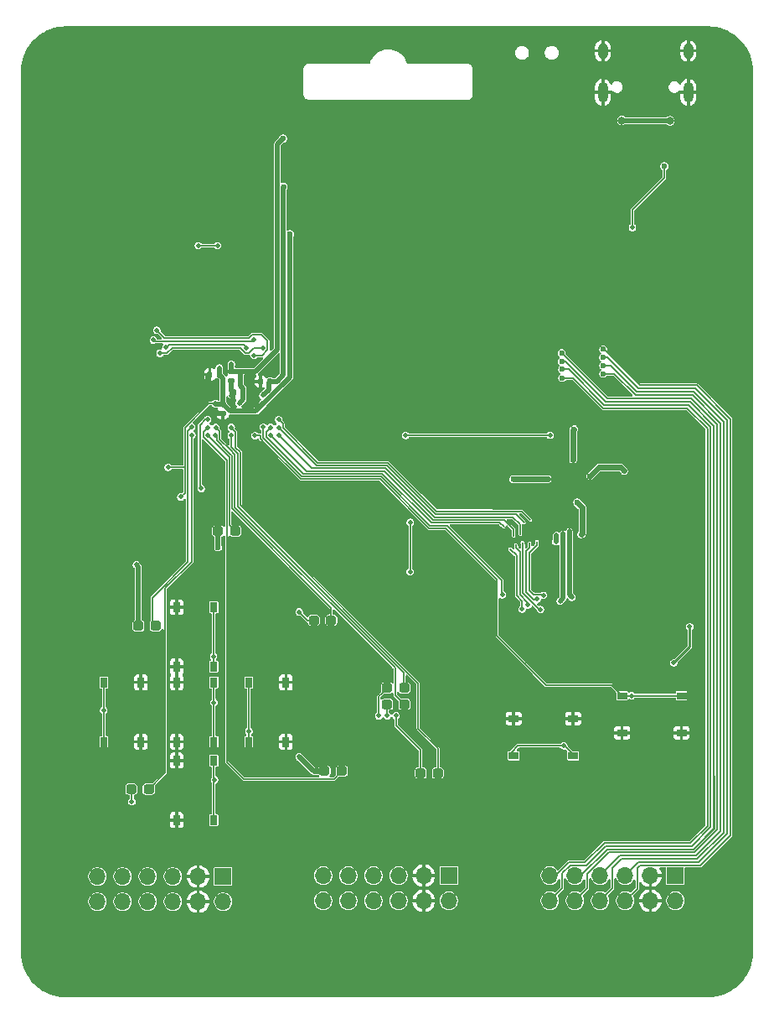
<source format=gbr>
%TF.GenerationSoftware,KiCad,Pcbnew,9.0.0*%
%TF.CreationDate,2025-05-15T06:11:23+08:00*%
%TF.ProjectId,greybadge_pcb,67726579-6261-4646-9765-5f7063622e6b,rev?*%
%TF.SameCoordinates,Original*%
%TF.FileFunction,Copper,L1,Top*%
%TF.FilePolarity,Positive*%
%FSLAX46Y46*%
G04 Gerber Fmt 4.6, Leading zero omitted, Abs format (unit mm)*
G04 Created by KiCad (PCBNEW 9.0.0) date 2025-05-15 06:11:23*
%MOMM*%
%LPD*%
G01*
G04 APERTURE LIST*
G04 Aperture macros list*
%AMRoundRect*
0 Rectangle with rounded corners*
0 $1 Rounding radius*
0 $2 $3 $4 $5 $6 $7 $8 $9 X,Y pos of 4 corners*
0 Add a 4 corners polygon primitive as box body*
4,1,4,$2,$3,$4,$5,$6,$7,$8,$9,$2,$3,0*
0 Add four circle primitives for the rounded corners*
1,1,$1+$1,$2,$3*
1,1,$1+$1,$4,$5*
1,1,$1+$1,$6,$7*
1,1,$1+$1,$8,$9*
0 Add four rect primitives between the rounded corners*
20,1,$1+$1,$2,$3,$4,$5,0*
20,1,$1+$1,$4,$5,$6,$7,0*
20,1,$1+$1,$6,$7,$8,$9,0*
20,1,$1+$1,$8,$9,$2,$3,0*%
G04 Aperture macros list end*
%TA.AperFunction,SMDPad,CuDef*%
%ADD10RoundRect,0.140000X0.140000X0.170000X-0.140000X0.170000X-0.140000X-0.170000X0.140000X-0.170000X0*%
%TD*%
%TA.AperFunction,SMDPad,CuDef*%
%ADD11RoundRect,0.237500X-0.287500X-0.237500X0.287500X-0.237500X0.287500X0.237500X-0.287500X0.237500X0*%
%TD*%
%TA.AperFunction,SMDPad,CuDef*%
%ADD12R,0.750000X1.000000*%
%TD*%
%TA.AperFunction,SMDPad,CuDef*%
%ADD13RoundRect,0.140000X-0.170000X0.140000X-0.170000X-0.140000X0.170000X-0.140000X0.170000X0.140000X0*%
%TD*%
%TA.AperFunction,SMDPad,CuDef*%
%ADD14R,1.000000X0.750000*%
%TD*%
%TA.AperFunction,ComponentPad*%
%ADD15R,1.700000X1.700000*%
%TD*%
%TA.AperFunction,ComponentPad*%
%ADD16O,1.700000X1.700000*%
%TD*%
%TA.AperFunction,HeatsinkPad*%
%ADD17O,1.000000X1.600000*%
%TD*%
%TA.AperFunction,HeatsinkPad*%
%ADD18O,1.000000X2.100000*%
%TD*%
%TA.AperFunction,ComponentPad*%
%ADD19C,0.600000*%
%TD*%
%TA.AperFunction,ViaPad*%
%ADD20C,0.600000*%
%TD*%
%TA.AperFunction,ViaPad*%
%ADD21C,0.500000*%
%TD*%
%TA.AperFunction,ViaPad*%
%ADD22C,0.800000*%
%TD*%
%TA.AperFunction,Conductor*%
%ADD23C,0.500000*%
%TD*%
%TA.AperFunction,Conductor*%
%ADD24C,0.150000*%
%TD*%
%TA.AperFunction,Conductor*%
%ADD25C,0.200000*%
%TD*%
%TA.AperFunction,Conductor*%
%ADD26C,0.600000*%
%TD*%
%TA.AperFunction,Conductor*%
%ADD27C,0.250000*%
%TD*%
G04 APERTURE END LIST*
D10*
%TO.P,C6,1*%
%TO.N,+F1V1*%
X104700000Y-88460000D03*
%TO.P,C6,2*%
%TO.N,GND*%
X103740000Y-88460000D03*
%TD*%
D11*
%TO.P,D7,1,K*%
%TO.N,Net-(D7-K)*%
X122642457Y-126857305D03*
%TO.P,D7,2,A*%
%TO.N,D6*%
X124392457Y-126857305D03*
%TD*%
D10*
%TO.P,C9,1*%
%TO.N,+3V3*%
X102300000Y-86625000D03*
%TO.P,C9,2*%
%TO.N,GND*%
X101340000Y-86625000D03*
%TD*%
D12*
%TO.P,SW5,1,1*%
%TO.N,GND*%
X97998499Y-123714415D03*
X97998499Y-117714415D03*
%TO.P,SW5,2,2*%
%TO.N,B5*%
X101748499Y-123714415D03*
X101748499Y-117714415D03*
%TD*%
D11*
%TO.P,D3,1,K*%
%TO.N,Net-(D3-K)*%
X94133119Y-112005806D03*
%TO.P,D3,2,A*%
%TO.N,D3*%
X95883119Y-112005806D03*
%TD*%
D12*
%TO.P,SW1,1,1*%
%TO.N,GND*%
X97998499Y-116119285D03*
X97998499Y-110119285D03*
%TO.P,SW1,2,2*%
%TO.N,A5*%
X101748499Y-116119285D03*
X101748499Y-110119285D03*
%TD*%
D11*
%TO.P,D5,1,K*%
%TO.N,Net-(D5-K)*%
X102171899Y-102443298D03*
%TO.P,D5,2,A*%
%TO.N,C4*%
X103921899Y-102443298D03*
%TD*%
D12*
%TO.P,SW7,1,1*%
%TO.N,GND*%
X97998499Y-131607886D03*
X97998499Y-125607886D03*
%TO.P,SW7,2,2*%
%TO.N,A6*%
X101748499Y-131607886D03*
X101748499Y-125607886D03*
%TD*%
D13*
%TO.P,C10,1*%
%TO.N,+3V3*%
X102650000Y-89595000D03*
%TO.P,C10,2*%
%TO.N,GND*%
X102650000Y-90555000D03*
%TD*%
%TO.P,C7,1*%
%TO.N,+F1V1*%
X103530000Y-86290000D03*
%TO.P,C7,2*%
%TO.N,GND*%
X103530000Y-87250000D03*
%TD*%
D11*
%TO.P,D2,1,K*%
%TO.N,Net-(D2-K)*%
X111860672Y-111430837D03*
%TO.P,D2,2,A*%
%TO.N,C5*%
X113610672Y-111430837D03*
%TD*%
D12*
%TO.P,SW4,1,1*%
%TO.N,GND*%
X94380511Y-117714415D03*
X94380511Y-123714415D03*
%TO.P,SW4,2,2*%
%TO.N,B4*%
X90630511Y-117714415D03*
X90630511Y-123714415D03*
%TD*%
D14*
%TO.P,SW6,1,1*%
%TO.N,GND*%
X149019170Y-122801321D03*
X143019170Y-122801321D03*
%TO.P,SW6,2,2*%
%TO.N,C12*%
X149019170Y-119051321D03*
X143019170Y-119051321D03*
%TD*%
D11*
%TO.P,D6,1,K*%
%TO.N,Net-(D6-K)*%
X119258956Y-118277145D03*
%TO.P,D6,2,A*%
%TO.N,C6*%
X121008956Y-118277145D03*
%TD*%
D12*
%TO.P,SW3,1,1*%
%TO.N,GND*%
X109037471Y-117714415D03*
X109037471Y-123714415D03*
%TO.P,SW3,2,2*%
%TO.N,B6*%
X105287471Y-117714415D03*
X105287471Y-123714415D03*
%TD*%
D11*
%TO.P,D4,1,K*%
%TO.N,Net-(D4-K)*%
X119275139Y-119916355D03*
%TO.P,D4,2,A*%
%TO.N,D5*%
X121025139Y-119916355D03*
%TD*%
D10*
%TO.P,C15,1*%
%TO.N,+F2V5*%
X107434610Y-87323175D03*
%TO.P,C15,2*%
%TO.N,GND*%
X106474610Y-87323175D03*
%TD*%
D11*
%TO.P,D1,1,K*%
%TO.N,Net-(D1-K)*%
X93422298Y-128489155D03*
%TO.P,D1,2,A*%
%TO.N,C3*%
X95172298Y-128489155D03*
%TD*%
D14*
%TO.P,SW2,1,1*%
%TO.N,GND*%
X132058502Y-121370429D03*
X138058502Y-121370429D03*
%TO.P,SW2,2,2*%
%TO.N,D12*%
X132058502Y-125120429D03*
X138058502Y-125120429D03*
%TD*%
D11*
%TO.P,D8,1,K*%
%TO.N,Net-(D8-K)*%
X112934701Y-126665832D03*
%TO.P,D8,2,A*%
%TO.N,D4*%
X114684701Y-126665832D03*
%TD*%
D15*
%TO.P,J3,1,Pin_1*%
%TO.N,+3V3*%
X148404880Y-137217248D03*
D16*
%TO.P,J3,2,Pin_2*%
X148404880Y-139757248D03*
%TO.P,J3,3,Pin_3*%
%TO.N,GND*%
X145864880Y-137217248D03*
%TO.P,J3,4,Pin_4*%
X145864880Y-139757248D03*
%TO.P,J3,5,Pin_5*%
%TO.N,GPIO27*%
X143324880Y-137217248D03*
%TO.P,J3,6,Pin_6*%
%TO.N,GPIO26*%
X143324880Y-139757248D03*
%TO.P,J3,7,Pin_7*%
%TO.N,GPIO29*%
X140784880Y-137217248D03*
%TO.P,J3,8,Pin_8*%
%TO.N,GPIO28*%
X140784880Y-139757248D03*
%TO.P,J3,9,Pin_9*%
%TO.N,GPIO23*%
X138244880Y-137217248D03*
%TO.P,J3,10,Pin_10*%
%TO.N,GPIO22*%
X138244880Y-139757248D03*
%TO.P,J3,11,Pin_11*%
%TO.N,GPIO25*%
X135704880Y-137217248D03*
%TO.P,J3,12,Pin_12*%
%TO.N,GPIO24*%
X135704880Y-139757248D03*
%TD*%
D17*
%TO.P,J5,S1,SHIELD*%
%TO.N,GND*%
X141079000Y-53959667D03*
D18*
X141079000Y-58139668D03*
D17*
X149719000Y-53959667D03*
D18*
X149719000Y-58139668D03*
%TD*%
D15*
%TO.P,J2,1,Pin_1*%
%TO.N,+3V3*%
X125509699Y-137217248D03*
D16*
%TO.P,J2,2,Pin_2*%
X125509699Y-139757248D03*
%TO.P,J2,3,Pin_3*%
%TO.N,GND*%
X122969699Y-137217248D03*
%TO.P,J2,4,Pin_4*%
X122969699Y-139757248D03*
%TO.P,J2,5,Pin_5*%
%TO.N,A14*%
X120429699Y-137217248D03*
%TO.P,J2,6,Pin_6*%
%TO.N,B14*%
X120429699Y-139757248D03*
%TO.P,J2,7,Pin_7*%
%TO.N,A13*%
X117889699Y-137217248D03*
%TO.P,J2,8,Pin_8*%
%TO.N,B13*%
X117889699Y-139757248D03*
%TO.P,J2,9,Pin_9*%
%TO.N,A12*%
X115349699Y-137217248D03*
%TO.P,J2,10,Pin_10*%
%TO.N,B12*%
X115349699Y-139757248D03*
%TO.P,J2,11,Pin_11*%
%TO.N,A11*%
X112809699Y-137217248D03*
%TO.P,J2,12,Pin_12*%
%TO.N,B11*%
X112809699Y-139757248D03*
%TD*%
D19*
%TO.P,U7,61,GND*%
%TO.N,GND*%
X136278631Y-98746471D03*
X137653631Y-98746471D03*
X139028631Y-98746471D03*
X136278631Y-97371471D03*
X137653631Y-97371471D03*
X139028631Y-97371471D03*
X136278631Y-95996471D03*
X137653631Y-95996471D03*
X139028631Y-95996471D03*
%TD*%
D15*
%TO.P,J1,1,Pin_1*%
%TO.N,+3V3*%
X102685743Y-137313977D03*
D16*
%TO.P,J1,2,Pin_2*%
X102685743Y-139853977D03*
%TO.P,J1,3,Pin_3*%
%TO.N,GND*%
X100145743Y-137313977D03*
%TO.P,J1,4,Pin_4*%
X100145743Y-139853977D03*
%TO.P,J1,5,Pin_5*%
%TO.N,A10*%
X97605743Y-137313977D03*
%TO.P,J1,6,Pin_6*%
%TO.N,B10*%
X97605743Y-139853977D03*
%TO.P,J1,7,Pin_7*%
%TO.N,A9*%
X95065743Y-137313977D03*
%TO.P,J1,8,Pin_8*%
%TO.N,B9*%
X95065743Y-139853977D03*
%TO.P,J1,9,Pin_9*%
%TO.N,A8*%
X92525743Y-137313977D03*
%TO.P,J1,10,Pin_10*%
%TO.N,B8*%
X92525743Y-139853977D03*
%TO.P,J1,11,Pin_11*%
%TO.N,A3*%
X89985743Y-137313977D03*
%TO.P,J1,12,Pin_12*%
%TO.N,A4*%
X89985743Y-139853977D03*
%TD*%
D20*
%TO.N,GND*%
X129700000Y-97050000D03*
D21*
X142762216Y-72235008D03*
X148720000Y-113360000D03*
X93930000Y-75710000D03*
X154450000Y-72210000D03*
D20*
X144957000Y-69833100D03*
D21*
X109895800Y-69400200D03*
X129280000Y-85920000D03*
X149606000Y-87122000D03*
X150265900Y-70357501D03*
X122969699Y-138500000D03*
X109840590Y-91898814D03*
X104350000Y-125200000D03*
D20*
X134053631Y-90518972D03*
D21*
X100705020Y-80199321D03*
X110972600Y-74269600D03*
D20*
X123673631Y-98458972D03*
D21*
X100145743Y-138600000D03*
X110965800Y-69370200D03*
D20*
X119302540Y-65144630D03*
D21*
X110957450Y-64670980D03*
X102158800Y-98806000D03*
X105494879Y-89167232D03*
D20*
X138703631Y-105358972D03*
X144147193Y-66018911D03*
X146023800Y-70899900D03*
D21*
X89680000Y-71730000D03*
X150230000Y-69260000D03*
X87160000Y-74650000D03*
X145770600Y-99128972D03*
D20*
X146327193Y-65998911D03*
X121290143Y-71544532D03*
D21*
X107248787Y-119442437D03*
X98725499Y-91171056D03*
D20*
X137900000Y-89513631D03*
X145257193Y-66008911D03*
D22*
X142003419Y-60618591D03*
D21*
X94970600Y-65201800D03*
X134315200Y-105206800D03*
D20*
X119321992Y-70133981D03*
D21*
X144171774Y-63728600D03*
D20*
X146023799Y-69833100D03*
D21*
X92453209Y-121499607D03*
D22*
X148755943Y-60590416D03*
D20*
X123443631Y-96988972D03*
D21*
X97561400Y-65176400D03*
D20*
X144956999Y-70899900D03*
D21*
X140980700Y-69372500D03*
X115544600Y-70662800D03*
X100847325Y-77498672D03*
X111890000Y-94110000D03*
D20*
X143097193Y-66018911D03*
D21*
X101904800Y-90347800D03*
X137845800Y-114401600D03*
D20*
X129748800Y-99192400D03*
D21*
X99918742Y-121635895D03*
X103515292Y-88766732D03*
X141425000Y-103975000D03*
D20*
X140560000Y-90540000D03*
X143223631Y-93978972D03*
D21*
X106857427Y-81200695D03*
D20*
X148953631Y-104058972D03*
X142040000Y-66020000D03*
D21*
X101111667Y-87178495D03*
X100152200Y-65176400D03*
X94894200Y-68148200D03*
X92379800Y-65125600D03*
X147599400Y-87122000D03*
D20*
X116277807Y-63267545D03*
X145503800Y-70376800D03*
D21*
X131260000Y-93900000D03*
D20*
X145153631Y-107258972D03*
D21*
X127381000Y-62280800D03*
X144907000Y-92227400D03*
X134010400Y-100685600D03*
D20*
X123270000Y-89051875D03*
D21*
X141726800Y-72255900D03*
D20*
X142149000Y-59054667D03*
D21*
X131165600Y-105029000D03*
X147624800Y-90932000D03*
X105103807Y-87090900D03*
X105156000Y-65176400D03*
X149631400Y-90932000D03*
X150273761Y-71469468D03*
X109927450Y-64630980D03*
X102057200Y-101447600D03*
D20*
X116200000Y-68315251D03*
D21*
%TO.N,+3V3*%
X136321800Y-103505000D03*
X98413068Y-98983874D03*
X97144605Y-95990750D03*
X101897405Y-89557633D03*
D20*
X109446500Y-72451536D03*
D21*
X106718913Y-89548513D03*
X102303599Y-85963827D03*
%TO.N,Net-(D2-K)*%
X110371699Y-110591600D03*
D20*
%TO.N,+1V1*%
X138456534Y-99514371D03*
X138173631Y-92132495D03*
X143223631Y-96348972D03*
X138056534Y-95215371D03*
X139776200Y-96875600D03*
X132023631Y-97158972D03*
D21*
X138887200Y-102768400D03*
D20*
X135507034Y-97164871D03*
D21*
%TO.N,/rp2350/~{USB_BOOT}*%
X148234099Y-115730184D03*
X149860000Y-112080000D03*
D20*
%TO.N,GPIO26*%
X141110000Y-84080000D03*
%TO.N,GPIO27*%
X141110000Y-84900000D03*
%TO.N,GPIO28*%
X141110000Y-85710000D03*
%TO.N,GPIO29*%
X141110000Y-86540000D03*
D21*
%TO.N,cdone*%
X105068060Y-83917420D03*
X96900000Y-83911437D03*
%TO.N,/ECP5_25K_FPGA/cfg_1*%
X96310000Y-84469437D03*
X106710476Y-83941562D03*
%TO.N,A5*%
X101728591Y-115074317D03*
%TO.N,A6*%
X101838240Y-127547679D03*
%TO.N,D14*%
X108298334Y-91964275D03*
X134416800Y-109296200D03*
%TO.N,C13*%
X133518642Y-109873533D03*
X107514831Y-92752594D03*
%TO.N,E14*%
X108307113Y-91160313D03*
X135067199Y-108907051D03*
%TO.N,C14*%
X134772400Y-110343533D03*
X108297985Y-92769441D03*
%TO.N,D13*%
X132892800Y-110312200D03*
X107503239Y-91964186D03*
%TO.N,sd_cs*%
X100175966Y-73604213D03*
X102120000Y-73604213D03*
%TO.N,/ECP5_25K_FPGA/cfg_2*%
X95645946Y-83146739D03*
X105822042Y-83082270D03*
%TO.N,/ECP5_25K_FPGA/cfg_0*%
X95980000Y-82155345D03*
X105826699Y-84686927D03*
D20*
%TO.N,GPIO25*%
X136960000Y-86980000D03*
%TO.N,GPIO24*%
X136960000Y-86106000D03*
%TO.N,GPIO22*%
X136910000Y-84455000D03*
%TO.N,GPIO23*%
X136940000Y-85296000D03*
D21*
%TO.N,GPIO21*%
X121605527Y-101560845D03*
X121589800Y-106527600D03*
X121125584Y-92767816D03*
X135723631Y-92760800D03*
%TO.N,B4*%
X90622220Y-120526114D03*
%TO.N,B6*%
X105287471Y-122650000D03*
%TO.N,B5*%
X101763500Y-119728946D03*
%TO.N,C6*%
X103503568Y-92775949D03*
%TO.N,C5*%
X101903600Y-92801057D03*
%TO.N,C4*%
X101140830Y-92763828D03*
%TO.N,C12*%
X105906642Y-92801274D03*
X143967200Y-119051321D03*
%TO.N,Net-(D3-K)*%
X93930000Y-105841800D03*
%TO.N,Net-(D4-K)*%
X119275139Y-121081800D03*
D20*
%TO.N,Net-(D5-K)*%
X102171899Y-104081181D03*
D21*
%TO.N,Net-(D6-K)*%
X118414800Y-121081800D03*
%TO.N,Net-(D7-K)*%
X120167400Y-121081800D03*
%TO.N,Net-(D8-K)*%
X110371699Y-125222000D03*
%TO.N,D3*%
X99515858Y-91924174D03*
%TO.N,D5*%
X101940831Y-91963825D03*
%TO.N,C3*%
X99531391Y-92736035D03*
%TO.N,D6*%
X103509948Y-91962456D03*
%TO.N,D4*%
X101140828Y-91963827D03*
D20*
%TO.N,+F1V1*%
X108738000Y-62800000D03*
D21*
X104310592Y-89518827D03*
X103516093Y-85576321D03*
%TO.N,+F2V5*%
X106710985Y-88732663D03*
X100481438Y-98129247D03*
D20*
X108818500Y-67665600D03*
D21*
X101117400Y-91160600D03*
D20*
%TO.N,~{CHG}*%
X147290000Y-65600000D03*
D21*
X144061200Y-71779400D03*
D22*
%TO.N,+5V_USB*%
X142975210Y-60988091D03*
X147850210Y-61013090D03*
D21*
%TO.N,Net-(D1-K)*%
X93472000Y-129743200D03*
%TO.N,D12*%
X130926917Y-108866600D03*
X137137567Y-124112011D03*
X106746022Y-91921404D03*
%TO.N,/LEDK*%
X137947400Y-109118400D03*
%TO.N,Net-(U4-LEDA)*%
X136753600Y-109499400D03*
%TD*%
D23*
%TO.N,GND*%
X142003419Y-60618591D02*
X142414919Y-60207091D01*
X101111667Y-86853333D02*
X101340000Y-86625000D01*
X103574138Y-88294138D02*
X103530000Y-88250000D01*
X102112000Y-90555000D02*
X101904800Y-90347800D01*
X148372618Y-60207091D02*
X148755943Y-60590416D01*
X103574138Y-88707886D02*
X103574138Y-88294138D01*
X103515292Y-88766732D02*
X103574138Y-88707886D01*
X101111667Y-87178495D02*
X101111667Y-86853333D01*
X142414919Y-60207091D02*
X148372618Y-60207091D01*
X102650000Y-90555000D02*
X102112000Y-90555000D01*
X103530000Y-88250000D02*
X103530000Y-87250000D01*
%TO.N,+3V3*%
X102650000Y-89595000D02*
X101934772Y-89595000D01*
X102650000Y-86975000D02*
X102300000Y-86625000D01*
D24*
X98807391Y-92001901D02*
X101251659Y-89557633D01*
X97144605Y-95990750D02*
X98807391Y-95990750D01*
D23*
X102650000Y-89595000D02*
X102650000Y-86975000D01*
D24*
X98413068Y-98983874D02*
X98807391Y-98589551D01*
D23*
X102669976Y-89595000D02*
X103415863Y-90340887D01*
X109404500Y-86927274D02*
X109404500Y-72493536D01*
X102300000Y-86650000D02*
X102300000Y-85967426D01*
D24*
X98807391Y-95990750D02*
X98807391Y-98589551D01*
D23*
X109404500Y-72493536D02*
X109446500Y-72451536D01*
X136367699Y-103459101D02*
X136367699Y-102836170D01*
X103415863Y-90340887D02*
X105990887Y-90340887D01*
X105990887Y-90340887D02*
X109404500Y-86927274D01*
X101934772Y-89595000D02*
X101897405Y-89557633D01*
D24*
X98807391Y-98589551D02*
X98807391Y-92001901D01*
D23*
X102650000Y-89595000D02*
X102669976Y-89595000D01*
X102300000Y-85967426D02*
X102303599Y-85963827D01*
X136321800Y-103505000D02*
X136367699Y-103459101D01*
D24*
X101251659Y-89557633D02*
X101897405Y-89557633D01*
D25*
%TO.N,Net-(D2-K)*%
X111860672Y-111430837D02*
X111210936Y-111430837D01*
X111210936Y-111430837D02*
X110371699Y-110591600D01*
D26*
%TO.N,+1V1*%
X138052384Y-92253742D02*
X138173631Y-92132495D01*
X138887200Y-102768400D02*
X139003842Y-102651758D01*
X142874659Y-96000000D02*
X143223631Y-96348972D01*
X139003842Y-100061679D02*
X138456534Y-99514371D01*
X139003842Y-102651758D02*
X139003842Y-100061679D01*
X138056534Y-95215371D02*
X138052384Y-95211221D01*
X132029530Y-97164871D02*
X132023631Y-97158972D01*
X138052384Y-95211221D02*
X138052384Y-92253742D01*
X140651800Y-96000000D02*
X141147800Y-96000000D01*
X139776200Y-96875600D02*
X140651800Y-96000000D01*
X141147800Y-96000000D02*
X142874659Y-96000000D01*
X135507034Y-97164871D02*
X132029530Y-97164871D01*
D27*
%TO.N,/rp2350/~{USB_BOOT}*%
X149860000Y-114104283D02*
X148234099Y-115730184D01*
X149860000Y-112080000D02*
X149860000Y-114104283D01*
D25*
%TO.N,GPIO26*%
X144784000Y-87724000D02*
X141140000Y-84080000D01*
X144839352Y-136186248D02*
X150884552Y-136186248D01*
X150884552Y-136186248D02*
X153944345Y-133126455D01*
X144551400Y-138530728D02*
X144551400Y-136474200D01*
X153944345Y-133126455D02*
X153944345Y-91126966D01*
X150541379Y-87724000D02*
X144784000Y-87724000D01*
X143324880Y-139757248D02*
X144551400Y-138530728D01*
X153944345Y-91126966D02*
X150541379Y-87724000D01*
X141140000Y-84080000D02*
X141110000Y-84080000D01*
X144551400Y-136474200D02*
X144839352Y-136186248D01*
%TO.N,GPIO27*%
X144683880Y-135858248D02*
X143324880Y-137217248D01*
X150405517Y-88052000D02*
X153616345Y-91262828D01*
X141496138Y-84900000D02*
X144648138Y-88052000D01*
X144648138Y-88052000D02*
X149510345Y-88052000D01*
X153616345Y-132990593D02*
X150748690Y-135858248D01*
X153616345Y-91262828D02*
X153616345Y-132990593D01*
X149510345Y-88052000D02*
X150405517Y-88052000D01*
X149510345Y-88052000D02*
X150270345Y-88052000D01*
X150748690Y-135858248D02*
X144683880Y-135858248D01*
X141110000Y-84900000D02*
X141496138Y-84900000D01*
%TO.N,GPIO28*%
X141842276Y-85710000D02*
X144512276Y-88380000D01*
X142036800Y-138505328D02*
X140784880Y-139757248D01*
X142935742Y-135530248D02*
X142036800Y-136429190D01*
X153288345Y-91398690D02*
X153288345Y-132854731D01*
X141110000Y-85710000D02*
X141842276Y-85710000D01*
X153288345Y-132854731D02*
X150612828Y-135530248D01*
X150612828Y-135530248D02*
X142935742Y-135530248D01*
X142036800Y-136429190D02*
X142036800Y-138505328D01*
X150269655Y-88380000D02*
X153288345Y-91398690D01*
X144512276Y-88380000D02*
X150269655Y-88380000D01*
%TO.N,GPIO29*%
X144376414Y-88708000D02*
X142208414Y-86540000D01*
X150133793Y-88708000D02*
X144376414Y-88708000D01*
X152960345Y-132718869D02*
X152960345Y-91534552D01*
X152960345Y-91534552D02*
X150133793Y-88708000D01*
X142799880Y-135202248D02*
X150476966Y-135202248D01*
X150476966Y-135202248D02*
X152960345Y-132718869D01*
X142208414Y-86540000D02*
X141110000Y-86540000D01*
X140784880Y-137217248D02*
X142799880Y-135202248D01*
%TO.N,cdone*%
X104750640Y-83600000D02*
X105068060Y-83917420D01*
X96900000Y-83911437D02*
X97211437Y-83600000D01*
X97211437Y-83600000D02*
X104750640Y-83600000D01*
%TO.N,/ECP5_25K_FPGA/cfg_1*%
X104412545Y-83928000D02*
X104953982Y-84469437D01*
X97549532Y-83928000D02*
X104412545Y-83928000D01*
X105821083Y-83941562D02*
X106710476Y-83941562D01*
X96310000Y-84469437D02*
X97008095Y-84469437D01*
X105293208Y-84469437D02*
X105821083Y-83941562D01*
X104953982Y-84469437D02*
X105293208Y-84469437D01*
X97008095Y-84469437D02*
X97549532Y-83928000D01*
D24*
%TO.N,A5*%
X101728591Y-115074317D02*
X101728591Y-116099377D01*
D25*
X101748499Y-110119285D02*
X101748499Y-116119285D01*
D24*
X101728591Y-116099377D02*
X101748499Y-116119285D01*
D25*
%TO.N,A6*%
X101748499Y-125607886D02*
X101748499Y-131607886D01*
D24*
%TO.N,D14*%
X108298334Y-91964275D02*
X112139723Y-95805664D01*
X124173380Y-100755082D02*
X119223963Y-95805664D01*
D25*
X133338272Y-108563206D02*
X133338272Y-104451429D01*
X134416800Y-109296200D02*
X134391400Y-109321600D01*
X134391400Y-109321600D02*
X134096666Y-109321600D01*
D24*
X124173380Y-100755082D02*
X132320950Y-100755082D01*
D25*
X133675101Y-104114600D02*
X133675101Y-103631452D01*
D24*
X117869944Y-95805665D02*
X119223963Y-95805664D01*
X112139723Y-95805664D02*
X117869944Y-95805665D01*
D25*
X134096666Y-109321600D02*
X133338272Y-108563206D01*
D24*
X133125110Y-101559242D02*
X132320950Y-100755082D01*
D25*
X133338272Y-104451429D02*
X133675101Y-104114600D01*
%TO.N,C13*%
X132330386Y-104140000D02*
X132330386Y-103971517D01*
D24*
X123780228Y-101148234D02*
X123780227Y-101148234D01*
X123780227Y-101148234D02*
X123780229Y-101148234D01*
X131089351Y-101311082D02*
X132044948Y-102266679D01*
X107514831Y-92754936D02*
X111121559Y-96361664D01*
X111121559Y-96361664D02*
X117475000Y-96361664D01*
X123943079Y-101311084D02*
X124173380Y-101311082D01*
X132044948Y-102266679D02*
X132044948Y-102942827D01*
X118993659Y-96361664D02*
X123780228Y-101148234D01*
D25*
X132682272Y-104491886D02*
X132330386Y-104140000D01*
D24*
X132283200Y-103818600D02*
X132271265Y-103806665D01*
X117639640Y-96361664D02*
X118100248Y-96361665D01*
X123780229Y-101148234D02*
X123780229Y-101148236D01*
D25*
X133518642Y-109671300D02*
X132682272Y-108834930D01*
D24*
X117475000Y-96361664D02*
X117639641Y-96361665D01*
X118100249Y-96361664D02*
X118330550Y-96361665D01*
X117639641Y-96361665D02*
X117639640Y-96361664D01*
X124173381Y-101311083D02*
X124337386Y-101311082D01*
X123943076Y-101311083D02*
X123943079Y-101311084D01*
D25*
X132682272Y-108834930D02*
X132682272Y-104491886D01*
D24*
X124403680Y-101311084D02*
X124403684Y-101311082D01*
D25*
X133518642Y-109873533D02*
X133518642Y-109671300D01*
D24*
X117475000Y-96361664D02*
X117666352Y-96361664D01*
X124337386Y-101311082D02*
X124403680Y-101311084D01*
X124403684Y-101311082D02*
X131089351Y-101311082D01*
X123780229Y-101148236D02*
X123943076Y-101311083D01*
X118100248Y-96361665D02*
X118100249Y-96361664D01*
X107514831Y-92752594D02*
X107514831Y-92754936D01*
X118330550Y-96361665D02*
X118993659Y-96361664D01*
X124173380Y-101311082D02*
X124173381Y-101311083D01*
D25*
%TO.N,E14*%
X135067199Y-108907051D02*
X134985348Y-108825200D01*
D24*
X119339114Y-95527664D02*
X124288532Y-100477082D01*
X108744334Y-92017123D02*
X112254875Y-95527664D01*
X132918768Y-100477082D02*
X133755523Y-101313837D01*
X112254875Y-95527664D02*
X119339114Y-95527664D01*
X108307113Y-91160313D02*
X108744334Y-91597534D01*
D25*
X134390492Y-103863071D02*
X134390492Y-103479111D01*
X133666272Y-108427344D02*
X133666272Y-104587291D01*
D24*
X108744334Y-91597534D02*
X108744334Y-92017123D01*
X124288532Y-100477082D02*
X132918768Y-100477082D01*
D25*
X134985348Y-108825200D02*
X134064128Y-108825200D01*
X133666272Y-104587291D02*
X134390492Y-103863071D01*
X134064128Y-108825200D02*
X133666272Y-108427344D01*
D24*
%TO.N,C14*%
X119108811Y-96083664D02*
X124058229Y-101033082D01*
X112485175Y-96083665D02*
X117269567Y-96083664D01*
D25*
X133010272Y-103808000D02*
X133010272Y-108699068D01*
D24*
X124058228Y-101033083D02*
X124205083Y-101033082D01*
D25*
X133010272Y-108699068D02*
X134654737Y-110343533D01*
D24*
X132721096Y-101768258D02*
X132721096Y-102761652D01*
X112254875Y-96083664D02*
X112485175Y-96083665D01*
X118215400Y-96083664D02*
X119108811Y-96083664D01*
X111612208Y-96083664D02*
X112024572Y-96083665D01*
X112254873Y-96083665D02*
X112254872Y-96083664D01*
X131985920Y-101033082D02*
X132721096Y-101768258D01*
D25*
X132969000Y-103661770D02*
X132929406Y-103622176D01*
D24*
X112024573Y-96083664D02*
X112254873Y-96083665D01*
X124288532Y-101033083D02*
X131985920Y-101033082D01*
X124058229Y-101033082D02*
X124058228Y-101033083D01*
X112254872Y-96083664D02*
X112254876Y-96083665D01*
X117269567Y-96083664D02*
X117754793Y-96083665D01*
X117754793Y-96083665D02*
X117754792Y-96083664D01*
X117985097Y-96083665D02*
X118215400Y-96083664D01*
X108297985Y-92769441D02*
X111612208Y-96083664D01*
X117754792Y-96083664D02*
X117985097Y-96083665D01*
X112254876Y-96083665D02*
X112254875Y-96083664D01*
X112024572Y-96083665D02*
X112024573Y-96083664D01*
X124205083Y-101033082D02*
X124288532Y-101033083D01*
D25*
%TO.N,D13*%
X132354272Y-105511600D02*
X132354272Y-105048929D01*
D24*
X123716919Y-101589082D02*
X130633347Y-101589082D01*
D25*
X132354272Y-105511600D02*
X132354272Y-104883141D01*
D24*
X111612209Y-96639665D02*
X118767501Y-96639664D01*
D25*
X132892800Y-110312200D02*
X132892800Y-109509320D01*
D24*
X107068831Y-92398594D02*
X107068831Y-92937334D01*
D25*
X132354272Y-104883141D02*
X131710874Y-104239743D01*
X132892800Y-109509320D02*
X132354272Y-108970792D01*
D24*
X130633347Y-101589082D02*
X131076846Y-102032581D01*
D25*
X132354272Y-108970792D02*
X132354272Y-105511600D01*
D24*
X107503239Y-91964186D02*
X107068831Y-92398594D01*
X110771161Y-96639664D02*
X111381905Y-96639665D01*
X111381905Y-96639665D02*
X111381906Y-96639664D01*
X111381906Y-96639664D02*
X111612209Y-96639665D01*
X107068831Y-92937334D02*
X110771161Y-96639664D01*
X118767501Y-96639664D02*
X123716919Y-101589082D01*
D25*
%TO.N,sd_cs*%
X102120000Y-73604213D02*
X100175966Y-73604213D01*
%TO.N,/ECP5_25K_FPGA/cfg_2*%
X95771207Y-83272000D02*
X105632312Y-83272000D01*
X105632312Y-83272000D02*
X105822042Y-83082270D01*
X95645946Y-83146739D02*
X95771207Y-83272000D01*
%TO.N,/ECP5_25K_FPGA/cfg_0*%
X105626947Y-82611270D02*
X106576537Y-82611270D01*
X96768655Y-82944000D02*
X105294217Y-82944000D01*
X106633079Y-84686927D02*
X107181476Y-84138530D01*
X105826699Y-84686927D02*
X106633079Y-84686927D01*
X107181476Y-84138530D02*
X107181476Y-83216209D01*
X106576537Y-82611270D02*
X107181476Y-83216209D01*
X95980000Y-82155345D02*
X96768655Y-82944000D01*
X105294217Y-82944000D02*
X105626947Y-82611270D01*
%TO.N,GPIO25*%
X135704880Y-137217248D02*
X136278673Y-137217248D01*
X151640345Y-92070000D02*
X149590345Y-90020000D01*
X141241414Y-133890000D02*
X149933766Y-133890000D01*
X151640345Y-132183421D02*
X151640345Y-92070000D01*
X141083414Y-90020000D02*
X138043414Y-86980000D01*
X149933766Y-133890000D02*
X151640345Y-132183421D01*
X149590345Y-90020000D02*
X141083414Y-90020000D01*
X136278673Y-137217248D02*
X137637672Y-135858248D01*
X139273166Y-135858248D02*
X141241414Y-133890000D01*
X138043414Y-86980000D02*
X136960000Y-86980000D01*
X137637672Y-135858248D02*
X139273166Y-135858248D01*
%TO.N,GPIO24*%
X139409028Y-136186248D02*
X137773534Y-136186248D01*
X137633276Y-86106000D02*
X141219276Y-89692000D01*
X149726207Y-89692000D02*
X151968345Y-91934138D01*
X136960000Y-136999783D02*
X136960000Y-138502128D01*
X151968345Y-132319283D02*
X150069628Y-134218000D01*
X141219276Y-89692000D02*
X149726207Y-89692000D01*
X141377276Y-134218000D02*
X139409028Y-136186248D01*
X137773534Y-136186248D02*
X136960000Y-136999783D01*
X150069628Y-134218000D02*
X141377276Y-134218000D01*
X136960000Y-138502128D02*
X135704880Y-139757248D01*
X151968345Y-91934138D02*
X151968345Y-132319283D01*
X136960000Y-86106000D02*
X137633276Y-86106000D01*
%TO.N,GPIO22*%
X152624345Y-91662414D02*
X152624345Y-132591007D01*
X141491000Y-89036000D02*
X149997931Y-89036000D01*
X149997931Y-89036000D02*
X152624345Y-91662414D01*
X136910000Y-84455000D02*
X141491000Y-89036000D01*
X152624345Y-132591007D02*
X150341104Y-134874248D01*
X139490000Y-137033000D02*
X141649000Y-134874000D01*
X139490000Y-137033000D02*
X139490000Y-138512128D01*
X150341104Y-134874248D02*
X150340856Y-134874000D01*
X141649000Y-134874000D02*
X150340856Y-134874000D01*
X138244880Y-139757248D02*
X139490000Y-138512128D01*
D24*
%TO.N,GPIO23*%
X152321345Y-128905000D02*
X152321345Y-127202800D01*
D25*
X152296345Y-107315000D02*
X152296345Y-127177800D01*
D24*
X152321345Y-127202800D02*
X152296345Y-127177800D01*
X152321345Y-128905000D02*
X152321345Y-129006600D01*
D25*
X138841890Y-137217248D02*
X141513138Y-134546000D01*
X136940000Y-85296000D02*
X137287138Y-85296000D01*
X141513138Y-134546000D02*
X150205490Y-134546000D01*
X149862069Y-89364000D02*
X152296345Y-91798276D01*
D24*
X152321345Y-132465501D02*
X152321345Y-128905000D01*
D25*
X152296345Y-132455145D02*
X152296345Y-107315000D01*
D24*
X152296345Y-127177800D02*
X152296345Y-127471379D01*
D25*
X137287138Y-85296000D02*
X141355138Y-89364000D01*
X150205490Y-134546000D02*
X152296345Y-132455145D01*
D24*
X150215846Y-134571000D02*
X152321345Y-132465501D01*
D25*
X141355138Y-89364000D02*
X149862069Y-89364000D01*
X152296345Y-91798276D02*
X152296345Y-107315000D01*
X138244880Y-137217248D02*
X138841890Y-137217248D01*
%TO.N,GPIO21*%
X121605527Y-101560845D02*
X121605527Y-106511873D01*
X121605527Y-106511873D02*
X121589800Y-106527600D01*
X135723631Y-92760800D02*
X121132600Y-92760800D01*
X121132600Y-92760800D02*
X121125584Y-92767816D01*
%TO.N,B4*%
X90630511Y-117714415D02*
X90630511Y-123714415D01*
%TO.N,B6*%
X105287471Y-117714415D02*
X105287471Y-123714415D01*
%TO.N,B5*%
X101748499Y-123714415D02*
X101748499Y-117714415D01*
D24*
%TO.N,C6*%
X120984358Y-118252547D02*
X121008956Y-118277145D01*
X120984358Y-116763026D02*
X120984358Y-118252547D01*
X103503568Y-93947113D02*
X104158899Y-94602445D01*
X104158899Y-99937567D02*
X120984358Y-116763026D01*
X103503568Y-92775949D02*
X103503568Y-93947113D01*
X104158899Y-94602445D02*
X104158899Y-99937567D01*
%TO.N,C5*%
X103441265Y-94671115D02*
X103278417Y-94508266D01*
X102071600Y-93301445D02*
X102071601Y-93071142D01*
X113610672Y-110175644D02*
X103602899Y-100167871D01*
X102071600Y-93301445D02*
X103115568Y-94345416D01*
X113610672Y-111430837D02*
X113610672Y-110175644D01*
X103602899Y-100167871D02*
X103602899Y-94832747D01*
X103602899Y-94832747D02*
X103441265Y-94671115D01*
X103115568Y-94345418D02*
X103115568Y-94345416D01*
X102071600Y-92969057D02*
X101903600Y-92801057D01*
X102071601Y-93071142D02*
X102071600Y-92969057D01*
X103115568Y-94345418D02*
X103278417Y-94508266D01*
%TO.N,C4*%
X103247704Y-94870705D02*
X103247704Y-94872587D01*
X103000417Y-94623418D02*
X103247704Y-94870705D01*
X101140830Y-92763828D02*
X102837568Y-94460567D01*
X102837568Y-94460569D02*
X103000416Y-94623415D01*
X103247704Y-94872587D02*
X103324899Y-94949782D01*
X102837568Y-94460567D02*
X102837568Y-94460569D01*
X103324899Y-101846298D02*
X103921899Y-102443298D01*
X103324899Y-94949782D02*
X103324899Y-101846298D01*
X103000416Y-94623415D02*
X103000417Y-94623418D01*
D25*
%TO.N,C12*%
X143967200Y-119051321D02*
X149019170Y-119051321D01*
D24*
X105906642Y-92801274D02*
X105984343Y-92723573D01*
X106675678Y-93330485D02*
X106675680Y-93330485D01*
X130384387Y-113032337D02*
X135354612Y-118002562D01*
X105984343Y-92723573D02*
X106435340Y-92723573D01*
X123486616Y-102145082D02*
X125198676Y-102145082D01*
X125198676Y-102145082D02*
X130384387Y-107330793D01*
X111612209Y-97195664D02*
X118537198Y-97195665D01*
X118537198Y-97195665D02*
X123486616Y-102145082D01*
X106435340Y-92723573D02*
X106435339Y-93090143D01*
X135354612Y-118002562D02*
X141970411Y-118002562D01*
X111612209Y-97195664D02*
X111612208Y-97195663D01*
X110540858Y-97195664D02*
X111612206Y-97195665D01*
X106512831Y-93167636D02*
X106512831Y-93167638D01*
X106675680Y-93330485D02*
X110540858Y-97195664D01*
X130384387Y-107330793D02*
X130384387Y-113032337D01*
X106598189Y-93252994D02*
X106675678Y-93330485D01*
X106512831Y-93167638D02*
X106598189Y-93252994D01*
X141970411Y-118002562D02*
X143019170Y-119051321D01*
X111612206Y-97195665D02*
X111612209Y-97195664D01*
D25*
X143141132Y-119051321D02*
X143967200Y-119051321D01*
D24*
X106435339Y-93090143D02*
X106512831Y-93167636D01*
D23*
%TO.N,Net-(D3-K)*%
X94133119Y-106044919D02*
X93930000Y-105841800D01*
X94133119Y-112005806D02*
X94133119Y-106044919D01*
D24*
%TO.N,Net-(D4-K)*%
X119275139Y-119916355D02*
X119275139Y-121081800D01*
D23*
%TO.N,Net-(D5-K)*%
X102171899Y-104081181D02*
X102171899Y-102443298D01*
D24*
%TO.N,Net-(D6-K)*%
X118729951Y-118806151D02*
X119258956Y-118277145D01*
X118414800Y-119121302D02*
X118414800Y-121081800D01*
X118729951Y-118806151D02*
X118414800Y-119121302D01*
%TO.N,Net-(D7-K)*%
X120167400Y-121081800D02*
X120167400Y-122062462D01*
X120167400Y-122062462D02*
X122642457Y-124537518D01*
D23*
X122661505Y-126876353D02*
X122642457Y-126857305D01*
D24*
X122642457Y-126857305D02*
X122642457Y-124537518D01*
D23*
%TO.N,Net-(D8-K)*%
X111815531Y-126665832D02*
X110371699Y-125222000D01*
X112441340Y-126714530D02*
X112490038Y-126665832D01*
X112490038Y-126665832D02*
X112934701Y-126665832D01*
X112934701Y-126665832D02*
X111815531Y-126665832D01*
X111879212Y-126714530D02*
X112441340Y-126714530D01*
D24*
%TO.N,D3*%
X99515858Y-91924174D02*
X99085391Y-92354641D01*
X95508685Y-109144768D02*
X95508685Y-112307273D01*
X99085391Y-92354641D02*
X99085391Y-105568062D01*
X99085391Y-105568062D02*
X95508685Y-109144768D01*
%TO.N,D5*%
X102349600Y-93186294D02*
X103390993Y-94227689D01*
X120076060Y-116247880D02*
X103880899Y-100052719D01*
X103880899Y-100052719D02*
X103880899Y-94717597D01*
X120076060Y-118967276D02*
X120076060Y-116247880D01*
X103393568Y-94230266D02*
X103393568Y-94230265D01*
X121025139Y-119916355D02*
X120076060Y-118967276D01*
X103390993Y-94227689D02*
X103393568Y-94230266D01*
X102349600Y-92372594D02*
X102349600Y-93186294D01*
X103880899Y-94717597D02*
X103393568Y-94230266D01*
X101940831Y-91963825D02*
X102349600Y-92372594D01*
%TO.N,C3*%
X96849983Y-108196622D02*
X96849983Y-126811470D01*
X99531391Y-92736035D02*
X99531391Y-105515214D01*
X96849983Y-126811470D02*
X95123637Y-128537816D01*
X96849983Y-108196622D02*
X99531391Y-105515214D01*
%TO.N,D6*%
X104436899Y-94487293D02*
X103949568Y-93999962D01*
X103949568Y-92402076D02*
X103509948Y-91962456D01*
X124392457Y-126857305D02*
X124392457Y-124347691D01*
X124392457Y-124347691D02*
X122403716Y-122358950D01*
X122403716Y-117789232D02*
X104436899Y-99822415D01*
X104436899Y-99822415D02*
X104436899Y-94487293D01*
X122403716Y-122358950D02*
X122403716Y-117789232D01*
X103949568Y-93999962D02*
X103949568Y-92402076D01*
%TO.N,D4*%
X101140828Y-91963827D02*
X100694830Y-92409825D01*
X103046899Y-125754499D02*
X104749466Y-127457066D01*
X100694830Y-92948568D02*
X103046899Y-95300637D01*
X103046899Y-95300637D02*
X103046899Y-125754499D01*
X100694830Y-92409825D02*
X100694830Y-92948568D01*
X104749466Y-127457066D02*
X113893466Y-127457066D01*
X113893466Y-127457066D02*
X114684701Y-126665832D01*
D23*
%TO.N,+F1V1*%
X104700000Y-88460000D02*
X104700000Y-89160228D01*
X103530000Y-85590228D02*
X103516093Y-85576321D01*
X103530000Y-86290000D02*
X104430000Y-86290000D01*
X104430000Y-87730000D02*
X104430000Y-86290000D01*
X108148500Y-63389500D02*
X108738000Y-62800000D01*
X105958500Y-86290000D02*
X108148500Y-84100000D01*
X108148500Y-84100000D02*
X108148500Y-64800000D01*
X108148500Y-64800000D02*
X108148500Y-63389500D01*
X104700000Y-88460000D02*
X104700000Y-88000000D01*
X103530000Y-86290000D02*
X103530000Y-85590228D01*
X104341401Y-89518827D02*
X104700000Y-89160228D01*
X104310592Y-89518827D02*
X104341401Y-89518827D01*
X104700000Y-88000000D02*
X104430000Y-87730000D01*
X104430000Y-86290000D02*
X105958500Y-86290000D01*
X108148500Y-64800000D02*
X108148500Y-63581500D01*
D25*
%TO.N,+F2V5*%
X100914200Y-91160600D02*
X100330391Y-91744409D01*
X100330391Y-97978200D02*
X100481438Y-98129247D01*
D23*
X107286445Y-87471340D02*
X107286445Y-88157203D01*
X108776500Y-67707600D02*
X108818500Y-67665600D01*
X107434610Y-87323175D02*
X107286445Y-87471340D01*
X108120473Y-87323175D02*
X108776500Y-86667148D01*
X107434610Y-87323175D02*
X108120473Y-87323175D01*
X108776500Y-86667148D02*
X108776500Y-67707600D01*
D25*
X101117400Y-91160600D02*
X100914200Y-91160600D01*
X100330391Y-91744409D02*
X100330391Y-97978200D01*
D23*
X107286445Y-88157203D02*
X106710985Y-88732663D01*
D25*
%TO.N,~{CHG}*%
X144061200Y-71779400D02*
X144061200Y-69978800D01*
X147290000Y-66750000D02*
X147290000Y-65600000D01*
X144061200Y-69978800D02*
X147290000Y-66750000D01*
D23*
%TO.N,+5V_USB*%
X142975210Y-60988091D02*
X147825211Y-60988091D01*
X147825211Y-60988091D02*
X147850210Y-61013090D01*
D25*
%TO.N,Net-(D1-K)*%
X93472000Y-129743200D02*
X93472000Y-128538857D01*
X93472000Y-128538857D02*
X93422298Y-128489155D01*
D23*
X93265266Y-128646187D02*
X93422298Y-128489155D01*
D25*
%TO.N,D12*%
X137206604Y-124112011D02*
X137849092Y-124754499D01*
D24*
X111266754Y-96917664D02*
X110656009Y-96917664D01*
X106713340Y-91954086D02*
X106746022Y-91921404D01*
X130884328Y-108780684D02*
X130884328Y-107437582D01*
X130884328Y-107437582D02*
X125313828Y-101867082D01*
X111497058Y-96917665D02*
X111497057Y-96917664D01*
X130926917Y-108823273D02*
X130884328Y-108780684D01*
X125313828Y-101867082D02*
X123601767Y-101867082D01*
X111497056Y-96917665D02*
X111266754Y-96917664D01*
X111497057Y-96917664D02*
X111497056Y-96917665D01*
D25*
X132491580Y-124112011D02*
X131849092Y-124754499D01*
D24*
X106713340Y-92974994D02*
X106713340Y-91954086D01*
X118652349Y-96917664D02*
X123601767Y-101867082D01*
X106713340Y-92974994D02*
X110656009Y-96917664D01*
X111497058Y-96917665D02*
X118652349Y-96917664D01*
X130926917Y-108866600D02*
X130926917Y-108823273D01*
D25*
X137137567Y-124112011D02*
X132491580Y-124112011D01*
X137137567Y-124112011D02*
X137206604Y-124112011D01*
D23*
%TO.N,/LEDK*%
X137681380Y-102429685D02*
X137681380Y-108852380D01*
X137681380Y-108852380D02*
X137947400Y-109118400D01*
%TO.N,Net-(U4-LEDA)*%
X136753600Y-109499400D02*
X137053380Y-109199620D01*
X137053380Y-109199620D02*
X137053380Y-102695876D01*
%TD*%
%TA.AperFunction,Conductor*%
%TO.N,GND*%
G36*
X103833039Y-88479685D02*
G01*
X103878794Y-88532489D01*
X103890000Y-88584000D01*
X103890000Y-89069999D01*
X103926193Y-89069999D01*
X103993232Y-89089684D01*
X104038987Y-89142488D01*
X104048931Y-89211646D01*
X104019906Y-89275202D01*
X104013874Y-89281680D01*
X104008519Y-89287034D01*
X104008517Y-89287037D01*
X103958818Y-89373118D01*
X103933092Y-89469128D01*
X103933092Y-89568526D01*
X103958818Y-89664536D01*
X104008517Y-89750617D01*
X104008519Y-89750619D01*
X104056606Y-89798706D01*
X104090091Y-89860029D01*
X104085107Y-89929721D01*
X104043235Y-89985654D01*
X103977771Y-90010071D01*
X103968925Y-90010387D01*
X103604123Y-90010387D01*
X103537084Y-89990702D01*
X103516442Y-89974068D01*
X103076818Y-89534444D01*
X103046483Y-89484819D01*
X103040499Y-89466261D01*
X103040499Y-89433282D01*
X103027707Y-89368965D01*
X102991790Y-89315212D01*
X102986484Y-89298755D01*
X102986000Y-89280416D01*
X102980520Y-89262911D01*
X102980500Y-89260699D01*
X102980500Y-88908404D01*
X103000185Y-88841365D01*
X103052989Y-88795610D01*
X103122147Y-88785666D01*
X103185703Y-88814691D01*
X103204270Y-88834770D01*
X103285358Y-88944641D01*
X103392080Y-89023405D01*
X103517267Y-89067211D01*
X103517279Y-89067213D01*
X103546977Y-89069998D01*
X103547006Y-89069999D01*
X103590000Y-89069999D01*
X103590000Y-88584000D01*
X103592550Y-88575314D01*
X103591262Y-88566353D01*
X103602240Y-88542312D01*
X103609685Y-88516961D01*
X103616525Y-88511033D01*
X103620287Y-88502797D01*
X103642521Y-88488507D01*
X103662489Y-88471206D01*
X103673003Y-88468918D01*
X103679065Y-88465023D01*
X103714000Y-88460000D01*
X103766000Y-88460000D01*
X103833039Y-88479685D01*
G37*
%TD.AperFunction*%
%TA.AperFunction,Conductor*%
G36*
X108365334Y-84453078D02*
G01*
X108421267Y-84494950D01*
X108445684Y-84560414D01*
X108446000Y-84569260D01*
X108446000Y-86478888D01*
X108426315Y-86545927D01*
X108409681Y-86566569D01*
X108019894Y-86956356D01*
X107958571Y-86989841D01*
X107932213Y-86992675D01*
X107768910Y-86992675D01*
X107701871Y-86972990D01*
X107700020Y-86971777D01*
X107660646Y-86945468D01*
X107660642Y-86945466D01*
X107596331Y-86932675D01*
X107272893Y-86932675D01*
X107208574Y-86945468D01*
X107208568Y-86945470D01*
X107172750Y-86969404D01*
X107106073Y-86990282D01*
X107038693Y-86971797D01*
X107004090Y-86939936D01*
X106929251Y-86838533D01*
X106822529Y-86759769D01*
X106697342Y-86715963D01*
X106697330Y-86715961D01*
X106667617Y-86713175D01*
X106624610Y-86713175D01*
X106624610Y-87933174D01*
X106667610Y-87933174D01*
X106697331Y-87930388D01*
X106720666Y-87922223D01*
X106790445Y-87918660D01*
X106851073Y-87953388D01*
X106883301Y-88015381D01*
X106876897Y-88084956D01*
X106849304Y-88126945D01*
X106629866Y-88346383D01*
X106574285Y-88378474D01*
X106565276Y-88380889D01*
X106565273Y-88380890D01*
X106565272Y-88380891D01*
X106479198Y-88430586D01*
X106479192Y-88430590D01*
X106408912Y-88500870D01*
X106408910Y-88500873D01*
X106359211Y-88586954D01*
X106333485Y-88682964D01*
X106333485Y-88782362D01*
X106359211Y-88878372D01*
X106408910Y-88964453D01*
X106479195Y-89034738D01*
X106480496Y-89035489D01*
X106481372Y-89036408D01*
X106485644Y-89039686D01*
X106485132Y-89040352D01*
X106528711Y-89086055D01*
X106541935Y-89154662D01*
X106515967Y-89219527D01*
X106492412Y-89239979D01*
X106493572Y-89241490D01*
X106487120Y-89246440D01*
X106416840Y-89316720D01*
X106416838Y-89316723D01*
X106367140Y-89402801D01*
X106367139Y-89402803D01*
X106367139Y-89402804D01*
X106349367Y-89469130D01*
X106341173Y-89499710D01*
X106309079Y-89555296D01*
X105890308Y-89974068D01*
X105828985Y-90007553D01*
X105802627Y-90010387D01*
X104652259Y-90010387D01*
X104639193Y-90006550D01*
X104625608Y-90007489D01*
X104606325Y-89996899D01*
X104585220Y-89990702D01*
X104576303Y-89980411D01*
X104564366Y-89973856D01*
X104553868Y-89954520D01*
X104539465Y-89937898D01*
X104537527Y-89924421D01*
X104531029Y-89912452D01*
X104532651Y-89890512D01*
X104529521Y-89868740D01*
X104535287Y-89854865D01*
X104536182Y-89842773D01*
X104547821Y-89824709D01*
X104553172Y-89811837D01*
X104558412Y-89804871D01*
X104612667Y-89750617D01*
X104656983Y-89673856D01*
X104661515Y-89667834D01*
X104664618Y-89665522D01*
X104672914Y-89654710D01*
X104964466Y-89363160D01*
X105007977Y-89287796D01*
X105030501Y-89203739D01*
X105030501Y-89116717D01*
X105030501Y-89109122D01*
X105030500Y-89109104D01*
X105030500Y-88779401D01*
X105045494Y-88728335D01*
X105043034Y-88727316D01*
X105047708Y-88716032D01*
X105060499Y-88651722D01*
X105060500Y-88651719D01*
X105060499Y-88268282D01*
X105047707Y-88203965D01*
X105047706Y-88203963D01*
X105043033Y-88192681D01*
X105045777Y-88191544D01*
X105045744Y-88191437D01*
X105035523Y-88175533D01*
X105031068Y-88144550D01*
X105030520Y-88142799D01*
X105030500Y-88140598D01*
X105030500Y-88053513D01*
X105030501Y-88053500D01*
X105030501Y-87956491D01*
X105030501Y-87956489D01*
X105007977Y-87872432D01*
X104964466Y-87797068D01*
X104796819Y-87629421D01*
X104782115Y-87602493D01*
X104765523Y-87576675D01*
X104764631Y-87570474D01*
X104763334Y-87568098D01*
X104760977Y-87546175D01*
X105894611Y-87546175D01*
X105897396Y-87575895D01*
X105941206Y-87701097D01*
X106019968Y-87807816D01*
X106126690Y-87886580D01*
X106251877Y-87930386D01*
X106251889Y-87930388D01*
X106281587Y-87933173D01*
X106281616Y-87933174D01*
X106324610Y-87933174D01*
X106324610Y-87473175D01*
X105894611Y-87473175D01*
X105894611Y-87546175D01*
X104760977Y-87546175D01*
X104760500Y-87541740D01*
X104760500Y-86744500D01*
X104780185Y-86677461D01*
X104832989Y-86631706D01*
X104884500Y-86620500D01*
X105938640Y-86620500D01*
X106005679Y-86640185D01*
X106051434Y-86692989D01*
X106061378Y-86762147D01*
X106032353Y-86825703D01*
X106026321Y-86832181D01*
X106019970Y-86838531D01*
X105941204Y-86945255D01*
X105897398Y-87070442D01*
X105897396Y-87070454D01*
X105894610Y-87100167D01*
X105894610Y-87173175D01*
X106324610Y-87173175D01*
X106324610Y-86713175D01*
X106324609Y-86713174D01*
X106302086Y-86713175D01*
X106235046Y-86693491D01*
X106189290Y-86640688D01*
X106179346Y-86571530D01*
X106208370Y-86507974D01*
X106214389Y-86501508D01*
X108234319Y-84481579D01*
X108295642Y-84448094D01*
X108365334Y-84453078D01*
G37*
%TD.AperFunction*%
%TA.AperFunction,Conductor*%
G36*
X151752683Y-51485709D02*
G01*
X152136752Y-51502476D01*
X152147490Y-51503416D01*
X152525959Y-51553242D01*
X152536578Y-51555114D01*
X152909276Y-51637737D01*
X152919690Y-51640528D01*
X153283761Y-51755317D01*
X153293897Y-51759006D01*
X153646564Y-51905084D01*
X153656357Y-51909651D01*
X153994938Y-52085904D01*
X154004302Y-52091309D01*
X154326220Y-52296393D01*
X154326237Y-52296404D01*
X154335098Y-52302609D01*
X154637917Y-52534969D01*
X154646204Y-52541922D01*
X154797253Y-52680332D01*
X154927643Y-52799811D01*
X154935281Y-52807450D01*
X155146785Y-53038265D01*
X155193150Y-53088863D01*
X155200101Y-53097145D01*
X155253741Y-53167050D01*
X155432481Y-53399988D01*
X155438685Y-53408849D01*
X155643775Y-53730771D01*
X155649184Y-53740140D01*
X155825433Y-54078711D01*
X155830005Y-54088515D01*
X155976078Y-54441164D01*
X155979778Y-54451329D01*
X156094560Y-54815367D01*
X156097360Y-54825816D01*
X156179978Y-55198480D01*
X156181856Y-55209134D01*
X156231678Y-55587564D01*
X156232621Y-55598340D01*
X156249361Y-55981725D01*
X156249479Y-55987134D01*
X156249479Y-144982373D01*
X156249361Y-144987784D01*
X156232586Y-145371829D01*
X156231643Y-145382605D01*
X156181815Y-145761045D01*
X156179936Y-145771698D01*
X156097316Y-146144347D01*
X156094516Y-146154796D01*
X155979735Y-146518819D01*
X155976036Y-146528983D01*
X155829958Y-146881640D01*
X155825386Y-146891445D01*
X155649132Y-147230017D01*
X155643723Y-147239385D01*
X155438637Y-147561300D01*
X155432433Y-147570161D01*
X155200057Y-147872998D01*
X155193103Y-147881284D01*
X154935236Y-148162695D01*
X154927587Y-148170344D01*
X154646175Y-148428211D01*
X154637888Y-148435165D01*
X154335051Y-148667540D01*
X154326191Y-148673744D01*
X154004271Y-148878832D01*
X153994902Y-148884241D01*
X153656338Y-149060488D01*
X153646535Y-149065060D01*
X153293884Y-149211136D01*
X153283719Y-149214836D01*
X152919674Y-149329623D01*
X152909225Y-149332422D01*
X152536587Y-149415038D01*
X152525934Y-149416917D01*
X152147494Y-149466744D01*
X152136718Y-149467687D01*
X151752368Y-149484474D01*
X151746957Y-149484592D01*
X86752688Y-149484592D01*
X86747279Y-149484474D01*
X86363231Y-149467704D01*
X86352456Y-149466761D01*
X86264335Y-149455159D01*
X85974027Y-149416939D01*
X85963374Y-149415061D01*
X85590713Y-149332442D01*
X85580264Y-149329642D01*
X85216229Y-149214861D01*
X85206064Y-149211161D01*
X84853417Y-149065088D01*
X84843613Y-149060516D01*
X84505045Y-148884268D01*
X84495676Y-148878859D01*
X84173756Y-148673771D01*
X84164895Y-148667567D01*
X83862058Y-148435191D01*
X83853772Y-148428237D01*
X83587267Y-148184029D01*
X83572361Y-148170370D01*
X83564722Y-148162732D01*
X83445205Y-148032302D01*
X83306835Y-147881295D01*
X83299882Y-147873008D01*
X83067523Y-147570191D01*
X83061318Y-147561330D01*
X82856225Y-147239396D01*
X82850817Y-147230028D01*
X82674572Y-146891463D01*
X82670000Y-146881659D01*
X82669992Y-146881640D01*
X82523924Y-146528999D01*
X82520228Y-146518843D01*
X82405446Y-146154796D01*
X82402653Y-146144373D01*
X82320031Y-145771684D01*
X82318159Y-145761065D01*
X82268333Y-145382597D01*
X82267393Y-145371863D01*
X82256126Y-145113786D01*
X82250597Y-144987121D01*
X82250479Y-144981713D01*
X82250479Y-139945625D01*
X89055242Y-139945625D01*
X89091000Y-140125388D01*
X89091002Y-140125394D01*
X89161143Y-140294731D01*
X89161148Y-140294740D01*
X89262976Y-140447135D01*
X89262979Y-140447139D01*
X89392580Y-140576740D01*
X89392584Y-140576743D01*
X89544979Y-140678571D01*
X89544988Y-140678576D01*
X89583349Y-140694465D01*
X89714326Y-140748718D01*
X89714330Y-140748718D01*
X89714331Y-140748719D01*
X89894094Y-140784477D01*
X89894097Y-140784477D01*
X90077391Y-140784477D01*
X90198333Y-140760419D01*
X90257160Y-140748718D01*
X90426500Y-140678575D01*
X90578902Y-140576743D01*
X90708509Y-140447136D01*
X90810341Y-140294734D01*
X90880484Y-140125394D01*
X90904636Y-140003977D01*
X90916243Y-139945625D01*
X91595242Y-139945625D01*
X91631000Y-140125388D01*
X91631002Y-140125394D01*
X91701143Y-140294731D01*
X91701148Y-140294740D01*
X91802976Y-140447135D01*
X91802979Y-140447139D01*
X91932580Y-140576740D01*
X91932584Y-140576743D01*
X92084979Y-140678571D01*
X92084988Y-140678576D01*
X92123349Y-140694465D01*
X92254326Y-140748718D01*
X92254330Y-140748718D01*
X92254331Y-140748719D01*
X92434094Y-140784477D01*
X92434097Y-140784477D01*
X92617391Y-140784477D01*
X92738333Y-140760419D01*
X92797160Y-140748718D01*
X92966500Y-140678575D01*
X93118902Y-140576743D01*
X93248509Y-140447136D01*
X93350341Y-140294734D01*
X93420484Y-140125394D01*
X93444636Y-140003977D01*
X93456243Y-139945625D01*
X94135242Y-139945625D01*
X94171000Y-140125388D01*
X94171002Y-140125394D01*
X94241143Y-140294731D01*
X94241148Y-140294740D01*
X94342976Y-140447135D01*
X94342979Y-140447139D01*
X94472580Y-140576740D01*
X94472584Y-140576743D01*
X94624979Y-140678571D01*
X94624988Y-140678576D01*
X94663349Y-140694465D01*
X94794326Y-140748718D01*
X94794330Y-140748718D01*
X94794331Y-140748719D01*
X94974094Y-140784477D01*
X94974097Y-140784477D01*
X95157391Y-140784477D01*
X95278333Y-140760419D01*
X95337160Y-140748718D01*
X95506500Y-140678575D01*
X95658902Y-140576743D01*
X95788509Y-140447136D01*
X95890341Y-140294734D01*
X95960484Y-140125394D01*
X95984636Y-140003977D01*
X95996243Y-139945625D01*
X96675242Y-139945625D01*
X96711000Y-140125388D01*
X96711002Y-140125394D01*
X96781143Y-140294731D01*
X96781148Y-140294740D01*
X96882976Y-140447135D01*
X96882979Y-140447139D01*
X97012580Y-140576740D01*
X97012584Y-140576743D01*
X97164979Y-140678571D01*
X97164988Y-140678576D01*
X97203349Y-140694465D01*
X97334326Y-140748718D01*
X97334330Y-140748718D01*
X97334331Y-140748719D01*
X97514094Y-140784477D01*
X97514097Y-140784477D01*
X97697391Y-140784477D01*
X97818333Y-140760419D01*
X97877160Y-140748718D01*
X98046500Y-140678575D01*
X98198902Y-140576743D01*
X98328509Y-140447136D01*
X98430341Y-140294734D01*
X98500484Y-140125394D01*
X98524636Y-140003977D01*
X98536242Y-139945629D01*
X98536243Y-139945625D01*
X98536243Y-139762328D01*
X98524636Y-139703977D01*
X99005166Y-139703977D01*
X99668298Y-139703977D01*
X99645743Y-139788151D01*
X99645743Y-139919803D01*
X99668298Y-140003977D01*
X99005166Y-140003977D01*
X99024060Y-140123270D01*
X99079994Y-140295421D01*
X99079995Y-140295424D01*
X99162177Y-140456711D01*
X99268566Y-140603146D01*
X99396573Y-140731153D01*
X99543008Y-140837542D01*
X99704295Y-140919724D01*
X99704298Y-140919725D01*
X99876449Y-140975659D01*
X99995743Y-140994554D01*
X99995743Y-140331422D01*
X100079917Y-140353977D01*
X100211569Y-140353977D01*
X100295743Y-140331422D01*
X100295743Y-140994553D01*
X100415036Y-140975659D01*
X100587187Y-140919725D01*
X100587190Y-140919724D01*
X100748477Y-140837542D01*
X100894912Y-140731153D01*
X101022919Y-140603146D01*
X101129308Y-140456711D01*
X101211490Y-140295424D01*
X101211491Y-140295421D01*
X101267425Y-140123270D01*
X101286320Y-140003977D01*
X100623188Y-140003977D01*
X100638824Y-139945625D01*
X101755242Y-139945625D01*
X101791000Y-140125388D01*
X101791002Y-140125394D01*
X101861143Y-140294731D01*
X101861148Y-140294740D01*
X101962976Y-140447135D01*
X101962979Y-140447139D01*
X102092580Y-140576740D01*
X102092584Y-140576743D01*
X102244979Y-140678571D01*
X102244988Y-140678576D01*
X102283349Y-140694465D01*
X102414326Y-140748718D01*
X102414330Y-140748718D01*
X102414331Y-140748719D01*
X102594094Y-140784477D01*
X102594097Y-140784477D01*
X102777391Y-140784477D01*
X102898333Y-140760419D01*
X102957160Y-140748718D01*
X103126500Y-140678575D01*
X103278902Y-140576743D01*
X103408509Y-140447136D01*
X103510341Y-140294734D01*
X103580484Y-140125394D01*
X103604636Y-140003977D01*
X103616243Y-139945625D01*
X103616243Y-139848896D01*
X111879198Y-139848896D01*
X111914956Y-140028659D01*
X111914958Y-140028665D01*
X111985099Y-140198002D01*
X111985104Y-140198011D01*
X112086932Y-140350406D01*
X112086935Y-140350410D01*
X112216536Y-140480011D01*
X112216540Y-140480014D01*
X112368935Y-140581842D01*
X112368941Y-140581845D01*
X112368942Y-140581846D01*
X112538282Y-140651989D01*
X112538286Y-140651989D01*
X112538287Y-140651990D01*
X112718050Y-140687748D01*
X112718053Y-140687748D01*
X112901347Y-140687748D01*
X113022289Y-140663690D01*
X113081116Y-140651989D01*
X113250456Y-140581846D01*
X113402858Y-140480014D01*
X113532465Y-140350407D01*
X113634297Y-140198005D01*
X113704440Y-140028665D01*
X113740199Y-139848896D01*
X114419198Y-139848896D01*
X114454956Y-140028659D01*
X114454958Y-140028665D01*
X114525099Y-140198002D01*
X114525104Y-140198011D01*
X114626932Y-140350406D01*
X114626935Y-140350410D01*
X114756536Y-140480011D01*
X114756540Y-140480014D01*
X114908935Y-140581842D01*
X114908941Y-140581845D01*
X114908942Y-140581846D01*
X115078282Y-140651989D01*
X115078286Y-140651989D01*
X115078287Y-140651990D01*
X115258050Y-140687748D01*
X115258053Y-140687748D01*
X115441347Y-140687748D01*
X115562289Y-140663690D01*
X115621116Y-140651989D01*
X115790456Y-140581846D01*
X115942858Y-140480014D01*
X116072465Y-140350407D01*
X116174297Y-140198005D01*
X116244440Y-140028665D01*
X116280199Y-139848896D01*
X116959198Y-139848896D01*
X116994956Y-140028659D01*
X116994958Y-140028665D01*
X117065099Y-140198002D01*
X117065104Y-140198011D01*
X117166932Y-140350406D01*
X117166935Y-140350410D01*
X117296536Y-140480011D01*
X117296540Y-140480014D01*
X117448935Y-140581842D01*
X117448941Y-140581845D01*
X117448942Y-140581846D01*
X117618282Y-140651989D01*
X117618286Y-140651989D01*
X117618287Y-140651990D01*
X117798050Y-140687748D01*
X117798053Y-140687748D01*
X117981347Y-140687748D01*
X118102289Y-140663690D01*
X118161116Y-140651989D01*
X118330456Y-140581846D01*
X118482858Y-140480014D01*
X118612465Y-140350407D01*
X118714297Y-140198005D01*
X118784440Y-140028665D01*
X118820199Y-139848896D01*
X119499198Y-139848896D01*
X119534956Y-140028659D01*
X119534958Y-140028665D01*
X119605099Y-140198002D01*
X119605104Y-140198011D01*
X119706932Y-140350406D01*
X119706935Y-140350410D01*
X119836536Y-140480011D01*
X119836540Y-140480014D01*
X119988935Y-140581842D01*
X119988941Y-140581845D01*
X119988942Y-140581846D01*
X120158282Y-140651989D01*
X120158286Y-140651989D01*
X120158287Y-140651990D01*
X120338050Y-140687748D01*
X120338053Y-140687748D01*
X120521347Y-140687748D01*
X120642289Y-140663690D01*
X120701116Y-140651989D01*
X120870456Y-140581846D01*
X121022858Y-140480014D01*
X121152465Y-140350407D01*
X121254297Y-140198005D01*
X121324440Y-140028665D01*
X121360199Y-139848894D01*
X121360199Y-139665602D01*
X121360199Y-139665599D01*
X121348592Y-139607248D01*
X121829122Y-139607248D01*
X122492254Y-139607248D01*
X122469699Y-139691422D01*
X122469699Y-139823074D01*
X122492254Y-139907248D01*
X121829122Y-139907248D01*
X121848016Y-140026541D01*
X121903950Y-140198692D01*
X121903951Y-140198695D01*
X121986133Y-140359982D01*
X122092522Y-140506417D01*
X122220529Y-140634424D01*
X122366964Y-140740813D01*
X122528251Y-140822995D01*
X122528254Y-140822996D01*
X122700405Y-140878930D01*
X122819699Y-140897825D01*
X122819699Y-140234693D01*
X122903873Y-140257248D01*
X123035525Y-140257248D01*
X123119699Y-140234693D01*
X123119699Y-140897824D01*
X123238992Y-140878930D01*
X123411143Y-140822996D01*
X123411146Y-140822995D01*
X123572433Y-140740813D01*
X123718868Y-140634424D01*
X123846875Y-140506417D01*
X123953264Y-140359982D01*
X124035446Y-140198695D01*
X124035447Y-140198692D01*
X124091381Y-140026541D01*
X124110276Y-139907248D01*
X123447144Y-139907248D01*
X123462780Y-139848896D01*
X124579198Y-139848896D01*
X124614956Y-140028659D01*
X124614958Y-140028665D01*
X124685099Y-140198002D01*
X124685104Y-140198011D01*
X124786932Y-140350406D01*
X124786935Y-140350410D01*
X124916536Y-140480011D01*
X124916540Y-140480014D01*
X125068935Y-140581842D01*
X125068941Y-140581845D01*
X125068942Y-140581846D01*
X125238282Y-140651989D01*
X125238286Y-140651989D01*
X125238287Y-140651990D01*
X125418050Y-140687748D01*
X125418053Y-140687748D01*
X125601347Y-140687748D01*
X125722289Y-140663690D01*
X125781116Y-140651989D01*
X125950456Y-140581846D01*
X126102858Y-140480014D01*
X126232465Y-140350407D01*
X126334297Y-140198005D01*
X126404440Y-140028665D01*
X126440199Y-139848894D01*
X126440199Y-139665602D01*
X126440199Y-139665599D01*
X126404441Y-139485836D01*
X126404440Y-139485835D01*
X126404440Y-139485831D01*
X126334297Y-139316491D01*
X126334296Y-139316490D01*
X126334293Y-139316484D01*
X126232465Y-139164089D01*
X126232462Y-139164085D01*
X126102861Y-139034484D01*
X126102857Y-139034481D01*
X125950462Y-138932653D01*
X125950453Y-138932648D01*
X125781116Y-138862507D01*
X125781110Y-138862505D01*
X125601347Y-138826748D01*
X125601345Y-138826748D01*
X125418053Y-138826748D01*
X125418051Y-138826748D01*
X125238287Y-138862505D01*
X125238281Y-138862507D01*
X125068944Y-138932648D01*
X125068935Y-138932653D01*
X124916540Y-139034481D01*
X124916536Y-139034484D01*
X124786935Y-139164085D01*
X124786932Y-139164089D01*
X124685104Y-139316484D01*
X124685099Y-139316493D01*
X124614958Y-139485830D01*
X124614956Y-139485836D01*
X124579199Y-139665599D01*
X124579199Y-139665602D01*
X124579199Y-139848894D01*
X124579199Y-139848896D01*
X124579198Y-139848896D01*
X123462780Y-139848896D01*
X123469699Y-139823074D01*
X123469699Y-139691422D01*
X123447144Y-139607248D01*
X124110276Y-139607248D01*
X124110276Y-139607247D01*
X124091381Y-139487954D01*
X124035447Y-139315803D01*
X124035446Y-139315800D01*
X123953264Y-139154513D01*
X123846875Y-139008078D01*
X123718868Y-138880071D01*
X123572433Y-138773682D01*
X123411146Y-138691500D01*
X123411143Y-138691499D01*
X123238993Y-138635565D01*
X123119699Y-138616669D01*
X123119699Y-139279802D01*
X123035525Y-139257248D01*
X122903873Y-139257248D01*
X122819699Y-139279802D01*
X122819699Y-138616670D01*
X122819698Y-138616669D01*
X122700404Y-138635565D01*
X122528254Y-138691499D01*
X122528251Y-138691500D01*
X122366964Y-138773682D01*
X122220529Y-138880071D01*
X122092522Y-139008078D01*
X121986133Y-139154513D01*
X121903951Y-139315800D01*
X121903950Y-139315803D01*
X121848016Y-139487954D01*
X121829122Y-139607248D01*
X121348592Y-139607248D01*
X121324441Y-139485836D01*
X121324440Y-139485835D01*
X121324440Y-139485831D01*
X121254297Y-139316491D01*
X121254296Y-139316490D01*
X121254293Y-139316484D01*
X121152465Y-139164089D01*
X121152462Y-139164085D01*
X121022861Y-139034484D01*
X121022857Y-139034481D01*
X120870462Y-138932653D01*
X120870453Y-138932648D01*
X120701116Y-138862507D01*
X120701110Y-138862505D01*
X120521347Y-138826748D01*
X120521345Y-138826748D01*
X120338053Y-138826748D01*
X120338051Y-138826748D01*
X120158287Y-138862505D01*
X120158281Y-138862507D01*
X119988944Y-138932648D01*
X119988935Y-138932653D01*
X119836540Y-139034481D01*
X119836536Y-139034484D01*
X119706935Y-139164085D01*
X119706932Y-139164089D01*
X119605104Y-139316484D01*
X119605099Y-139316493D01*
X119534958Y-139485830D01*
X119534956Y-139485836D01*
X119499199Y-139665599D01*
X119499199Y-139665602D01*
X119499199Y-139848894D01*
X119499199Y-139848896D01*
X119499198Y-139848896D01*
X118820199Y-139848896D01*
X118820199Y-139848894D01*
X118820199Y-139665602D01*
X118820199Y-139665599D01*
X118784441Y-139485836D01*
X118784440Y-139485835D01*
X118784440Y-139485831D01*
X118714297Y-139316491D01*
X118714296Y-139316490D01*
X118714293Y-139316484D01*
X118612465Y-139164089D01*
X118612462Y-139164085D01*
X118482861Y-139034484D01*
X118482857Y-139034481D01*
X118330462Y-138932653D01*
X118330453Y-138932648D01*
X118161116Y-138862507D01*
X118161110Y-138862505D01*
X117981347Y-138826748D01*
X117981345Y-138826748D01*
X117798053Y-138826748D01*
X117798051Y-138826748D01*
X117618287Y-138862505D01*
X117618281Y-138862507D01*
X117448944Y-138932648D01*
X117448935Y-138932653D01*
X117296540Y-139034481D01*
X117296536Y-139034484D01*
X117166935Y-139164085D01*
X117166932Y-139164089D01*
X117065104Y-139316484D01*
X117065099Y-139316493D01*
X116994958Y-139485830D01*
X116994956Y-139485836D01*
X116959199Y-139665599D01*
X116959199Y-139665602D01*
X116959199Y-139848894D01*
X116959199Y-139848896D01*
X116959198Y-139848896D01*
X116280199Y-139848896D01*
X116280199Y-139848894D01*
X116280199Y-139665602D01*
X116280199Y-139665599D01*
X116244441Y-139485836D01*
X116244440Y-139485835D01*
X116244440Y-139485831D01*
X116174297Y-139316491D01*
X116174296Y-139316490D01*
X116174293Y-139316484D01*
X116072465Y-139164089D01*
X116072462Y-139164085D01*
X115942861Y-139034484D01*
X115942857Y-139034481D01*
X115790462Y-138932653D01*
X115790453Y-138932648D01*
X115621116Y-138862507D01*
X115621110Y-138862505D01*
X115441347Y-138826748D01*
X115441345Y-138826748D01*
X115258053Y-138826748D01*
X115258051Y-138826748D01*
X115078287Y-138862505D01*
X115078281Y-138862507D01*
X114908944Y-138932648D01*
X114908935Y-138932653D01*
X114756540Y-139034481D01*
X114756536Y-139034484D01*
X114626935Y-139164085D01*
X114626932Y-139164089D01*
X114525104Y-139316484D01*
X114525099Y-139316493D01*
X114454958Y-139485830D01*
X114454956Y-139485836D01*
X114419199Y-139665599D01*
X114419199Y-139665602D01*
X114419199Y-139848894D01*
X114419199Y-139848896D01*
X114419198Y-139848896D01*
X113740199Y-139848896D01*
X113740199Y-139848894D01*
X113740199Y-139665602D01*
X113740199Y-139665599D01*
X113704441Y-139485836D01*
X113704440Y-139485835D01*
X113704440Y-139485831D01*
X113634297Y-139316491D01*
X113634296Y-139316490D01*
X113634293Y-139316484D01*
X113532465Y-139164089D01*
X113532462Y-139164085D01*
X113402861Y-139034484D01*
X113402857Y-139034481D01*
X113250462Y-138932653D01*
X113250453Y-138932648D01*
X113081116Y-138862507D01*
X113081110Y-138862505D01*
X112901347Y-138826748D01*
X112901345Y-138826748D01*
X112718053Y-138826748D01*
X112718051Y-138826748D01*
X112538287Y-138862505D01*
X112538281Y-138862507D01*
X112368944Y-138932648D01*
X112368935Y-138932653D01*
X112216540Y-139034481D01*
X112216536Y-139034484D01*
X112086935Y-139164085D01*
X112086932Y-139164089D01*
X111985104Y-139316484D01*
X111985099Y-139316493D01*
X111914958Y-139485830D01*
X111914956Y-139485836D01*
X111879199Y-139665599D01*
X111879199Y-139665602D01*
X111879199Y-139848894D01*
X111879199Y-139848896D01*
X111879198Y-139848896D01*
X103616243Y-139848896D01*
X103616243Y-139762328D01*
X103600603Y-139683702D01*
X103580485Y-139582565D01*
X103580484Y-139582564D01*
X103580484Y-139582560D01*
X103510341Y-139413220D01*
X103510340Y-139413219D01*
X103510337Y-139413213D01*
X103408509Y-139260818D01*
X103408506Y-139260814D01*
X103278905Y-139131213D01*
X103278901Y-139131210D01*
X103126506Y-139029382D01*
X103126497Y-139029377D01*
X102957160Y-138959236D01*
X102957154Y-138959234D01*
X102777391Y-138923477D01*
X102777389Y-138923477D01*
X102594097Y-138923477D01*
X102594095Y-138923477D01*
X102414331Y-138959234D01*
X102414325Y-138959236D01*
X102244988Y-139029377D01*
X102244979Y-139029382D01*
X102092584Y-139131210D01*
X102092580Y-139131213D01*
X101962979Y-139260814D01*
X101962976Y-139260818D01*
X101861148Y-139413213D01*
X101861143Y-139413222D01*
X101791002Y-139582559D01*
X101791000Y-139582565D01*
X101755243Y-139762328D01*
X101755243Y-139762331D01*
X101755243Y-139945623D01*
X101755243Y-139945625D01*
X101755242Y-139945625D01*
X100638824Y-139945625D01*
X100645743Y-139919803D01*
X100645743Y-139788151D01*
X100623188Y-139703977D01*
X101286320Y-139703977D01*
X101286320Y-139703976D01*
X101267425Y-139584683D01*
X101211491Y-139412532D01*
X101211490Y-139412529D01*
X101129308Y-139251242D01*
X101022919Y-139104807D01*
X100894912Y-138976800D01*
X100748477Y-138870411D01*
X100587190Y-138788229D01*
X100587187Y-138788228D01*
X100415037Y-138732294D01*
X100295743Y-138713398D01*
X100295743Y-139376531D01*
X100211569Y-139353977D01*
X100079917Y-139353977D01*
X99995743Y-139376531D01*
X99995743Y-138713399D01*
X99995742Y-138713398D01*
X99876448Y-138732294D01*
X99704298Y-138788228D01*
X99704295Y-138788229D01*
X99543008Y-138870411D01*
X99396573Y-138976800D01*
X99268566Y-139104807D01*
X99162177Y-139251242D01*
X99079995Y-139412529D01*
X99079994Y-139412532D01*
X99024060Y-139584683D01*
X99005166Y-139703977D01*
X98524636Y-139703977D01*
X98500485Y-139582565D01*
X98500484Y-139582564D01*
X98500484Y-139582560D01*
X98430341Y-139413220D01*
X98430340Y-139413219D01*
X98430337Y-139413213D01*
X98328509Y-139260818D01*
X98328506Y-139260814D01*
X98198905Y-139131213D01*
X98198901Y-139131210D01*
X98046506Y-139029382D01*
X98046497Y-139029377D01*
X97877160Y-138959236D01*
X97877154Y-138959234D01*
X97697391Y-138923477D01*
X97697389Y-138923477D01*
X97514097Y-138923477D01*
X97514095Y-138923477D01*
X97334331Y-138959234D01*
X97334325Y-138959236D01*
X97164988Y-139029377D01*
X97164979Y-139029382D01*
X97012584Y-139131210D01*
X97012580Y-139131213D01*
X96882979Y-139260814D01*
X96882976Y-139260818D01*
X96781148Y-139413213D01*
X96781143Y-139413222D01*
X96711002Y-139582559D01*
X96711000Y-139582565D01*
X96675243Y-139762328D01*
X96675243Y-139762331D01*
X96675243Y-139945623D01*
X96675243Y-139945625D01*
X96675242Y-139945625D01*
X95996243Y-139945625D01*
X95996243Y-139762328D01*
X95960485Y-139582565D01*
X95960484Y-139582564D01*
X95960484Y-139582560D01*
X95890341Y-139413220D01*
X95890340Y-139413219D01*
X95890337Y-139413213D01*
X95788509Y-139260818D01*
X95788506Y-139260814D01*
X95658905Y-139131213D01*
X95658901Y-139131210D01*
X95506506Y-139029382D01*
X95506497Y-139029377D01*
X95337160Y-138959236D01*
X95337154Y-138959234D01*
X95157391Y-138923477D01*
X95157389Y-138923477D01*
X94974097Y-138923477D01*
X94974095Y-138923477D01*
X94794331Y-138959234D01*
X94794325Y-138959236D01*
X94624988Y-139029377D01*
X94624979Y-139029382D01*
X94472584Y-139131210D01*
X94472580Y-139131213D01*
X94342979Y-139260814D01*
X94342976Y-139260818D01*
X94241148Y-139413213D01*
X94241143Y-139413222D01*
X94171002Y-139582559D01*
X94171000Y-139582565D01*
X94135243Y-139762328D01*
X94135243Y-139762331D01*
X94135243Y-139945623D01*
X94135243Y-139945625D01*
X94135242Y-139945625D01*
X93456243Y-139945625D01*
X93456243Y-139762328D01*
X93420485Y-139582565D01*
X93420484Y-139582564D01*
X93420484Y-139582560D01*
X93350341Y-139413220D01*
X93350340Y-139413219D01*
X93350337Y-139413213D01*
X93248509Y-139260818D01*
X93248506Y-139260814D01*
X93118905Y-139131213D01*
X93118901Y-139131210D01*
X92966506Y-139029382D01*
X92966497Y-139029377D01*
X92797160Y-138959236D01*
X92797154Y-138959234D01*
X92617391Y-138923477D01*
X92617389Y-138923477D01*
X92434097Y-138923477D01*
X92434095Y-138923477D01*
X92254331Y-138959234D01*
X92254325Y-138959236D01*
X92084988Y-139029377D01*
X92084979Y-139029382D01*
X91932584Y-139131210D01*
X91932580Y-139131213D01*
X91802979Y-139260814D01*
X91802976Y-139260818D01*
X91701148Y-139413213D01*
X91701143Y-139413222D01*
X91631002Y-139582559D01*
X91631000Y-139582565D01*
X91595243Y-139762328D01*
X91595243Y-139762331D01*
X91595243Y-139945623D01*
X91595243Y-139945625D01*
X91595242Y-139945625D01*
X90916243Y-139945625D01*
X90916243Y-139762328D01*
X90880485Y-139582565D01*
X90880484Y-139582564D01*
X90880484Y-139582560D01*
X90810341Y-139413220D01*
X90810340Y-139413219D01*
X90810337Y-139413213D01*
X90708509Y-139260818D01*
X90708506Y-139260814D01*
X90578905Y-139131213D01*
X90578901Y-139131210D01*
X90426506Y-139029382D01*
X90426497Y-139029377D01*
X90257160Y-138959236D01*
X90257154Y-138959234D01*
X90077391Y-138923477D01*
X90077389Y-138923477D01*
X89894097Y-138923477D01*
X89894095Y-138923477D01*
X89714331Y-138959234D01*
X89714325Y-138959236D01*
X89544988Y-139029377D01*
X89544979Y-139029382D01*
X89392584Y-139131210D01*
X89392580Y-139131213D01*
X89262979Y-139260814D01*
X89262976Y-139260818D01*
X89161148Y-139413213D01*
X89161143Y-139413222D01*
X89091002Y-139582559D01*
X89091000Y-139582565D01*
X89055243Y-139762328D01*
X89055243Y-139762331D01*
X89055243Y-139945623D01*
X89055243Y-139945625D01*
X89055242Y-139945625D01*
X82250479Y-139945625D01*
X82250479Y-137405625D01*
X89055242Y-137405625D01*
X89091000Y-137585388D01*
X89091002Y-137585394D01*
X89161143Y-137754731D01*
X89161148Y-137754740D01*
X89262976Y-137907135D01*
X89262979Y-137907139D01*
X89392580Y-138036740D01*
X89392584Y-138036743D01*
X89544979Y-138138571D01*
X89544988Y-138138576D01*
X89583349Y-138154465D01*
X89714326Y-138208718D01*
X89714330Y-138208718D01*
X89714331Y-138208719D01*
X89894094Y-138244477D01*
X89894097Y-138244477D01*
X90077391Y-138244477D01*
X90198333Y-138220419D01*
X90257160Y-138208718D01*
X90426500Y-138138575D01*
X90578902Y-138036743D01*
X90708509Y-137907136D01*
X90810341Y-137754734D01*
X90880484Y-137585394D01*
X90902348Y-137475478D01*
X90916243Y-137405625D01*
X91595242Y-137405625D01*
X91631000Y-137585388D01*
X91631002Y-137585394D01*
X91701143Y-137754731D01*
X91701148Y-137754740D01*
X91802976Y-137907135D01*
X91802979Y-137907139D01*
X91932580Y-138036740D01*
X91932584Y-138036743D01*
X92084979Y-138138571D01*
X92084988Y-138138576D01*
X92123349Y-138154465D01*
X92254326Y-138208718D01*
X92254330Y-138208718D01*
X92254331Y-138208719D01*
X92434094Y-138244477D01*
X92434097Y-138244477D01*
X92617391Y-138244477D01*
X92738333Y-138220419D01*
X92797160Y-138208718D01*
X92966500Y-138138575D01*
X93118902Y-138036743D01*
X93248509Y-137907136D01*
X93350341Y-137754734D01*
X93420484Y-137585394D01*
X93442348Y-137475478D01*
X93456243Y-137405625D01*
X94135242Y-137405625D01*
X94171000Y-137585388D01*
X94171002Y-137585394D01*
X94241143Y-137754731D01*
X94241148Y-137754740D01*
X94342976Y-137907135D01*
X94342979Y-137907139D01*
X94472580Y-138036740D01*
X94472584Y-138036743D01*
X94624979Y-138138571D01*
X94624988Y-138138576D01*
X94663349Y-138154465D01*
X94794326Y-138208718D01*
X94794330Y-138208718D01*
X94794331Y-138208719D01*
X94974094Y-138244477D01*
X94974097Y-138244477D01*
X95157391Y-138244477D01*
X95278333Y-138220419D01*
X95337160Y-138208718D01*
X95506500Y-138138575D01*
X95658902Y-138036743D01*
X95788509Y-137907136D01*
X95890341Y-137754734D01*
X95960484Y-137585394D01*
X95982348Y-137475478D01*
X95996243Y-137405625D01*
X96675242Y-137405625D01*
X96711000Y-137585388D01*
X96711002Y-137585394D01*
X96781143Y-137754731D01*
X96781148Y-137754740D01*
X96882976Y-137907135D01*
X96882979Y-137907139D01*
X97012580Y-138036740D01*
X97012584Y-138036743D01*
X97164979Y-138138571D01*
X97164988Y-138138576D01*
X97203349Y-138154465D01*
X97334326Y-138208718D01*
X97334330Y-138208718D01*
X97334331Y-138208719D01*
X97514094Y-138244477D01*
X97514097Y-138244477D01*
X97697391Y-138244477D01*
X97818333Y-138220419D01*
X97877160Y-138208718D01*
X98046500Y-138138575D01*
X98198902Y-138036743D01*
X98328509Y-137907136D01*
X98430341Y-137754734D01*
X98500484Y-137585394D01*
X98524636Y-137463977D01*
X98536242Y-137405629D01*
X98536243Y-137405625D01*
X98536243Y-137222328D01*
X98536242Y-137222324D01*
X98524636Y-137163977D01*
X99005166Y-137163977D01*
X99668298Y-137163977D01*
X99645743Y-137248151D01*
X99645743Y-137379803D01*
X99668298Y-137463977D01*
X99005166Y-137463977D01*
X99024060Y-137583270D01*
X99079994Y-137755421D01*
X99079995Y-137755424D01*
X99162177Y-137916711D01*
X99268566Y-138063146D01*
X99396573Y-138191153D01*
X99543008Y-138297542D01*
X99704295Y-138379724D01*
X99704298Y-138379725D01*
X99876449Y-138435659D01*
X99995742Y-138454554D01*
X99995743Y-138454554D01*
X99995743Y-137791422D01*
X100079917Y-137813977D01*
X100211569Y-137813977D01*
X100295743Y-137791422D01*
X100295743Y-138454553D01*
X100415036Y-138435659D01*
X100587187Y-138379725D01*
X100587190Y-138379724D01*
X100748477Y-138297542D01*
X100894912Y-138191153D01*
X101022919Y-138063146D01*
X101129308Y-137916711D01*
X101211490Y-137755424D01*
X101211491Y-137755421D01*
X101267425Y-137583270D01*
X101286320Y-137463977D01*
X100623188Y-137463977D01*
X100645743Y-137379803D01*
X100645743Y-137248151D01*
X100623188Y-137163977D01*
X101286320Y-137163977D01*
X101267425Y-137044683D01*
X101211491Y-136872532D01*
X101211490Y-136872529D01*
X101129308Y-136711242D01*
X101022919Y-136564807D01*
X100914156Y-136456044D01*
X101755243Y-136456044D01*
X101755243Y-138171909D01*
X101759912Y-138195385D01*
X101759913Y-138195386D01*
X101777705Y-138222014D01*
X101804333Y-138239806D01*
X101804334Y-138239807D01*
X101827810Y-138244476D01*
X101827813Y-138244477D01*
X101827815Y-138244477D01*
X103543673Y-138244477D01*
X103543674Y-138244476D01*
X103549622Y-138243293D01*
X103567151Y-138239807D01*
X103567151Y-138239806D01*
X103567153Y-138239806D01*
X103593780Y-138222014D01*
X103611572Y-138195387D01*
X103611572Y-138195385D01*
X103611573Y-138195385D01*
X103616242Y-138171909D01*
X103616243Y-138171907D01*
X103616243Y-137308896D01*
X111879198Y-137308896D01*
X111914956Y-137488659D01*
X111914958Y-137488665D01*
X111985099Y-137658002D01*
X111985104Y-137658011D01*
X112086932Y-137810406D01*
X112086935Y-137810410D01*
X112216536Y-137940011D01*
X112216540Y-137940014D01*
X112368935Y-138041842D01*
X112368941Y-138041845D01*
X112368942Y-138041846D01*
X112538282Y-138111989D01*
X112538286Y-138111989D01*
X112538287Y-138111990D01*
X112718050Y-138147748D01*
X112718053Y-138147748D01*
X112901347Y-138147748D01*
X113022289Y-138123690D01*
X113081116Y-138111989D01*
X113250456Y-138041846D01*
X113402858Y-137940014D01*
X113532465Y-137810407D01*
X113634297Y-137658005D01*
X113704440Y-137488665D01*
X113728592Y-137367248D01*
X113740199Y-137308896D01*
X114419198Y-137308896D01*
X114454956Y-137488659D01*
X114454958Y-137488665D01*
X114525099Y-137658002D01*
X114525104Y-137658011D01*
X114626932Y-137810406D01*
X114626935Y-137810410D01*
X114756536Y-137940011D01*
X114756540Y-137940014D01*
X114908935Y-138041842D01*
X114908941Y-138041845D01*
X114908942Y-138041846D01*
X115078282Y-138111989D01*
X115078286Y-138111989D01*
X115078287Y-138111990D01*
X115258050Y-138147748D01*
X115258053Y-138147748D01*
X115441347Y-138147748D01*
X115562289Y-138123690D01*
X115621116Y-138111989D01*
X115790456Y-138041846D01*
X115942858Y-137940014D01*
X116072465Y-137810407D01*
X116174297Y-137658005D01*
X116244440Y-137488665D01*
X116268592Y-137367248D01*
X116280199Y-137308896D01*
X116959198Y-137308896D01*
X116994956Y-137488659D01*
X116994958Y-137488665D01*
X117065099Y-137658002D01*
X117065104Y-137658011D01*
X117166932Y-137810406D01*
X117166935Y-137810410D01*
X117296536Y-137940011D01*
X117296540Y-137940014D01*
X117448935Y-138041842D01*
X117448941Y-138041845D01*
X117448942Y-138041846D01*
X117618282Y-138111989D01*
X117618286Y-138111989D01*
X117618287Y-138111990D01*
X117798050Y-138147748D01*
X117798053Y-138147748D01*
X117981347Y-138147748D01*
X118102289Y-138123690D01*
X118161116Y-138111989D01*
X118330456Y-138041846D01*
X118482858Y-137940014D01*
X118612465Y-137810407D01*
X118714297Y-137658005D01*
X118784440Y-137488665D01*
X118808592Y-137367248D01*
X118820199Y-137308896D01*
X119499198Y-137308896D01*
X119534956Y-137488659D01*
X119534958Y-137488665D01*
X119605099Y-137658002D01*
X119605104Y-137658011D01*
X119706932Y-137810406D01*
X119706935Y-137810410D01*
X119836536Y-137940011D01*
X119836540Y-137940014D01*
X119988935Y-138041842D01*
X119988941Y-138041845D01*
X119988942Y-138041846D01*
X120158282Y-138111989D01*
X120158286Y-138111989D01*
X120158287Y-138111990D01*
X120338050Y-138147748D01*
X120338053Y-138147748D01*
X120521347Y-138147748D01*
X120642289Y-138123690D01*
X120701116Y-138111989D01*
X120870456Y-138041846D01*
X121022858Y-137940014D01*
X121152465Y-137810407D01*
X121254297Y-137658005D01*
X121324440Y-137488665D01*
X121360199Y-137308894D01*
X121360199Y-137125602D01*
X121360199Y-137125599D01*
X121360198Y-137125595D01*
X121348592Y-137067248D01*
X121829122Y-137067248D01*
X122492254Y-137067248D01*
X122469699Y-137151422D01*
X122469699Y-137283074D01*
X122492254Y-137367248D01*
X121829122Y-137367248D01*
X121848016Y-137486541D01*
X121903950Y-137658692D01*
X121903951Y-137658695D01*
X121986133Y-137819982D01*
X122092522Y-137966417D01*
X122220529Y-138094424D01*
X122366964Y-138200813D01*
X122528251Y-138282995D01*
X122528254Y-138282996D01*
X122700405Y-138338930D01*
X122819698Y-138357825D01*
X122819699Y-138357825D01*
X122819699Y-137694693D01*
X122903873Y-137717248D01*
X123035525Y-137717248D01*
X123119699Y-137694693D01*
X123119699Y-138357824D01*
X123238992Y-138338930D01*
X123411143Y-138282996D01*
X123411146Y-138282995D01*
X123572433Y-138200813D01*
X123718868Y-138094424D01*
X123846875Y-137966417D01*
X123953264Y-137819982D01*
X124035446Y-137658695D01*
X124035447Y-137658692D01*
X124091381Y-137486541D01*
X124110276Y-137367248D01*
X123447144Y-137367248D01*
X123469699Y-137283074D01*
X123469699Y-137151422D01*
X123447144Y-137067248D01*
X124110276Y-137067248D01*
X124091381Y-136947954D01*
X124035447Y-136775803D01*
X124035446Y-136775800D01*
X123953264Y-136614513D01*
X123846875Y-136468078D01*
X123738112Y-136359315D01*
X124579199Y-136359315D01*
X124579199Y-138075180D01*
X124583868Y-138098656D01*
X124583869Y-138098657D01*
X124601661Y-138125285D01*
X124628289Y-138143077D01*
X124628290Y-138143078D01*
X124651766Y-138147747D01*
X124651769Y-138147748D01*
X124651771Y-138147748D01*
X126367629Y-138147748D01*
X126367630Y-138147747D01*
X126373578Y-138146564D01*
X126391107Y-138143078D01*
X126391107Y-138143077D01*
X126391109Y-138143077D01*
X126417736Y-138125285D01*
X126435528Y-138098658D01*
X126435528Y-138098656D01*
X126435529Y-138098656D01*
X126440198Y-138075180D01*
X126440199Y-138075178D01*
X126440199Y-137308896D01*
X134774379Y-137308896D01*
X134810137Y-137488659D01*
X134810139Y-137488665D01*
X134880280Y-137658002D01*
X134880285Y-137658011D01*
X134982113Y-137810406D01*
X134982116Y-137810410D01*
X135111717Y-137940011D01*
X135111721Y-137940014D01*
X135264116Y-138041842D01*
X135264122Y-138041845D01*
X135264123Y-138041846D01*
X135433463Y-138111989D01*
X135433467Y-138111989D01*
X135433468Y-138111990D01*
X135613231Y-138147748D01*
X135613234Y-138147748D01*
X135796528Y-138147748D01*
X135917470Y-138123690D01*
X135976297Y-138111989D01*
X136145637Y-138041846D01*
X136298039Y-137940014D01*
X136427646Y-137810407D01*
X136529478Y-137658005D01*
X136540939Y-137630336D01*
X136584780Y-137575933D01*
X136651074Y-137553868D01*
X136718773Y-137571147D01*
X136766384Y-137622284D01*
X136779500Y-137677789D01*
X136779500Y-138375999D01*
X136759815Y-138443038D01*
X136743181Y-138463680D01*
X136294454Y-138912406D01*
X136233131Y-138945891D01*
X136163439Y-138940907D01*
X136148325Y-138934086D01*
X136145640Y-138932651D01*
X135976297Y-138862507D01*
X135976291Y-138862505D01*
X135796528Y-138826748D01*
X135796526Y-138826748D01*
X135613234Y-138826748D01*
X135613232Y-138826748D01*
X135433468Y-138862505D01*
X135433462Y-138862507D01*
X135264125Y-138932648D01*
X135264116Y-138932653D01*
X135111721Y-139034481D01*
X135111717Y-139034484D01*
X134982116Y-139164085D01*
X134982113Y-139164089D01*
X134880285Y-139316484D01*
X134880280Y-139316493D01*
X134810139Y-139485830D01*
X134810137Y-139485836D01*
X134774380Y-139665599D01*
X134774380Y-139665602D01*
X134774380Y-139848894D01*
X134774380Y-139848896D01*
X134774379Y-139848896D01*
X134810137Y-140028659D01*
X134810139Y-140028665D01*
X134880280Y-140198002D01*
X134880285Y-140198011D01*
X134982113Y-140350406D01*
X134982116Y-140350410D01*
X135111717Y-140480011D01*
X135111721Y-140480014D01*
X135264116Y-140581842D01*
X135264122Y-140581845D01*
X135264123Y-140581846D01*
X135433463Y-140651989D01*
X135433467Y-140651989D01*
X135433468Y-140651990D01*
X135613231Y-140687748D01*
X135613234Y-140687748D01*
X135796528Y-140687748D01*
X135917470Y-140663690D01*
X135976297Y-140651989D01*
X136145637Y-140581846D01*
X136298039Y-140480014D01*
X136427646Y-140350407D01*
X136529478Y-140198005D01*
X136599621Y-140028665D01*
X136635380Y-139848894D01*
X136635380Y-139665602D01*
X136635380Y-139665599D01*
X136599622Y-139485836D01*
X136599621Y-139485835D01*
X136599621Y-139485831D01*
X136529478Y-139316491D01*
X136529477Y-139316489D01*
X136528045Y-139313811D01*
X136527718Y-139312242D01*
X136527147Y-139310863D01*
X136527408Y-139310754D01*
X136513800Y-139245409D01*
X136538798Y-139180164D01*
X136549712Y-139167680D01*
X137113021Y-138604373D01*
X137140500Y-138538031D01*
X137140500Y-138466224D01*
X137140500Y-137605941D01*
X137160185Y-137538902D01*
X137212989Y-137493147D01*
X137282147Y-137483203D01*
X137345703Y-137512228D01*
X137379061Y-137558489D01*
X137420278Y-137657998D01*
X137420285Y-137658011D01*
X137522113Y-137810406D01*
X137522116Y-137810410D01*
X137651717Y-137940011D01*
X137651721Y-137940014D01*
X137804116Y-138041842D01*
X137804122Y-138041845D01*
X137804123Y-138041846D01*
X137973463Y-138111989D01*
X137973467Y-138111989D01*
X137973468Y-138111990D01*
X138153231Y-138147748D01*
X138153234Y-138147748D01*
X138336528Y-138147748D01*
X138457470Y-138123690D01*
X138516297Y-138111989D01*
X138685637Y-138041846D01*
X138838039Y-137940014D01*
X138967646Y-137810407D01*
X139069478Y-137658005D01*
X139070938Y-137654479D01*
X139072196Y-137652917D01*
X139072348Y-137652635D01*
X139072401Y-137652663D01*
X139114779Y-137600076D01*
X139181073Y-137578010D01*
X139248772Y-137595288D01*
X139296383Y-137646425D01*
X139309500Y-137701931D01*
X139309500Y-138385999D01*
X139289815Y-138453038D01*
X139273181Y-138473680D01*
X138834454Y-138912406D01*
X138773131Y-138945891D01*
X138703439Y-138940907D01*
X138688325Y-138934086D01*
X138685640Y-138932651D01*
X138516297Y-138862507D01*
X138516291Y-138862505D01*
X138336528Y-138826748D01*
X138336526Y-138826748D01*
X138153234Y-138826748D01*
X138153232Y-138826748D01*
X137973468Y-138862505D01*
X137973462Y-138862507D01*
X137804125Y-138932648D01*
X137804116Y-138932653D01*
X137651721Y-139034481D01*
X137651717Y-139034484D01*
X137522116Y-139164085D01*
X137522113Y-139164089D01*
X137420285Y-139316484D01*
X137420280Y-139316493D01*
X137350139Y-139485830D01*
X137350137Y-139485836D01*
X137314380Y-139665599D01*
X137314380Y-139665602D01*
X137314380Y-139848894D01*
X137314380Y-139848896D01*
X137314379Y-139848896D01*
X137350137Y-140028659D01*
X137350139Y-140028665D01*
X137420280Y-140198002D01*
X137420285Y-140198011D01*
X137522113Y-140350406D01*
X137522116Y-140350410D01*
X137651717Y-140480011D01*
X137651721Y-140480014D01*
X137804116Y-140581842D01*
X137804122Y-140581845D01*
X137804123Y-140581846D01*
X137973463Y-140651989D01*
X137973467Y-140651989D01*
X137973468Y-140651990D01*
X138153231Y-140687748D01*
X138153234Y-140687748D01*
X138336528Y-140687748D01*
X138457470Y-140663690D01*
X138516297Y-140651989D01*
X138685637Y-140581846D01*
X138838039Y-140480014D01*
X138967646Y-140350407D01*
X139069478Y-140198005D01*
X139139621Y-140028665D01*
X139175380Y-139848894D01*
X139175380Y-139665602D01*
X139175380Y-139665599D01*
X139139622Y-139485836D01*
X139139621Y-139485835D01*
X139139621Y-139485831D01*
X139069478Y-139316491D01*
X139069477Y-139316489D01*
X139068045Y-139313811D01*
X139067718Y-139312242D01*
X139067147Y-139310863D01*
X139067408Y-139310754D01*
X139053800Y-139245409D01*
X139078798Y-139180164D01*
X139089712Y-139167680D01*
X139643021Y-138614373D01*
X139670500Y-138548031D01*
X139670500Y-138476224D01*
X139670500Y-137581799D01*
X139690185Y-137514760D01*
X139742989Y-137469005D01*
X139812147Y-137459061D01*
X139875703Y-137488086D01*
X139909061Y-137534347D01*
X139960278Y-137657998D01*
X139960285Y-137658011D01*
X140062113Y-137810406D01*
X140062116Y-137810410D01*
X140191717Y-137940011D01*
X140191721Y-137940014D01*
X140344116Y-138041842D01*
X140344122Y-138041845D01*
X140344123Y-138041846D01*
X140513463Y-138111989D01*
X140513467Y-138111989D01*
X140513468Y-138111990D01*
X140693231Y-138147748D01*
X140693234Y-138147748D01*
X140876528Y-138147748D01*
X140997470Y-138123690D01*
X141056297Y-138111989D01*
X141225637Y-138041846D01*
X141378039Y-137940014D01*
X141507646Y-137810407D01*
X141609478Y-137658005D01*
X141609479Y-137658002D01*
X141609481Y-137657999D01*
X141617739Y-137638062D01*
X141661579Y-137583658D01*
X141727873Y-137561593D01*
X141795573Y-137578872D01*
X141843183Y-137630008D01*
X141856300Y-137685514D01*
X141856300Y-138379199D01*
X141836615Y-138446238D01*
X141819981Y-138466880D01*
X141374454Y-138912406D01*
X141313131Y-138945891D01*
X141243439Y-138940907D01*
X141228325Y-138934086D01*
X141225640Y-138932651D01*
X141056297Y-138862507D01*
X141056291Y-138862505D01*
X140876528Y-138826748D01*
X140876526Y-138826748D01*
X140693234Y-138826748D01*
X140693232Y-138826748D01*
X140513468Y-138862505D01*
X140513462Y-138862507D01*
X140344125Y-138932648D01*
X140344116Y-138932653D01*
X140191721Y-139034481D01*
X140191717Y-139034484D01*
X140062116Y-139164085D01*
X140062113Y-139164089D01*
X139960285Y-139316484D01*
X139960280Y-139316493D01*
X139890139Y-139485830D01*
X139890137Y-139485836D01*
X139854380Y-139665599D01*
X139854380Y-139665602D01*
X139854380Y-139848894D01*
X139854380Y-139848896D01*
X139854379Y-139848896D01*
X139890137Y-140028659D01*
X139890139Y-140028665D01*
X139960280Y-140198002D01*
X139960285Y-140198011D01*
X140062113Y-140350406D01*
X140062116Y-140350410D01*
X140191717Y-140480011D01*
X140191721Y-140480014D01*
X140344116Y-140581842D01*
X140344122Y-140581845D01*
X140344123Y-140581846D01*
X140513463Y-140651989D01*
X140513467Y-140651989D01*
X140513468Y-140651990D01*
X140693231Y-140687748D01*
X140693234Y-140687748D01*
X140876528Y-140687748D01*
X140997470Y-140663690D01*
X141056297Y-140651989D01*
X141225637Y-140581846D01*
X141378039Y-140480014D01*
X141507646Y-140350407D01*
X141609478Y-140198005D01*
X141679621Y-140028665D01*
X141715380Y-139848894D01*
X141715380Y-139665602D01*
X141715380Y-139665599D01*
X141679622Y-139485836D01*
X141679621Y-139485835D01*
X141679621Y-139485831D01*
X141609478Y-139316491D01*
X141609477Y-139316489D01*
X141608045Y-139313811D01*
X141607718Y-139312242D01*
X141607147Y-139310863D01*
X141607408Y-139310754D01*
X141593800Y-139245409D01*
X141618798Y-139180164D01*
X141629712Y-139167680D01*
X142189821Y-138607573D01*
X142203560Y-138574402D01*
X142217300Y-138541232D01*
X142217300Y-137598216D01*
X142236985Y-137531177D01*
X142289789Y-137485422D01*
X142358947Y-137475478D01*
X142422503Y-137504503D01*
X142455861Y-137550764D01*
X142500278Y-137657998D01*
X142500285Y-137658011D01*
X142602113Y-137810406D01*
X142602116Y-137810410D01*
X142731717Y-137940011D01*
X142731721Y-137940014D01*
X142884116Y-138041842D01*
X142884122Y-138041845D01*
X142884123Y-138041846D01*
X143053463Y-138111989D01*
X143053467Y-138111989D01*
X143053468Y-138111990D01*
X143233231Y-138147748D01*
X143233234Y-138147748D01*
X143416528Y-138147748D01*
X143537470Y-138123690D01*
X143596297Y-138111989D01*
X143765637Y-138041846D01*
X143918039Y-137940014D01*
X144047646Y-137810407D01*
X144143798Y-137666506D01*
X144197410Y-137621701D01*
X144266735Y-137612994D01*
X144329763Y-137643148D01*
X144366482Y-137702591D01*
X144370900Y-137735397D01*
X144370900Y-138404599D01*
X144351215Y-138471638D01*
X144334581Y-138492280D01*
X143914454Y-138912406D01*
X143853131Y-138945891D01*
X143783439Y-138940907D01*
X143768325Y-138934086D01*
X143765640Y-138932651D01*
X143596297Y-138862507D01*
X143596291Y-138862505D01*
X143416528Y-138826748D01*
X143416526Y-138826748D01*
X143233234Y-138826748D01*
X143233232Y-138826748D01*
X143053468Y-138862505D01*
X143053462Y-138862507D01*
X142884125Y-138932648D01*
X142884116Y-138932653D01*
X142731721Y-139034481D01*
X142731717Y-139034484D01*
X142602116Y-139164085D01*
X142602113Y-139164089D01*
X142500285Y-139316484D01*
X142500280Y-139316493D01*
X142430139Y-139485830D01*
X142430137Y-139485836D01*
X142394380Y-139665599D01*
X142394380Y-139665602D01*
X142394380Y-139848894D01*
X142394380Y-139848896D01*
X142394379Y-139848896D01*
X142430137Y-140028659D01*
X142430139Y-140028665D01*
X142500280Y-140198002D01*
X142500285Y-140198011D01*
X142602113Y-140350406D01*
X142602116Y-140350410D01*
X142731717Y-140480011D01*
X142731721Y-140480014D01*
X142884116Y-140581842D01*
X142884122Y-140581845D01*
X142884123Y-140581846D01*
X143053463Y-140651989D01*
X143053467Y-140651989D01*
X143053468Y-140651990D01*
X143233231Y-140687748D01*
X143233234Y-140687748D01*
X143416528Y-140687748D01*
X143537470Y-140663690D01*
X143596297Y-140651989D01*
X143765637Y-140581846D01*
X143918039Y-140480014D01*
X144047646Y-140350407D01*
X144149478Y-140198005D01*
X144219621Y-140028665D01*
X144255380Y-139848894D01*
X144255380Y-139665602D01*
X144255380Y-139665599D01*
X144243773Y-139607248D01*
X144724303Y-139607248D01*
X145387435Y-139607248D01*
X145364880Y-139691422D01*
X145364880Y-139823074D01*
X145387435Y-139907248D01*
X144724303Y-139907248D01*
X144743197Y-140026541D01*
X144799131Y-140198692D01*
X144799132Y-140198695D01*
X144881314Y-140359982D01*
X144987703Y-140506417D01*
X145115710Y-140634424D01*
X145262145Y-140740813D01*
X145423432Y-140822995D01*
X145423435Y-140822996D01*
X145595586Y-140878930D01*
X145714880Y-140897825D01*
X145714880Y-140234693D01*
X145799054Y-140257248D01*
X145930706Y-140257248D01*
X146014880Y-140234693D01*
X146014880Y-140897824D01*
X146134173Y-140878930D01*
X146306324Y-140822996D01*
X146306327Y-140822995D01*
X146467614Y-140740813D01*
X146614049Y-140634424D01*
X146742056Y-140506417D01*
X146848445Y-140359982D01*
X146930627Y-140198695D01*
X146930628Y-140198692D01*
X146986562Y-140026541D01*
X147005457Y-139907248D01*
X146342325Y-139907248D01*
X146357961Y-139848896D01*
X147474379Y-139848896D01*
X147510137Y-140028659D01*
X147510139Y-140028665D01*
X147580280Y-140198002D01*
X147580285Y-140198011D01*
X147682113Y-140350406D01*
X147682116Y-140350410D01*
X147811717Y-140480011D01*
X147811721Y-140480014D01*
X147964116Y-140581842D01*
X147964122Y-140581845D01*
X147964123Y-140581846D01*
X148133463Y-140651989D01*
X148133467Y-140651989D01*
X148133468Y-140651990D01*
X148313231Y-140687748D01*
X148313234Y-140687748D01*
X148496528Y-140687748D01*
X148617470Y-140663690D01*
X148676297Y-140651989D01*
X148845637Y-140581846D01*
X148998039Y-140480014D01*
X149127646Y-140350407D01*
X149229478Y-140198005D01*
X149299621Y-140028665D01*
X149335380Y-139848894D01*
X149335380Y-139665602D01*
X149335380Y-139665599D01*
X149299622Y-139485836D01*
X149299621Y-139485835D01*
X149299621Y-139485831D01*
X149229478Y-139316491D01*
X149229477Y-139316490D01*
X149229474Y-139316484D01*
X149127646Y-139164089D01*
X149127643Y-139164085D01*
X148998042Y-139034484D01*
X148998038Y-139034481D01*
X148845643Y-138932653D01*
X148845634Y-138932648D01*
X148676297Y-138862507D01*
X148676291Y-138862505D01*
X148496528Y-138826748D01*
X148496526Y-138826748D01*
X148313234Y-138826748D01*
X148313232Y-138826748D01*
X148133468Y-138862505D01*
X148133462Y-138862507D01*
X147964125Y-138932648D01*
X147964116Y-138932653D01*
X147811721Y-139034481D01*
X147811717Y-139034484D01*
X147682116Y-139164085D01*
X147682113Y-139164089D01*
X147580285Y-139316484D01*
X147580280Y-139316493D01*
X147510139Y-139485830D01*
X147510137Y-139485836D01*
X147474380Y-139665599D01*
X147474380Y-139665602D01*
X147474380Y-139848894D01*
X147474380Y-139848896D01*
X147474379Y-139848896D01*
X146357961Y-139848896D01*
X146364880Y-139823074D01*
X146364880Y-139691422D01*
X146342325Y-139607248D01*
X147005457Y-139607248D01*
X147005457Y-139607247D01*
X146986562Y-139487954D01*
X146930628Y-139315803D01*
X146930627Y-139315800D01*
X146848445Y-139154513D01*
X146742056Y-139008078D01*
X146614049Y-138880071D01*
X146467614Y-138773682D01*
X146306327Y-138691500D01*
X146306324Y-138691499D01*
X146134174Y-138635565D01*
X146014880Y-138616669D01*
X146014880Y-139279802D01*
X145930706Y-139257248D01*
X145799054Y-139257248D01*
X145714880Y-139279802D01*
X145714880Y-138616670D01*
X145714879Y-138616669D01*
X145595585Y-138635565D01*
X145423435Y-138691499D01*
X145423432Y-138691500D01*
X145262145Y-138773682D01*
X145115710Y-138880071D01*
X144987703Y-139008078D01*
X144881314Y-139154513D01*
X144799132Y-139315800D01*
X144799131Y-139315803D01*
X144743197Y-139487954D01*
X144724303Y-139607248D01*
X144243773Y-139607248D01*
X144219622Y-139485836D01*
X144219621Y-139485835D01*
X144219621Y-139485831D01*
X144149478Y-139316491D01*
X144149477Y-139316489D01*
X144148045Y-139313811D01*
X144147718Y-139312242D01*
X144147147Y-139310863D01*
X144147408Y-139310754D01*
X144133800Y-139245409D01*
X144158798Y-139180164D01*
X144169712Y-139167680D01*
X144704421Y-138632973D01*
X144718160Y-138599802D01*
X144731900Y-138566632D01*
X144731900Y-137995965D01*
X144751585Y-137928926D01*
X144804389Y-137883171D01*
X144873547Y-137873227D01*
X144937103Y-137902252D01*
X144956219Y-137923080D01*
X144987709Y-137966423D01*
X145115710Y-138094424D01*
X145262145Y-138200813D01*
X145423432Y-138282995D01*
X145423435Y-138282996D01*
X145595586Y-138338930D01*
X145714879Y-138357825D01*
X145714880Y-138357825D01*
X145714880Y-137694693D01*
X145799054Y-137717248D01*
X145930706Y-137717248D01*
X146014880Y-137694693D01*
X146014880Y-138357824D01*
X146134173Y-138338930D01*
X146306324Y-138282996D01*
X146306327Y-138282995D01*
X146467614Y-138200813D01*
X146614049Y-138094424D01*
X146742056Y-137966417D01*
X146848445Y-137819982D01*
X146930627Y-137658695D01*
X146930628Y-137658692D01*
X146986562Y-137486541D01*
X147005457Y-137367248D01*
X146342325Y-137367248D01*
X146364880Y-137283074D01*
X146364880Y-137151422D01*
X146342325Y-137067248D01*
X147005457Y-137067248D01*
X146986562Y-136947954D01*
X146930628Y-136775803D01*
X146930627Y-136775800D01*
X146848448Y-136614517D01*
X146811479Y-136563633D01*
X146788000Y-136497826D01*
X146803826Y-136429772D01*
X146853932Y-136381078D01*
X146911798Y-136366748D01*
X147350380Y-136366748D01*
X147417419Y-136386433D01*
X147463174Y-136439237D01*
X147474380Y-136490748D01*
X147474380Y-138075180D01*
X147479049Y-138098656D01*
X147479050Y-138098657D01*
X147496842Y-138125285D01*
X147523470Y-138143077D01*
X147523471Y-138143078D01*
X147546947Y-138147747D01*
X147546950Y-138147748D01*
X147546952Y-138147748D01*
X149262810Y-138147748D01*
X149262811Y-138147747D01*
X149268759Y-138146564D01*
X149286288Y-138143078D01*
X149286288Y-138143077D01*
X149286290Y-138143077D01*
X149312917Y-138125285D01*
X149330709Y-138098658D01*
X149330709Y-138098656D01*
X149330710Y-138098656D01*
X149335379Y-138075180D01*
X149335380Y-138075178D01*
X149335380Y-136490748D01*
X149355065Y-136423709D01*
X149407869Y-136377954D01*
X149459380Y-136366748D01*
X150920456Y-136366748D01*
X150939886Y-136358699D01*
X150986797Y-136339269D01*
X154097366Y-133228700D01*
X154124845Y-133162358D01*
X154124845Y-133090551D01*
X154124845Y-91091062D01*
X154100811Y-91033039D01*
X154100810Y-91033032D01*
X154100809Y-91033033D01*
X154097367Y-91024722D01*
X150643623Y-87570978D01*
X150620168Y-87561263D01*
X150596713Y-87551548D01*
X150577283Y-87543500D01*
X150577282Y-87543500D01*
X144910128Y-87543500D01*
X144843089Y-87523815D01*
X144822447Y-87507181D01*
X141546467Y-84231201D01*
X141512982Y-84169878D01*
X141511779Y-84140855D01*
X141510500Y-84140855D01*
X141510500Y-84027275D01*
X141510500Y-84027273D01*
X141483207Y-83925413D01*
X141430480Y-83834087D01*
X141355913Y-83759520D01*
X141277590Y-83714300D01*
X141264589Y-83706794D01*
X141264588Y-83706793D01*
X141264587Y-83706793D01*
X141162727Y-83679500D01*
X141057273Y-83679500D01*
X140955413Y-83706793D01*
X140955410Y-83706794D01*
X140864085Y-83759521D01*
X140789521Y-83834085D01*
X140736794Y-83925410D01*
X140736793Y-83925413D01*
X140709500Y-84027273D01*
X140709500Y-84132727D01*
X140729961Y-84209087D01*
X140736793Y-84234586D01*
X140736794Y-84234589D01*
X140738558Y-84237644D01*
X140788258Y-84323728D01*
X140789521Y-84325914D01*
X140865926Y-84402319D01*
X140899411Y-84463642D01*
X140894427Y-84533334D01*
X140865926Y-84577681D01*
X140789521Y-84654085D01*
X140736794Y-84745410D01*
X140736793Y-84745413D01*
X140709500Y-84847273D01*
X140709500Y-84952727D01*
X140736793Y-85054587D01*
X140786920Y-85141410D01*
X140789521Y-85145914D01*
X140860926Y-85217319D01*
X140894411Y-85278642D01*
X140889427Y-85348334D01*
X140860926Y-85392681D01*
X140789521Y-85464085D01*
X140736794Y-85555410D01*
X140736793Y-85555413D01*
X140709500Y-85657273D01*
X140709500Y-85762727D01*
X140736793Y-85864587D01*
X140786920Y-85951410D01*
X140789521Y-85955914D01*
X140869834Y-86036227D01*
X140867661Y-86038399D01*
X140900267Y-86083057D01*
X140904419Y-86152803D01*
X140870204Y-86213722D01*
X140867814Y-86215792D01*
X140789521Y-86294085D01*
X140736794Y-86385410D01*
X140736793Y-86385413D01*
X140709500Y-86487273D01*
X140709500Y-86592727D01*
X140736793Y-86694587D01*
X140789520Y-86785913D01*
X140864087Y-86860480D01*
X140955413Y-86913207D01*
X141057273Y-86940500D01*
X141057275Y-86940500D01*
X141162725Y-86940500D01*
X141162727Y-86940500D01*
X141264587Y-86913207D01*
X141355913Y-86860480D01*
X141430480Y-86785913D01*
X141432451Y-86782498D01*
X141434867Y-86780194D01*
X141435430Y-86779462D01*
X141435544Y-86779549D01*
X141483019Y-86734284D01*
X141539838Y-86720500D01*
X142082286Y-86720500D01*
X142149325Y-86740185D01*
X142169967Y-86756819D01*
X144056967Y-88643819D01*
X144090452Y-88705142D01*
X144085468Y-88774834D01*
X144043596Y-88830767D01*
X143978132Y-88855184D01*
X143969286Y-88855500D01*
X141617128Y-88855500D01*
X141550089Y-88835815D01*
X141529447Y-88819181D01*
X137341573Y-84631307D01*
X137308088Y-84569984D01*
X137309480Y-84511530D01*
X137310500Y-84507727D01*
X137310500Y-84402273D01*
X137283207Y-84300413D01*
X137230480Y-84209087D01*
X137155913Y-84134520D01*
X137064587Y-84081793D01*
X136962727Y-84054500D01*
X136857273Y-84054500D01*
X136755413Y-84081793D01*
X136755410Y-84081794D01*
X136664085Y-84134521D01*
X136589521Y-84209085D01*
X136536794Y-84300410D01*
X136536793Y-84300413D01*
X136509500Y-84402273D01*
X136509500Y-84507727D01*
X136536793Y-84609587D01*
X136589520Y-84700913D01*
X136664087Y-84775480D01*
X136669978Y-84778881D01*
X136718193Y-84829447D01*
X136731416Y-84898054D01*
X136705448Y-84962919D01*
X136695659Y-84973948D01*
X136619520Y-85050087D01*
X136566794Y-85141410D01*
X136566793Y-85141413D01*
X136539500Y-85243273D01*
X136539500Y-85348727D01*
X136566793Y-85450587D01*
X136612353Y-85529500D01*
X136619521Y-85541914D01*
X136699834Y-85622227D01*
X136697615Y-85624445D01*
X136730085Y-85668929D01*
X136734227Y-85738676D01*
X136701070Y-85798537D01*
X136639520Y-85860087D01*
X136586794Y-85951410D01*
X136586793Y-85951413D01*
X136559500Y-86053273D01*
X136559500Y-86158727D01*
X136586793Y-86260587D01*
X136639520Y-86351913D01*
X136714087Y-86426480D01*
X136729906Y-86435613D01*
X136729908Y-86435614D01*
X136778123Y-86486182D01*
X136791344Y-86554789D01*
X136765375Y-86619653D01*
X136729908Y-86650385D01*
X136720241Y-86655966D01*
X136714085Y-86659521D01*
X136639521Y-86734085D01*
X136586794Y-86825410D01*
X136586793Y-86825413D01*
X136559500Y-86927273D01*
X136559500Y-87032727D01*
X136585620Y-87130207D01*
X136586793Y-87134586D01*
X136586794Y-87134589D01*
X136600922Y-87159059D01*
X136639520Y-87225913D01*
X136714087Y-87300480D01*
X136805413Y-87353207D01*
X136907273Y-87380500D01*
X136907275Y-87380500D01*
X137012725Y-87380500D01*
X137012727Y-87380500D01*
X137114587Y-87353207D01*
X137205913Y-87300480D01*
X137280480Y-87225913D01*
X137282451Y-87222498D01*
X137284867Y-87220194D01*
X137285430Y-87219462D01*
X137285544Y-87219549D01*
X137333019Y-87174284D01*
X137389838Y-87160500D01*
X137917286Y-87160500D01*
X137984325Y-87180185D01*
X138004967Y-87196819D01*
X140981169Y-90173021D01*
X140981174Y-90173023D01*
X141014340Y-90186761D01*
X141014341Y-90186761D01*
X141047510Y-90200500D01*
X149464217Y-90200500D01*
X149531256Y-90220185D01*
X149551898Y-90236819D01*
X151423526Y-92108447D01*
X151457011Y-92169770D01*
X151459845Y-92196128D01*
X151459845Y-132057293D01*
X151440160Y-132124332D01*
X151423526Y-132144974D01*
X149895319Y-133673181D01*
X149833996Y-133706666D01*
X149807638Y-133709500D01*
X141205510Y-133709500D01*
X141186073Y-133717550D01*
X141186072Y-133717549D01*
X141139170Y-133736978D01*
X141139167Y-133736980D01*
X139234719Y-135641429D01*
X139173396Y-135674914D01*
X139147038Y-135677748D01*
X137601768Y-135677748D01*
X137582331Y-135685798D01*
X137582330Y-135685797D01*
X137535428Y-135705226D01*
X137535425Y-135705228D01*
X136609543Y-136631109D01*
X136548220Y-136664594D01*
X136478528Y-136659610D01*
X136433151Y-136627198D01*
X136431954Y-136628396D01*
X136298042Y-136494484D01*
X136298038Y-136494481D01*
X136145643Y-136392653D01*
X136145634Y-136392648D01*
X135976297Y-136322507D01*
X135976291Y-136322505D01*
X135796528Y-136286748D01*
X135796526Y-136286748D01*
X135613234Y-136286748D01*
X135613232Y-136286748D01*
X135433468Y-136322505D01*
X135433462Y-136322507D01*
X135264125Y-136392648D01*
X135264116Y-136392653D01*
X135111721Y-136494481D01*
X135111717Y-136494484D01*
X134982116Y-136624085D01*
X134982113Y-136624089D01*
X134880285Y-136776484D01*
X134880280Y-136776493D01*
X134810139Y-136945830D01*
X134810137Y-136945836D01*
X134774380Y-137125599D01*
X134774380Y-137125602D01*
X134774380Y-137308894D01*
X134774380Y-137308896D01*
X134774379Y-137308896D01*
X126440199Y-137308896D01*
X126440199Y-136359317D01*
X126440198Y-136359315D01*
X126435529Y-136335839D01*
X126435528Y-136335838D01*
X126417736Y-136309210D01*
X126391108Y-136291418D01*
X126391107Y-136291417D01*
X126367630Y-136286748D01*
X126367627Y-136286748D01*
X124651771Y-136286748D01*
X124651768Y-136286748D01*
X124628290Y-136291417D01*
X124628289Y-136291418D01*
X124601661Y-136309210D01*
X124583869Y-136335838D01*
X124583868Y-136335839D01*
X124579199Y-136359315D01*
X123738112Y-136359315D01*
X123718868Y-136340071D01*
X123572433Y-136233682D01*
X123411146Y-136151500D01*
X123411143Y-136151499D01*
X123238993Y-136095565D01*
X123119699Y-136076670D01*
X123119699Y-136739802D01*
X123035525Y-136717248D01*
X122903873Y-136717248D01*
X122819699Y-136739802D01*
X122819699Y-136076670D01*
X122819698Y-136076670D01*
X122700404Y-136095565D01*
X122528254Y-136151499D01*
X122528251Y-136151500D01*
X122366964Y-136233682D01*
X122220529Y-136340071D01*
X122092522Y-136468078D01*
X121986133Y-136614513D01*
X121903951Y-136775800D01*
X121903950Y-136775803D01*
X121848016Y-136947954D01*
X121829122Y-137067248D01*
X121348592Y-137067248D01*
X121324441Y-136945836D01*
X121324440Y-136945835D01*
X121324440Y-136945831D01*
X121254297Y-136776491D01*
X121254296Y-136776490D01*
X121254293Y-136776484D01*
X121152465Y-136624089D01*
X121152462Y-136624085D01*
X121022861Y-136494484D01*
X121022857Y-136494481D01*
X120870462Y-136392653D01*
X120870453Y-136392648D01*
X120701116Y-136322507D01*
X120701110Y-136322505D01*
X120521347Y-136286748D01*
X120521345Y-136286748D01*
X120338053Y-136286748D01*
X120338051Y-136286748D01*
X120158287Y-136322505D01*
X120158281Y-136322507D01*
X119988944Y-136392648D01*
X119988935Y-136392653D01*
X119836540Y-136494481D01*
X119836536Y-136494484D01*
X119706935Y-136624085D01*
X119706932Y-136624089D01*
X119605104Y-136776484D01*
X119605099Y-136776493D01*
X119534958Y-136945830D01*
X119534956Y-136945836D01*
X119499199Y-137125599D01*
X119499199Y-137125602D01*
X119499199Y-137308894D01*
X119499199Y-137308896D01*
X119499198Y-137308896D01*
X118820199Y-137308896D01*
X118820199Y-137125599D01*
X118784441Y-136945836D01*
X118784440Y-136945835D01*
X118784440Y-136945831D01*
X118714297Y-136776491D01*
X118714296Y-136776490D01*
X118714293Y-136776484D01*
X118612465Y-136624089D01*
X118612462Y-136624085D01*
X118482861Y-136494484D01*
X118482857Y-136494481D01*
X118330462Y-136392653D01*
X118330453Y-136392648D01*
X118161116Y-136322507D01*
X118161110Y-136322505D01*
X117981347Y-136286748D01*
X117981345Y-136286748D01*
X117798053Y-136286748D01*
X117798051Y-136286748D01*
X117618287Y-136322505D01*
X117618281Y-136322507D01*
X117448944Y-136392648D01*
X117448935Y-136392653D01*
X117296540Y-136494481D01*
X117296536Y-136494484D01*
X117166935Y-136624085D01*
X117166932Y-136624089D01*
X117065104Y-136776484D01*
X117065099Y-136776493D01*
X116994958Y-136945830D01*
X116994956Y-136945836D01*
X116959199Y-137125599D01*
X116959199Y-137125602D01*
X116959199Y-137308894D01*
X116959199Y-137308896D01*
X116959198Y-137308896D01*
X116280199Y-137308896D01*
X116280199Y-137125599D01*
X116244441Y-136945836D01*
X116244440Y-136945835D01*
X116244440Y-136945831D01*
X116174297Y-136776491D01*
X116174296Y-136776490D01*
X116174293Y-136776484D01*
X116072465Y-136624089D01*
X116072462Y-136624085D01*
X115942861Y-136494484D01*
X115942857Y-136494481D01*
X115790462Y-136392653D01*
X115790453Y-136392648D01*
X115621116Y-136322507D01*
X115621110Y-136322505D01*
X115441347Y-136286748D01*
X115441345Y-136286748D01*
X115258053Y-136286748D01*
X115258051Y-136286748D01*
X115078287Y-136322505D01*
X115078281Y-136322507D01*
X114908944Y-136392648D01*
X114908935Y-136392653D01*
X114756540Y-136494481D01*
X114756536Y-136494484D01*
X114626935Y-136624085D01*
X114626932Y-136624089D01*
X114525104Y-136776484D01*
X114525099Y-136776493D01*
X114454958Y-136945830D01*
X114454956Y-136945836D01*
X114419199Y-137125599D01*
X114419199Y-137125602D01*
X114419199Y-137308894D01*
X114419199Y-137308896D01*
X114419198Y-137308896D01*
X113740199Y-137308896D01*
X113740199Y-137125599D01*
X113704441Y-136945836D01*
X113704440Y-136945835D01*
X113704440Y-136945831D01*
X113634297Y-136776491D01*
X113634296Y-136776490D01*
X113634293Y-136776484D01*
X113532465Y-136624089D01*
X113532462Y-136624085D01*
X113402861Y-136494484D01*
X113402857Y-136494481D01*
X113250462Y-136392653D01*
X113250453Y-136392648D01*
X113081116Y-136322507D01*
X113081110Y-136322505D01*
X112901347Y-136286748D01*
X112901345Y-136286748D01*
X112718053Y-136286748D01*
X112718051Y-136286748D01*
X112538287Y-136322505D01*
X112538281Y-136322507D01*
X112368944Y-136392648D01*
X112368935Y-136392653D01*
X112216540Y-136494481D01*
X112216536Y-136494484D01*
X112086935Y-136624085D01*
X112086932Y-136624089D01*
X111985104Y-136776484D01*
X111985099Y-136776493D01*
X111914958Y-136945830D01*
X111914956Y-136945836D01*
X111879199Y-137125599D01*
X111879199Y-137125602D01*
X111879199Y-137308894D01*
X111879199Y-137308896D01*
X111879198Y-137308896D01*
X103616243Y-137308896D01*
X103616243Y-136456046D01*
X103616242Y-136456044D01*
X103611573Y-136432568D01*
X103611572Y-136432567D01*
X103593780Y-136405939D01*
X103567152Y-136388147D01*
X103567151Y-136388146D01*
X103543674Y-136383477D01*
X103543671Y-136383477D01*
X101827815Y-136383477D01*
X101827812Y-136383477D01*
X101804334Y-136388146D01*
X101804333Y-136388147D01*
X101777705Y-136405939D01*
X101759913Y-136432567D01*
X101759912Y-136432568D01*
X101755243Y-136456044D01*
X100914156Y-136456044D01*
X100894912Y-136436800D01*
X100748477Y-136330411D01*
X100587190Y-136248229D01*
X100587187Y-136248228D01*
X100415037Y-136192294D01*
X100295743Y-136173399D01*
X100295743Y-136836531D01*
X100211569Y-136813977D01*
X100079917Y-136813977D01*
X99995743Y-136836531D01*
X99995743Y-136173399D01*
X99995742Y-136173399D01*
X99876448Y-136192294D01*
X99704298Y-136248228D01*
X99704295Y-136248229D01*
X99543008Y-136330411D01*
X99396573Y-136436800D01*
X99268566Y-136564807D01*
X99162177Y-136711242D01*
X99079995Y-136872529D01*
X99079994Y-136872532D01*
X99024060Y-137044683D01*
X99005166Y-137163977D01*
X98524636Y-137163977D01*
X98500485Y-137042565D01*
X98500484Y-137042564D01*
X98500484Y-137042560D01*
X98430341Y-136873220D01*
X98430340Y-136873219D01*
X98430337Y-136873213D01*
X98328509Y-136720818D01*
X98328506Y-136720814D01*
X98198905Y-136591213D01*
X98198901Y-136591210D01*
X98046506Y-136489382D01*
X98046497Y-136489377D01*
X97877160Y-136419236D01*
X97877154Y-136419234D01*
X97697391Y-136383477D01*
X97697389Y-136383477D01*
X97514097Y-136383477D01*
X97514095Y-136383477D01*
X97334331Y-136419234D01*
X97334325Y-136419236D01*
X97164988Y-136489377D01*
X97164979Y-136489382D01*
X97012584Y-136591210D01*
X97012580Y-136591213D01*
X96882979Y-136720814D01*
X96882976Y-136720818D01*
X96781148Y-136873213D01*
X96781143Y-136873222D01*
X96711002Y-137042559D01*
X96711000Y-137042565D01*
X96675243Y-137222328D01*
X96675243Y-137222331D01*
X96675243Y-137405623D01*
X96675243Y-137405625D01*
X96675242Y-137405625D01*
X95996243Y-137405625D01*
X95996243Y-137222328D01*
X95960485Y-137042565D01*
X95960484Y-137042564D01*
X95960484Y-137042560D01*
X95890341Y-136873220D01*
X95890340Y-136873219D01*
X95890337Y-136873213D01*
X95788509Y-136720818D01*
X95788506Y-136720814D01*
X95658905Y-136591213D01*
X95658901Y-136591210D01*
X95506506Y-136489382D01*
X95506497Y-136489377D01*
X95337160Y-136419236D01*
X95337154Y-136419234D01*
X95157391Y-136383477D01*
X95157389Y-136383477D01*
X94974097Y-136383477D01*
X94974095Y-136383477D01*
X94794331Y-136419234D01*
X94794325Y-136419236D01*
X94624988Y-136489377D01*
X94624979Y-136489382D01*
X94472584Y-136591210D01*
X94472580Y-136591213D01*
X94342979Y-136720814D01*
X94342976Y-136720818D01*
X94241148Y-136873213D01*
X94241143Y-136873222D01*
X94171002Y-137042559D01*
X94171000Y-137042565D01*
X94135243Y-137222328D01*
X94135243Y-137222331D01*
X94135243Y-137405623D01*
X94135243Y-137405625D01*
X94135242Y-137405625D01*
X93456243Y-137405625D01*
X93456243Y-137222328D01*
X93420485Y-137042565D01*
X93420484Y-137042564D01*
X93420484Y-137042560D01*
X93350341Y-136873220D01*
X93350340Y-136873219D01*
X93350337Y-136873213D01*
X93248509Y-136720818D01*
X93248506Y-136720814D01*
X93118905Y-136591213D01*
X93118901Y-136591210D01*
X92966506Y-136489382D01*
X92966497Y-136489377D01*
X92797160Y-136419236D01*
X92797154Y-136419234D01*
X92617391Y-136383477D01*
X92617389Y-136383477D01*
X92434097Y-136383477D01*
X92434095Y-136383477D01*
X92254331Y-136419234D01*
X92254325Y-136419236D01*
X92084988Y-136489377D01*
X92084979Y-136489382D01*
X91932584Y-136591210D01*
X91932580Y-136591213D01*
X91802979Y-136720814D01*
X91802976Y-136720818D01*
X91701148Y-136873213D01*
X91701143Y-136873222D01*
X91631002Y-137042559D01*
X91631000Y-137042565D01*
X91595243Y-137222328D01*
X91595243Y-137222331D01*
X91595243Y-137405623D01*
X91595243Y-137405625D01*
X91595242Y-137405625D01*
X90916243Y-137405625D01*
X90916243Y-137222328D01*
X90880485Y-137042565D01*
X90880484Y-137042564D01*
X90880484Y-137042560D01*
X90810341Y-136873220D01*
X90810340Y-136873219D01*
X90810337Y-136873213D01*
X90708509Y-136720818D01*
X90708506Y-136720814D01*
X90578905Y-136591213D01*
X90578901Y-136591210D01*
X90426506Y-136489382D01*
X90426497Y-136489377D01*
X90257160Y-136419236D01*
X90257154Y-136419234D01*
X90077391Y-136383477D01*
X90077389Y-136383477D01*
X89894097Y-136383477D01*
X89894095Y-136383477D01*
X89714331Y-136419234D01*
X89714325Y-136419236D01*
X89544988Y-136489377D01*
X89544979Y-136489382D01*
X89392584Y-136591210D01*
X89392580Y-136591213D01*
X89262979Y-136720814D01*
X89262976Y-136720818D01*
X89161148Y-136873213D01*
X89161143Y-136873222D01*
X89091002Y-137042559D01*
X89091000Y-137042565D01*
X89055243Y-137222328D01*
X89055243Y-137222331D01*
X89055243Y-137405623D01*
X89055243Y-137405625D01*
X89055242Y-137405625D01*
X82250479Y-137405625D01*
X82250479Y-132152671D01*
X97323500Y-132152671D01*
X97323501Y-132152694D01*
X97326407Y-132177755D01*
X97326408Y-132177759D01*
X97371710Y-132280360D01*
X97371713Y-132280365D01*
X97451019Y-132359671D01*
X97451024Y-132359674D01*
X97553622Y-132404975D01*
X97578705Y-132407885D01*
X97848498Y-132407885D01*
X98148499Y-132407885D01*
X98418285Y-132407885D01*
X98418307Y-132407883D01*
X98443368Y-132404977D01*
X98443372Y-132404976D01*
X98545973Y-132359674D01*
X98545978Y-132359671D01*
X98625284Y-132280365D01*
X98625287Y-132280360D01*
X98670588Y-132177763D01*
X98670588Y-132177761D01*
X98673498Y-132152680D01*
X98673499Y-132152677D01*
X98673499Y-131757886D01*
X98148499Y-131757886D01*
X98148499Y-132407885D01*
X97848498Y-132407885D01*
X97848499Y-132407884D01*
X97848499Y-131757886D01*
X97323500Y-131757886D01*
X97323500Y-132152671D01*
X82250479Y-132152671D01*
X82250479Y-131063091D01*
X97323499Y-131063091D01*
X97323499Y-131457886D01*
X97848499Y-131457886D01*
X98148499Y-131457886D01*
X98673498Y-131457886D01*
X98673498Y-131063100D01*
X98673496Y-131063077D01*
X98670590Y-131038016D01*
X98670589Y-131038012D01*
X98625287Y-130935411D01*
X98625284Y-130935406D01*
X98545978Y-130856100D01*
X98545973Y-130856097D01*
X98443375Y-130810796D01*
X98418293Y-130807886D01*
X98148499Y-130807886D01*
X98148499Y-131457886D01*
X97848499Y-131457886D01*
X97848499Y-130807886D01*
X97578713Y-130807886D01*
X97578690Y-130807888D01*
X97553629Y-130810794D01*
X97553625Y-130810795D01*
X97451024Y-130856097D01*
X97451019Y-130856100D01*
X97371713Y-130935406D01*
X97371710Y-130935411D01*
X97326409Y-131038008D01*
X97326409Y-131038010D01*
X97323499Y-131063091D01*
X82250479Y-131063091D01*
X82250479Y-128214397D01*
X92816798Y-128214397D01*
X92816798Y-128763912D01*
X92816799Y-128763928D01*
X92822894Y-128810227D01*
X92822895Y-128810229D01*
X92870289Y-128911866D01*
X92949587Y-128991164D01*
X93051224Y-129038558D01*
X93097534Y-129044655D01*
X93167500Y-129044655D01*
X93176185Y-129047205D01*
X93185147Y-129045917D01*
X93209187Y-129056895D01*
X93234539Y-129064340D01*
X93240466Y-129071180D01*
X93248703Y-129074942D01*
X93262992Y-129097176D01*
X93280294Y-129117144D01*
X93282581Y-129127658D01*
X93286477Y-129133720D01*
X93291500Y-129168655D01*
X93291500Y-129340618D01*
X93271815Y-129407657D01*
X93242989Y-129438992D01*
X93240212Y-129441122D01*
X93169925Y-129511410D01*
X93120226Y-129597491D01*
X93094500Y-129693501D01*
X93094500Y-129792899D01*
X93120226Y-129888909D01*
X93169925Y-129974990D01*
X93240210Y-130045275D01*
X93326291Y-130094974D01*
X93422301Y-130120700D01*
X93422304Y-130120700D01*
X93521696Y-130120700D01*
X93521699Y-130120700D01*
X93617709Y-130094974D01*
X93703790Y-130045275D01*
X93774075Y-129974990D01*
X93823774Y-129888909D01*
X93849500Y-129792899D01*
X93849500Y-129693501D01*
X93823774Y-129597491D01*
X93774075Y-129511410D01*
X93703790Y-129441125D01*
X93703789Y-129441124D01*
X93703787Y-129441122D01*
X93701011Y-129438992D01*
X93699263Y-129436598D01*
X93698424Y-129435759D01*
X93695297Y-129434331D01*
X93678321Y-129407916D01*
X93659810Y-129382563D01*
X93658984Y-129377827D01*
X93657523Y-129375553D01*
X93652500Y-129340618D01*
X93652500Y-129165849D01*
X93672185Y-129098810D01*
X93724989Y-129053055D01*
X93760316Y-129042910D01*
X93793372Y-129038558D01*
X93895009Y-128991164D01*
X93974307Y-128911866D01*
X94021701Y-128810229D01*
X94027798Y-128763919D01*
X94027798Y-128214397D01*
X94566798Y-128214397D01*
X94566798Y-128763912D01*
X94566799Y-128763928D01*
X94572894Y-128810227D01*
X94572895Y-128810229D01*
X94620289Y-128911866D01*
X94699587Y-128991164D01*
X94801224Y-129038558D01*
X94847534Y-129044655D01*
X94847541Y-129044655D01*
X95497055Y-129044655D01*
X95497062Y-129044655D01*
X95543372Y-129038558D01*
X95645009Y-128991164D01*
X95724307Y-128911866D01*
X95771701Y-128810229D01*
X95777798Y-128763919D01*
X95777798Y-128214391D01*
X95772886Y-128177084D01*
X95783651Y-128108051D01*
X95808141Y-128073221D01*
X96981810Y-126899554D01*
X96995672Y-126866082D01*
X96995679Y-126866074D01*
X96995677Y-126866073D01*
X97005483Y-126842403D01*
X97005483Y-126152671D01*
X97323500Y-126152671D01*
X97323501Y-126152694D01*
X97326407Y-126177755D01*
X97326408Y-126177759D01*
X97371710Y-126280360D01*
X97371713Y-126280365D01*
X97451019Y-126359671D01*
X97451024Y-126359674D01*
X97553622Y-126404975D01*
X97578705Y-126407885D01*
X97848498Y-126407885D01*
X98148499Y-126407885D01*
X98418285Y-126407885D01*
X98418307Y-126407883D01*
X98443368Y-126404977D01*
X98443372Y-126404976D01*
X98545973Y-126359674D01*
X98545978Y-126359671D01*
X98625284Y-126280365D01*
X98625287Y-126280360D01*
X98670588Y-126177763D01*
X98670588Y-126177761D01*
X98673498Y-126152680D01*
X98673499Y-126152677D01*
X98673499Y-125757886D01*
X98148499Y-125757886D01*
X98148499Y-126407885D01*
X97848498Y-126407885D01*
X97848499Y-126407884D01*
X97848499Y-125757886D01*
X97323500Y-125757886D01*
X97323500Y-126152671D01*
X97005483Y-126152671D01*
X97005483Y-125063091D01*
X97323499Y-125063091D01*
X97323499Y-125457886D01*
X97848499Y-125457886D01*
X98148499Y-125457886D01*
X98673498Y-125457886D01*
X98673498Y-125099953D01*
X101292999Y-125099953D01*
X101292999Y-126115818D01*
X101297668Y-126139294D01*
X101297669Y-126139295D01*
X101315461Y-126165923D01*
X101342089Y-126183715D01*
X101342090Y-126183716D01*
X101365566Y-126188385D01*
X101365569Y-126188386D01*
X101365571Y-126188386D01*
X101443999Y-126188386D01*
X101511038Y-126208071D01*
X101556793Y-126260875D01*
X101567999Y-126312386D01*
X101567999Y-127232693D01*
X101548314Y-127299732D01*
X101540726Y-127309147D01*
X101541112Y-127309443D01*
X101536165Y-127315889D01*
X101511094Y-127359314D01*
X101486466Y-127401970D01*
X101460740Y-127497980D01*
X101460740Y-127597378D01*
X101486466Y-127693388D01*
X101536165Y-127779469D01*
X101536167Y-127779471D01*
X101541112Y-127785915D01*
X101538671Y-127787787D01*
X101565165Y-127836307D01*
X101567999Y-127862665D01*
X101567999Y-130903386D01*
X101548314Y-130970425D01*
X101495510Y-131016180D01*
X101443999Y-131027386D01*
X101365568Y-131027386D01*
X101342090Y-131032055D01*
X101342089Y-131032056D01*
X101315461Y-131049848D01*
X101297669Y-131076476D01*
X101297668Y-131076477D01*
X101292999Y-131099953D01*
X101292999Y-132115818D01*
X101297668Y-132139294D01*
X101297669Y-132139295D01*
X101315461Y-132165923D01*
X101342089Y-132183715D01*
X101342090Y-132183716D01*
X101365566Y-132188385D01*
X101365569Y-132188386D01*
X101365571Y-132188386D01*
X102131429Y-132188386D01*
X102131430Y-132188385D01*
X102137378Y-132187202D01*
X102154907Y-132183716D01*
X102154907Y-132183715D01*
X102154909Y-132183715D01*
X102181536Y-132165923D01*
X102199328Y-132139296D01*
X102199328Y-132139294D01*
X102199329Y-132139294D01*
X102203998Y-132115818D01*
X102203999Y-132115816D01*
X102203999Y-131099955D01*
X102203998Y-131099953D01*
X102199329Y-131076477D01*
X102199328Y-131076476D01*
X102181536Y-131049848D01*
X102154908Y-131032056D01*
X102154907Y-131032055D01*
X102131430Y-131027386D01*
X102131427Y-131027386D01*
X102052999Y-131027386D01*
X101985960Y-131007701D01*
X101940205Y-130954897D01*
X101928999Y-130903386D01*
X101928999Y-128002769D01*
X101948684Y-127935730D01*
X101991000Y-127895382D01*
X102047668Y-127862665D01*
X102070030Y-127849754D01*
X102140315Y-127779469D01*
X102190014Y-127693388D01*
X102215740Y-127597378D01*
X102215740Y-127497980D01*
X102190014Y-127401970D01*
X102140315Y-127315889D01*
X102070030Y-127245604D01*
X102070027Y-127245602D01*
X102070023Y-127245599D01*
X101990998Y-127199973D01*
X101942783Y-127149406D01*
X101928999Y-127092587D01*
X101928999Y-126312386D01*
X101948684Y-126245347D01*
X102001488Y-126199592D01*
X102052999Y-126188386D01*
X102131429Y-126188386D01*
X102131430Y-126188385D01*
X102137378Y-126187202D01*
X102154907Y-126183716D01*
X102154907Y-126183715D01*
X102154909Y-126183715D01*
X102181536Y-126165923D01*
X102199328Y-126139296D01*
X102199328Y-126139294D01*
X102199329Y-126139294D01*
X102202815Y-126121765D01*
X102203999Y-126115814D01*
X102203999Y-125099958D01*
X102203999Y-125099955D01*
X102203998Y-125099953D01*
X102199329Y-125076477D01*
X102199328Y-125076476D01*
X102181536Y-125049848D01*
X102154908Y-125032056D01*
X102154907Y-125032055D01*
X102131430Y-125027386D01*
X102131427Y-125027386D01*
X101365571Y-125027386D01*
X101365568Y-125027386D01*
X101342090Y-125032055D01*
X101342089Y-125032056D01*
X101315461Y-125049848D01*
X101297669Y-125076476D01*
X101297668Y-125076477D01*
X101292999Y-125099953D01*
X98673498Y-125099953D01*
X98673498Y-125063100D01*
X98673496Y-125063077D01*
X98670590Y-125038016D01*
X98670589Y-125038012D01*
X98625287Y-124935411D01*
X98625284Y-124935406D01*
X98545978Y-124856100D01*
X98545973Y-124856097D01*
X98443375Y-124810796D01*
X98418293Y-124807886D01*
X98148499Y-124807886D01*
X98148499Y-125457886D01*
X97848499Y-125457886D01*
X97848499Y-124807886D01*
X97578713Y-124807886D01*
X97578690Y-124807888D01*
X97553629Y-124810794D01*
X97553625Y-124810795D01*
X97451024Y-124856097D01*
X97451019Y-124856100D01*
X97371713Y-124935406D01*
X97371710Y-124935411D01*
X97326409Y-125038008D01*
X97326409Y-125038010D01*
X97323499Y-125063091D01*
X97005483Y-125063091D01*
X97005483Y-124259200D01*
X97323500Y-124259200D01*
X97323501Y-124259223D01*
X97326407Y-124284284D01*
X97326408Y-124284288D01*
X97371710Y-124386889D01*
X97371713Y-124386894D01*
X97451019Y-124466200D01*
X97451024Y-124466203D01*
X97553622Y-124511504D01*
X97578705Y-124514414D01*
X97848498Y-124514414D01*
X98148499Y-124514414D01*
X98418285Y-124514414D01*
X98418307Y-124514412D01*
X98443368Y-124511506D01*
X98443372Y-124511505D01*
X98545973Y-124466203D01*
X98545978Y-124466200D01*
X98625284Y-124386894D01*
X98625287Y-124386889D01*
X98670588Y-124284292D01*
X98670588Y-124284290D01*
X98673498Y-124259209D01*
X98673499Y-124259206D01*
X98673499Y-123864415D01*
X98148499Y-123864415D01*
X98148499Y-124514414D01*
X97848498Y-124514414D01*
X97848499Y-124514413D01*
X97848499Y-123864415D01*
X97323500Y-123864415D01*
X97323500Y-124259200D01*
X97005483Y-124259200D01*
X97005483Y-123169620D01*
X97323499Y-123169620D01*
X97323499Y-123564415D01*
X97848499Y-123564415D01*
X98148499Y-123564415D01*
X98673498Y-123564415D01*
X98673498Y-123169629D01*
X98673496Y-123169606D01*
X98670590Y-123144545D01*
X98670589Y-123144541D01*
X98625287Y-123041940D01*
X98625284Y-123041935D01*
X98545978Y-122962629D01*
X98545973Y-122962626D01*
X98443375Y-122917325D01*
X98418293Y-122914415D01*
X98148499Y-122914415D01*
X98148499Y-123564415D01*
X97848499Y-123564415D01*
X97848499Y-122914415D01*
X97578713Y-122914415D01*
X97578690Y-122914417D01*
X97553629Y-122917323D01*
X97553625Y-122917324D01*
X97451024Y-122962626D01*
X97451019Y-122962629D01*
X97371713Y-123041935D01*
X97371710Y-123041940D01*
X97326409Y-123144537D01*
X97326409Y-123144539D01*
X97323499Y-123169620D01*
X97005483Y-123169620D01*
X97005483Y-118259200D01*
X97323500Y-118259200D01*
X97323501Y-118259223D01*
X97326407Y-118284284D01*
X97326408Y-118284288D01*
X97371710Y-118386889D01*
X97371713Y-118386894D01*
X97451019Y-118466200D01*
X97451024Y-118466203D01*
X97553622Y-118511504D01*
X97578705Y-118514414D01*
X97848498Y-118514414D01*
X98148499Y-118514414D01*
X98418285Y-118514414D01*
X98418307Y-118514412D01*
X98443368Y-118511506D01*
X98443372Y-118511505D01*
X98545973Y-118466203D01*
X98545978Y-118466200D01*
X98625284Y-118386894D01*
X98625287Y-118386889D01*
X98670588Y-118284292D01*
X98670588Y-118284290D01*
X98673498Y-118259209D01*
X98673499Y-118259206D01*
X98673499Y-117864415D01*
X98148499Y-117864415D01*
X98148499Y-118514414D01*
X97848498Y-118514414D01*
X97848499Y-118514413D01*
X97848499Y-117864415D01*
X97323500Y-117864415D01*
X97323500Y-118259200D01*
X97005483Y-118259200D01*
X97005483Y-117169620D01*
X97323499Y-117169620D01*
X97323499Y-117564415D01*
X97848499Y-117564415D01*
X98148499Y-117564415D01*
X98673498Y-117564415D01*
X98673498Y-117206482D01*
X101292999Y-117206482D01*
X101292999Y-118222347D01*
X101297668Y-118245823D01*
X101297669Y-118245824D01*
X101315461Y-118272452D01*
X101342089Y-118290244D01*
X101342090Y-118290245D01*
X101365566Y-118294914D01*
X101365569Y-118294915D01*
X101365571Y-118294915D01*
X101443999Y-118294915D01*
X101511038Y-118314600D01*
X101556793Y-118367404D01*
X101567999Y-118418915D01*
X101567999Y-119339219D01*
X101548314Y-119406258D01*
X101531681Y-119426900D01*
X101461425Y-119497156D01*
X101411726Y-119583237D01*
X101386000Y-119679247D01*
X101386000Y-119778645D01*
X101411726Y-119874655D01*
X101461425Y-119960736D01*
X101461427Y-119960738D01*
X101531680Y-120030991D01*
X101565165Y-120092314D01*
X101567999Y-120118672D01*
X101567999Y-123009915D01*
X101548314Y-123076954D01*
X101495510Y-123122709D01*
X101443999Y-123133915D01*
X101365568Y-123133915D01*
X101342090Y-123138584D01*
X101342089Y-123138585D01*
X101315461Y-123156377D01*
X101297669Y-123183005D01*
X101297668Y-123183006D01*
X101292999Y-123206482D01*
X101292999Y-124222347D01*
X101297668Y-124245823D01*
X101297669Y-124245824D01*
X101315461Y-124272452D01*
X101342089Y-124290244D01*
X101342090Y-124290245D01*
X101365566Y-124294914D01*
X101365569Y-124294915D01*
X101365571Y-124294915D01*
X102131429Y-124294915D01*
X102131430Y-124294914D01*
X102137378Y-124293731D01*
X102154907Y-124290245D01*
X102154907Y-124290244D01*
X102154909Y-124290244D01*
X102181536Y-124272452D01*
X102199328Y-124245825D01*
X102199328Y-124245823D01*
X102199329Y-124245823D01*
X102203998Y-124222347D01*
X102203999Y-124222345D01*
X102203999Y-123206484D01*
X102203998Y-123206482D01*
X102199329Y-123183006D01*
X102199328Y-123183005D01*
X102181536Y-123156377D01*
X102154908Y-123138585D01*
X102154907Y-123138584D01*
X102131430Y-123133915D01*
X102131427Y-123133915D01*
X102052999Y-123133915D01*
X101985960Y-123114230D01*
X101940205Y-123061426D01*
X101928999Y-123009915D01*
X101928999Y-120140885D01*
X101948684Y-120073846D01*
X101991005Y-120033495D01*
X101991722Y-120033080D01*
X101995290Y-120031021D01*
X102065575Y-119960736D01*
X102115274Y-119874655D01*
X102141000Y-119778645D01*
X102141000Y-119679247D01*
X102115274Y-119583237D01*
X102065575Y-119497156D01*
X101995290Y-119426871D01*
X101995289Y-119426870D01*
X101990995Y-119424391D01*
X101942781Y-119373822D01*
X101928999Y-119317006D01*
X101928999Y-118418915D01*
X101948684Y-118351876D01*
X102001488Y-118306121D01*
X102052999Y-118294915D01*
X102131429Y-118294915D01*
X102131430Y-118294914D01*
X102137378Y-118293731D01*
X102154907Y-118290245D01*
X102154907Y-118290244D01*
X102154909Y-118290244D01*
X102181536Y-118272452D01*
X102199328Y-118245825D01*
X102199328Y-118245823D01*
X102199329Y-118245823D01*
X102203998Y-118222347D01*
X102203999Y-118222345D01*
X102203999Y-117206484D01*
X102203998Y-117206482D01*
X102199329Y-117183006D01*
X102199328Y-117183005D01*
X102181536Y-117156377D01*
X102154908Y-117138585D01*
X102154907Y-117138584D01*
X102131430Y-117133915D01*
X102131427Y-117133915D01*
X101365571Y-117133915D01*
X101365568Y-117133915D01*
X101342090Y-117138584D01*
X101342089Y-117138585D01*
X101315461Y-117156377D01*
X101297669Y-117183005D01*
X101297668Y-117183006D01*
X101292999Y-117206482D01*
X98673498Y-117206482D01*
X98673498Y-117169629D01*
X98673496Y-117169606D01*
X98670590Y-117144545D01*
X98670589Y-117144541D01*
X98625287Y-117041940D01*
X98625284Y-117041935D01*
X98587880Y-117004531D01*
X98554395Y-116943208D01*
X98559379Y-116873516D01*
X98587880Y-116829169D01*
X98625284Y-116791764D01*
X98625287Y-116791759D01*
X98670588Y-116689162D01*
X98670588Y-116689160D01*
X98673498Y-116664079D01*
X98673499Y-116664076D01*
X98673499Y-116269285D01*
X98148499Y-116269285D01*
X98148499Y-117564415D01*
X97848499Y-117564415D01*
X97848499Y-116269285D01*
X97323500Y-116269285D01*
X97323500Y-116664070D01*
X97323501Y-116664093D01*
X97326407Y-116689154D01*
X97326408Y-116689158D01*
X97371710Y-116791759D01*
X97371713Y-116791764D01*
X97409118Y-116829169D01*
X97442603Y-116890492D01*
X97437619Y-116960184D01*
X97409118Y-117004531D01*
X97371713Y-117041935D01*
X97371710Y-117041940D01*
X97326409Y-117144537D01*
X97326409Y-117144539D01*
X97323499Y-117169620D01*
X97005483Y-117169620D01*
X97005483Y-115574490D01*
X97323499Y-115574490D01*
X97323499Y-115969285D01*
X97848499Y-115969285D01*
X98148499Y-115969285D01*
X98673498Y-115969285D01*
X98673498Y-115574499D01*
X98673496Y-115574476D01*
X98670590Y-115549415D01*
X98670589Y-115549411D01*
X98625287Y-115446810D01*
X98625284Y-115446805D01*
X98545978Y-115367499D01*
X98545973Y-115367496D01*
X98443375Y-115322195D01*
X98418293Y-115319285D01*
X98148499Y-115319285D01*
X98148499Y-115969285D01*
X97848499Y-115969285D01*
X97848499Y-115319285D01*
X97578713Y-115319285D01*
X97578690Y-115319287D01*
X97553629Y-115322193D01*
X97553625Y-115322194D01*
X97451024Y-115367496D01*
X97451019Y-115367499D01*
X97371713Y-115446805D01*
X97371710Y-115446810D01*
X97326409Y-115549407D01*
X97326409Y-115549409D01*
X97323499Y-115574490D01*
X97005483Y-115574490D01*
X97005483Y-110664070D01*
X97323500Y-110664070D01*
X97323501Y-110664093D01*
X97326407Y-110689154D01*
X97326408Y-110689158D01*
X97371710Y-110791759D01*
X97371713Y-110791764D01*
X97451019Y-110871070D01*
X97451024Y-110871073D01*
X97553622Y-110916374D01*
X97578705Y-110919284D01*
X97848498Y-110919284D01*
X98148499Y-110919284D01*
X98418285Y-110919284D01*
X98418307Y-110919282D01*
X98443368Y-110916376D01*
X98443372Y-110916375D01*
X98545973Y-110871073D01*
X98545978Y-110871070D01*
X98625284Y-110791764D01*
X98625287Y-110791759D01*
X98670588Y-110689162D01*
X98670588Y-110689160D01*
X98673498Y-110664079D01*
X98673499Y-110664076D01*
X98673499Y-110269285D01*
X98148499Y-110269285D01*
X98148499Y-110919284D01*
X97848498Y-110919284D01*
X97848499Y-110919283D01*
X97848499Y-110269285D01*
X97323500Y-110269285D01*
X97323500Y-110664070D01*
X97005483Y-110664070D01*
X97005483Y-109574490D01*
X97323499Y-109574490D01*
X97323499Y-109969285D01*
X97848499Y-109969285D01*
X98148499Y-109969285D01*
X98673498Y-109969285D01*
X98673498Y-109611352D01*
X101292999Y-109611352D01*
X101292999Y-110627217D01*
X101297668Y-110650693D01*
X101297669Y-110650694D01*
X101315461Y-110677322D01*
X101342089Y-110695114D01*
X101342090Y-110695115D01*
X101365566Y-110699784D01*
X101365569Y-110699785D01*
X101365571Y-110699785D01*
X101443999Y-110699785D01*
X101511038Y-110719470D01*
X101556793Y-110772274D01*
X101567999Y-110823785D01*
X101567999Y-114659544D01*
X101548314Y-114726583D01*
X101506002Y-114766929D01*
X101496801Y-114772242D01*
X101496798Y-114772244D01*
X101426518Y-114842524D01*
X101426516Y-114842527D01*
X101376817Y-114928608D01*
X101351091Y-115024618D01*
X101351091Y-115124016D01*
X101376817Y-115220026D01*
X101426516Y-115306107D01*
X101426518Y-115306109D01*
X101447513Y-115327104D01*
X101480998Y-115388427D01*
X101476014Y-115458119D01*
X101434142Y-115514052D01*
X101371553Y-115537396D01*
X101371631Y-115538188D01*
X101365566Y-115538785D01*
X101342090Y-115543454D01*
X101342089Y-115543455D01*
X101315461Y-115561247D01*
X101297669Y-115587875D01*
X101297668Y-115587876D01*
X101292999Y-115611352D01*
X101292999Y-116627217D01*
X101297668Y-116650693D01*
X101297669Y-116650694D01*
X101315461Y-116677322D01*
X101342089Y-116695114D01*
X101342090Y-116695115D01*
X101365566Y-116699784D01*
X101365569Y-116699785D01*
X101365571Y-116699785D01*
X102131429Y-116699785D01*
X102131430Y-116699784D01*
X102137378Y-116698601D01*
X102154907Y-116695115D01*
X102154907Y-116695114D01*
X102154909Y-116695114D01*
X102181536Y-116677322D01*
X102199328Y-116650695D01*
X102199328Y-116650693D01*
X102199329Y-116650693D01*
X102203998Y-116627217D01*
X102203999Y-116627215D01*
X102203999Y-115611354D01*
X102203998Y-115611352D01*
X102199329Y-115587876D01*
X102199328Y-115587875D01*
X102181536Y-115561247D01*
X102154908Y-115543455D01*
X102154907Y-115543454D01*
X102131430Y-115538785D01*
X102131427Y-115538785D01*
X102097350Y-115538785D01*
X102030311Y-115519100D01*
X101984556Y-115466296D01*
X101974612Y-115397138D01*
X102003637Y-115333582D01*
X102009669Y-115327104D01*
X102017488Y-115319285D01*
X102030666Y-115306107D01*
X102080365Y-115220026D01*
X102106091Y-115124016D01*
X102106091Y-115024618D01*
X102080365Y-114928608D01*
X102030666Y-114842527D01*
X101965317Y-114777178D01*
X101931833Y-114715854D01*
X101928999Y-114689497D01*
X101928999Y-110823785D01*
X101948684Y-110756746D01*
X102001488Y-110710991D01*
X102052999Y-110699785D01*
X102131429Y-110699785D01*
X102131430Y-110699784D01*
X102137862Y-110698505D01*
X102154907Y-110695115D01*
X102154907Y-110695114D01*
X102154909Y-110695114D01*
X102181536Y-110677322D01*
X102199328Y-110650695D01*
X102199328Y-110650693D01*
X102199329Y-110650693D01*
X102203998Y-110627217D01*
X102203999Y-110627215D01*
X102203999Y-109611354D01*
X102203998Y-109611352D01*
X102199329Y-109587876D01*
X102199328Y-109587875D01*
X102181536Y-109561247D01*
X102154908Y-109543455D01*
X102154907Y-109543454D01*
X102131430Y-109538785D01*
X102131427Y-109538785D01*
X101365571Y-109538785D01*
X101365568Y-109538785D01*
X101342090Y-109543454D01*
X101342089Y-109543455D01*
X101315461Y-109561247D01*
X101297669Y-109587875D01*
X101297668Y-109587876D01*
X101292999Y-109611352D01*
X98673498Y-109611352D01*
X98673498Y-109574499D01*
X98673496Y-109574476D01*
X98670590Y-109549415D01*
X98670589Y-109549411D01*
X98625287Y-109446810D01*
X98625284Y-109446805D01*
X98545978Y-109367499D01*
X98545973Y-109367496D01*
X98443375Y-109322195D01*
X98418293Y-109319285D01*
X98148499Y-109319285D01*
X98148499Y-109969285D01*
X97848499Y-109969285D01*
X97848499Y-109319285D01*
X97578713Y-109319285D01*
X97578690Y-109319287D01*
X97553629Y-109322193D01*
X97553625Y-109322194D01*
X97451024Y-109367496D01*
X97451019Y-109367499D01*
X97371713Y-109446805D01*
X97371710Y-109446810D01*
X97326409Y-109549407D01*
X97326409Y-109549409D01*
X97323499Y-109574490D01*
X97005483Y-109574490D01*
X97005483Y-108312394D01*
X97025168Y-108245355D01*
X97041802Y-108224713D01*
X97953464Y-107313051D01*
X99663218Y-105603297D01*
X99675054Y-105574721D01*
X99686891Y-105546145D01*
X99686891Y-98079548D01*
X100103938Y-98079548D01*
X100103938Y-98178946D01*
X100129664Y-98274956D01*
X100179363Y-98361037D01*
X100249648Y-98431322D01*
X100335729Y-98481021D01*
X100431739Y-98506747D01*
X100431742Y-98506747D01*
X100531134Y-98506747D01*
X100531137Y-98506747D01*
X100627147Y-98481021D01*
X100713228Y-98431322D01*
X100783513Y-98361037D01*
X100833212Y-98274956D01*
X100858938Y-98178946D01*
X100858938Y-98079548D01*
X100833212Y-97983538D01*
X100783513Y-97897457D01*
X100713228Y-97827172D01*
X100627147Y-97777473D01*
X100602794Y-97770947D01*
X100543135Y-97734580D01*
X100512607Y-97671732D01*
X100510891Y-97651173D01*
X100510891Y-93283901D01*
X100530576Y-93216862D01*
X100583380Y-93171107D01*
X100652538Y-93161163D01*
X100716094Y-93190188D01*
X100722558Y-93196207D01*
X101925557Y-94399205D01*
X102855080Y-95328728D01*
X102888565Y-95390051D01*
X102891399Y-95416409D01*
X102891399Y-101888716D01*
X102871714Y-101955755D01*
X102818910Y-102001510D01*
X102749752Y-102011454D01*
X102686196Y-101982429D01*
X102679718Y-101976397D01*
X102644610Y-101941289D01*
X102542973Y-101893895D01*
X102542971Y-101893894D01*
X102496672Y-101887799D01*
X102496669Y-101887798D01*
X102496663Y-101887798D01*
X101847135Y-101887798D01*
X101847129Y-101887798D01*
X101847125Y-101887799D01*
X101800826Y-101893894D01*
X101699187Y-101941289D01*
X101619890Y-102020586D01*
X101572495Y-102122225D01*
X101566400Y-102168524D01*
X101566399Y-102168540D01*
X101566399Y-102718055D01*
X101566400Y-102718071D01*
X101572495Y-102764370D01*
X101619890Y-102866009D01*
X101699188Y-102945307D01*
X101699187Y-102945307D01*
X101745950Y-102967112D01*
X101769803Y-102978235D01*
X101822243Y-103024407D01*
X101841399Y-103090617D01*
X101841399Y-103819397D01*
X101824787Y-103881396D01*
X101798692Y-103926593D01*
X101798692Y-103926594D01*
X101771399Y-104028454D01*
X101771399Y-104133908D01*
X101798692Y-104235768D01*
X101851419Y-104327094D01*
X101925986Y-104401661D01*
X102017312Y-104454388D01*
X102119172Y-104481681D01*
X102119174Y-104481681D01*
X102224624Y-104481681D01*
X102224626Y-104481681D01*
X102326486Y-104454388D01*
X102417812Y-104401661D01*
X102492379Y-104327094D01*
X102545106Y-104235768D01*
X102572399Y-104133908D01*
X102572399Y-104028454D01*
X102545106Y-103926594D01*
X102519010Y-103881395D01*
X102502399Y-103819397D01*
X102502399Y-103090617D01*
X102522084Y-103023578D01*
X102558260Y-102987016D01*
X102565801Y-102982056D01*
X102644610Y-102945307D01*
X102688678Y-102901238D01*
X102699260Y-102894279D01*
X102721050Y-102887629D01*
X102741041Y-102876714D01*
X102753826Y-102877628D01*
X102766087Y-102873887D01*
X102788010Y-102880072D01*
X102810733Y-102881698D01*
X102820994Y-102889380D01*
X102833331Y-102892861D01*
X102848430Y-102909918D01*
X102866666Y-102923570D01*
X102871145Y-102935579D01*
X102879642Y-102945178D01*
X102883122Y-102967691D01*
X102891083Y-102989034D01*
X102891399Y-102997880D01*
X102891399Y-125785432D01*
X102901203Y-125809101D01*
X102901206Y-125809105D01*
X102915073Y-125842585D01*
X104232409Y-127159919D01*
X104661382Y-127588892D01*
X104678112Y-127595821D01*
X104678120Y-127595827D01*
X104678121Y-127595825D01*
X104694844Y-127602752D01*
X104718535Y-127612566D01*
X113924399Y-127612566D01*
X113948069Y-127602760D01*
X113948072Y-127602757D01*
X113981550Y-127588893D01*
X114312791Y-127257650D01*
X114374114Y-127224166D01*
X114400472Y-127221332D01*
X115009458Y-127221332D01*
X115009465Y-127221332D01*
X115055775Y-127215235D01*
X115157412Y-127167841D01*
X115236710Y-127088543D01*
X115284104Y-126986906D01*
X115290201Y-126940596D01*
X115290201Y-126391068D01*
X115284104Y-126344758D01*
X115236710Y-126243121D01*
X115157412Y-126163823D01*
X115055775Y-126116429D01*
X115055773Y-126116428D01*
X115009474Y-126110333D01*
X115009471Y-126110332D01*
X115009465Y-126110332D01*
X114359937Y-126110332D01*
X114359931Y-126110332D01*
X114359927Y-126110333D01*
X114313628Y-126116428D01*
X114211989Y-126163823D01*
X114132692Y-126243120D01*
X114085297Y-126344759D01*
X114079202Y-126391058D01*
X114079201Y-126391074D01*
X114079201Y-126940589D01*
X114079202Y-126940605D01*
X114084112Y-126977900D01*
X114073346Y-127046935D01*
X114048854Y-127081766D01*
X113865374Y-127265247D01*
X113838446Y-127279950D01*
X113812628Y-127296543D01*
X113806427Y-127297434D01*
X113804051Y-127298732D01*
X113777693Y-127301566D01*
X113573049Y-127301566D01*
X113506010Y-127281881D01*
X113460255Y-127229077D01*
X113450311Y-127159919D01*
X113479336Y-127096363D01*
X113485368Y-127089885D01*
X113486710Y-127088543D01*
X113534104Y-126986906D01*
X113540201Y-126940596D01*
X113540201Y-126391068D01*
X113534104Y-126344758D01*
X113486710Y-126243121D01*
X113407412Y-126163823D01*
X113305775Y-126116429D01*
X113305773Y-126116428D01*
X113259474Y-126110333D01*
X113259471Y-126110332D01*
X113259465Y-126110332D01*
X112609937Y-126110332D01*
X112609931Y-126110332D01*
X112609927Y-126110333D01*
X112563628Y-126116428D01*
X112461989Y-126163823D01*
X112382691Y-126243121D01*
X112373079Y-126263736D01*
X112326907Y-126316176D01*
X112260697Y-126335332D01*
X112003791Y-126335332D01*
X111936752Y-126315647D01*
X111916110Y-126299013D01*
X110757979Y-125140882D01*
X110725884Y-125085290D01*
X110723473Y-125076291D01*
X110715844Y-125063077D01*
X110673774Y-124990210D01*
X110603489Y-124919925D01*
X110517408Y-124870226D01*
X110421398Y-124844500D01*
X110322000Y-124844500D01*
X110225990Y-124870226D01*
X110225988Y-124870226D01*
X110225988Y-124870227D01*
X110139909Y-124919925D01*
X110139906Y-124919927D01*
X110069626Y-124990207D01*
X110069624Y-124990210D01*
X110045464Y-125032057D01*
X110019925Y-125076291D01*
X109994199Y-125172301D01*
X109994199Y-125271699D01*
X110019925Y-125367709D01*
X110069624Y-125453790D01*
X110139909Y-125524075D01*
X110225990Y-125573774D01*
X110234989Y-125576185D01*
X110290581Y-125608280D01*
X111612599Y-126930298D01*
X111633911Y-126942602D01*
X111659593Y-126962309D01*
X111676280Y-126978996D01*
X111751644Y-127022507D01*
X111835701Y-127045030D01*
X112287816Y-127045030D01*
X112317256Y-127053674D01*
X112347243Y-127060198D01*
X112352258Y-127063952D01*
X112354855Y-127064715D01*
X112375497Y-127081349D01*
X112384033Y-127089885D01*
X112417518Y-127151208D01*
X112412534Y-127220900D01*
X112370662Y-127276833D01*
X112305198Y-127301250D01*
X112296352Y-127301566D01*
X104865238Y-127301566D01*
X104798199Y-127281881D01*
X104777557Y-127265247D01*
X103238718Y-125726407D01*
X103205233Y-125665084D01*
X103202399Y-125638726D01*
X103202399Y-117206482D01*
X104831971Y-117206482D01*
X104831971Y-118222347D01*
X104836640Y-118245823D01*
X104836641Y-118245824D01*
X104854433Y-118272452D01*
X104881061Y-118290244D01*
X104881062Y-118290245D01*
X104904538Y-118294914D01*
X104904541Y-118294915D01*
X104904543Y-118294915D01*
X104982971Y-118294915D01*
X105050010Y-118314600D01*
X105095765Y-118367404D01*
X105106971Y-118418915D01*
X105106971Y-122247418D01*
X105087286Y-122314457D01*
X105058460Y-122345792D01*
X105055683Y-122347922D01*
X105013725Y-122389881D01*
X104985396Y-122418210D01*
X104935697Y-122504291D01*
X104909971Y-122600301D01*
X104909971Y-122699699D01*
X104935697Y-122795709D01*
X104985396Y-122881790D01*
X104985398Y-122881792D01*
X105025840Y-122922234D01*
X105059325Y-122983557D01*
X105054341Y-123053249D01*
X105012469Y-123109182D01*
X104947005Y-123133599D01*
X104938159Y-123133915D01*
X104904540Y-123133915D01*
X104881062Y-123138584D01*
X104881061Y-123138585D01*
X104854433Y-123156377D01*
X104836641Y-123183005D01*
X104836640Y-123183006D01*
X104831971Y-123206482D01*
X104831971Y-124222347D01*
X104836640Y-124245823D01*
X104836641Y-124245824D01*
X104854433Y-124272452D01*
X104881061Y-124290244D01*
X104881062Y-124290245D01*
X104904538Y-124294914D01*
X104904541Y-124294915D01*
X104904543Y-124294915D01*
X105670401Y-124294915D01*
X105670402Y-124294914D01*
X105676350Y-124293731D01*
X105693879Y-124290245D01*
X105693879Y-124290244D01*
X105693881Y-124290244D01*
X105720508Y-124272452D01*
X105729363Y-124259200D01*
X108362472Y-124259200D01*
X108362473Y-124259223D01*
X108365379Y-124284284D01*
X108365380Y-124284288D01*
X108410682Y-124386889D01*
X108410685Y-124386894D01*
X108489991Y-124466200D01*
X108489996Y-124466203D01*
X108592594Y-124511504D01*
X108617677Y-124514414D01*
X108887470Y-124514414D01*
X109187471Y-124514414D01*
X109457257Y-124514414D01*
X109457279Y-124514412D01*
X109482340Y-124511506D01*
X109482344Y-124511505D01*
X109584945Y-124466203D01*
X109584950Y-124466200D01*
X109664256Y-124386894D01*
X109664259Y-124386889D01*
X109709560Y-124284292D01*
X109709560Y-124284290D01*
X109712470Y-124259209D01*
X109712471Y-124259206D01*
X109712471Y-123864415D01*
X109187471Y-123864415D01*
X109187471Y-124514414D01*
X108887470Y-124514414D01*
X108887471Y-124514413D01*
X108887471Y-123864415D01*
X108362472Y-123864415D01*
X108362472Y-124259200D01*
X105729363Y-124259200D01*
X105738300Y-124245825D01*
X105738300Y-124245823D01*
X105738301Y-124245823D01*
X105742970Y-124222347D01*
X105742971Y-124222345D01*
X105742971Y-123206484D01*
X105739739Y-123190237D01*
X105739737Y-123190231D01*
X105738300Y-123183006D01*
X105738300Y-123183005D01*
X105738299Y-123183003D01*
X105729357Y-123169620D01*
X108362471Y-123169620D01*
X108362471Y-123564415D01*
X108887471Y-123564415D01*
X109187471Y-123564415D01*
X109712470Y-123564415D01*
X109712470Y-123169629D01*
X109712468Y-123169606D01*
X109709562Y-123144545D01*
X109709561Y-123144541D01*
X109664259Y-123041940D01*
X109664256Y-123041935D01*
X109584950Y-122962629D01*
X109584945Y-122962626D01*
X109482347Y-122917325D01*
X109457265Y-122914415D01*
X109187471Y-122914415D01*
X109187471Y-123564415D01*
X108887471Y-123564415D01*
X108887471Y-122914415D01*
X108617685Y-122914415D01*
X108617662Y-122914417D01*
X108592601Y-122917323D01*
X108592597Y-122917324D01*
X108489996Y-122962626D01*
X108489991Y-122962629D01*
X108410685Y-123041935D01*
X108410682Y-123041940D01*
X108365381Y-123144537D01*
X108365381Y-123144539D01*
X108362471Y-123169620D01*
X105729357Y-123169620D01*
X105720508Y-123156377D01*
X105693880Y-123138585D01*
X105693879Y-123138584D01*
X105670402Y-123133915D01*
X105670399Y-123133915D01*
X105636783Y-123133915D01*
X105569744Y-123114230D01*
X105523989Y-123061426D01*
X105514045Y-122992268D01*
X105543070Y-122928712D01*
X105549102Y-122922234D01*
X105556921Y-122914415D01*
X105589546Y-122881790D01*
X105639245Y-122795709D01*
X105664971Y-122699699D01*
X105664971Y-122600301D01*
X105639245Y-122504291D01*
X105589546Y-122418210D01*
X105519261Y-122347925D01*
X105519260Y-122347924D01*
X105519258Y-122347922D01*
X105516482Y-122345792D01*
X105514734Y-122343398D01*
X105513514Y-122342178D01*
X105513704Y-122341987D01*
X105475281Y-122289363D01*
X105467971Y-122247418D01*
X105467971Y-118418915D01*
X105487656Y-118351876D01*
X105540460Y-118306121D01*
X105591971Y-118294915D01*
X105670401Y-118294915D01*
X105670402Y-118294914D01*
X105676350Y-118293731D01*
X105693879Y-118290245D01*
X105693879Y-118290244D01*
X105693881Y-118290244D01*
X105720508Y-118272452D01*
X105729363Y-118259200D01*
X108362472Y-118259200D01*
X108362473Y-118259223D01*
X108365379Y-118284284D01*
X108365380Y-118284288D01*
X108410682Y-118386889D01*
X108410685Y-118386894D01*
X108489991Y-118466200D01*
X108489996Y-118466203D01*
X108592594Y-118511504D01*
X108617677Y-118514414D01*
X108887470Y-118514414D01*
X109187471Y-118514414D01*
X109457257Y-118514414D01*
X109457279Y-118514412D01*
X109482340Y-118511506D01*
X109482344Y-118511505D01*
X109584945Y-118466203D01*
X109584950Y-118466200D01*
X109664256Y-118386894D01*
X109664259Y-118386889D01*
X109709560Y-118284292D01*
X109709560Y-118284290D01*
X109712470Y-118259209D01*
X109712471Y-118259206D01*
X109712471Y-117864415D01*
X109187471Y-117864415D01*
X109187471Y-118514414D01*
X108887470Y-118514414D01*
X108887471Y-118514413D01*
X108887471Y-117864415D01*
X108362472Y-117864415D01*
X108362472Y-118259200D01*
X105729363Y-118259200D01*
X105738300Y-118245825D01*
X105738300Y-118245823D01*
X105738301Y-118245823D01*
X105742970Y-118222347D01*
X105742971Y-118222345D01*
X105742971Y-117206484D01*
X105739739Y-117190237D01*
X105739737Y-117190231D01*
X105738300Y-117183006D01*
X105738300Y-117183005D01*
X105738299Y-117183003D01*
X105729357Y-117169620D01*
X108362471Y-117169620D01*
X108362471Y-117564415D01*
X108887471Y-117564415D01*
X109187471Y-117564415D01*
X109712470Y-117564415D01*
X109712470Y-117169629D01*
X109712468Y-117169606D01*
X109709562Y-117144545D01*
X109709561Y-117144541D01*
X109664259Y-117041940D01*
X109664256Y-117041935D01*
X109584950Y-116962629D01*
X109584945Y-116962626D01*
X109482347Y-116917325D01*
X109457265Y-116914415D01*
X109187471Y-116914415D01*
X109187471Y-117564415D01*
X108887471Y-117564415D01*
X108887471Y-116914415D01*
X108617685Y-116914415D01*
X108617662Y-116914417D01*
X108592601Y-116917323D01*
X108592597Y-116917324D01*
X108489996Y-116962626D01*
X108489991Y-116962629D01*
X108410685Y-117041935D01*
X108410682Y-117041940D01*
X108365381Y-117144537D01*
X108365381Y-117144539D01*
X108362471Y-117169620D01*
X105729357Y-117169620D01*
X105720508Y-117156377D01*
X105693880Y-117138585D01*
X105693879Y-117138584D01*
X105670402Y-117133915D01*
X105670399Y-117133915D01*
X104904543Y-117133915D01*
X104904540Y-117133915D01*
X104881062Y-117138584D01*
X104881061Y-117138585D01*
X104854433Y-117156377D01*
X104836641Y-117183005D01*
X104836640Y-117183006D01*
X104831971Y-117206482D01*
X103202399Y-117206482D01*
X103202399Y-110541901D01*
X109994199Y-110541901D01*
X109994199Y-110641299D01*
X110019925Y-110737309D01*
X110069624Y-110823390D01*
X110139909Y-110893675D01*
X110225990Y-110943374D01*
X110322000Y-110969100D01*
X110322003Y-110969100D01*
X110421393Y-110969100D01*
X110421398Y-110969100D01*
X110421402Y-110969098D01*
X110424863Y-110968643D01*
X110427794Y-110969100D01*
X110429526Y-110969100D01*
X110429526Y-110969370D01*
X110493899Y-110979407D01*
X110528734Y-111003901D01*
X111057916Y-111533082D01*
X111108691Y-111583857D01*
X111175032Y-111611337D01*
X111181146Y-111611337D01*
X111201350Y-111624664D01*
X111216574Y-111642663D01*
X111234930Y-111657455D01*
X111239848Y-111670177D01*
X111246473Y-111678009D01*
X111248330Y-111692116D01*
X111256012Y-111711987D01*
X111261268Y-111751909D01*
X111261269Y-111751911D01*
X111308663Y-111853548D01*
X111387961Y-111932846D01*
X111489598Y-111980240D01*
X111535908Y-111986337D01*
X111535915Y-111986337D01*
X112185429Y-111986337D01*
X112185436Y-111986337D01*
X112231746Y-111980240D01*
X112333383Y-111932846D01*
X112412681Y-111853548D01*
X112460075Y-111751911D01*
X112466172Y-111705601D01*
X112466172Y-111156073D01*
X112460075Y-111109763D01*
X112412681Y-111008126D01*
X112333383Y-110928828D01*
X112231746Y-110881434D01*
X112231744Y-110881433D01*
X112185445Y-110875338D01*
X112185442Y-110875337D01*
X112185436Y-110875337D01*
X111535908Y-110875337D01*
X111535902Y-110875337D01*
X111535898Y-110875338D01*
X111489599Y-110881433D01*
X111387960Y-110928828D01*
X111308662Y-111008126D01*
X111308661Y-111008128D01*
X111299173Y-111028474D01*
X111252999Y-111080912D01*
X111185805Y-111100062D01*
X111118925Y-111079844D01*
X111099112Y-111063747D01*
X110784000Y-110748635D01*
X110750515Y-110687312D01*
X110748742Y-110644764D01*
X110749197Y-110641304D01*
X110749199Y-110641299D01*
X110749199Y-110541901D01*
X110723473Y-110445891D01*
X110673774Y-110359810D01*
X110603489Y-110289525D01*
X110517408Y-110239826D01*
X110421398Y-110214100D01*
X110322000Y-110214100D01*
X110225990Y-110239826D01*
X110225988Y-110239826D01*
X110225988Y-110239827D01*
X110139909Y-110289525D01*
X110139906Y-110289527D01*
X110069626Y-110359807D01*
X110069624Y-110359810D01*
X110019925Y-110445891D01*
X109994199Y-110541901D01*
X103202399Y-110541901D01*
X103202399Y-102997880D01*
X103222084Y-102930841D01*
X103274888Y-102885086D01*
X103344046Y-102875142D01*
X103407602Y-102904167D01*
X103414080Y-102910199D01*
X103449188Y-102945307D01*
X103550825Y-102992701D01*
X103597135Y-102998798D01*
X103597142Y-102998798D01*
X104246656Y-102998798D01*
X104246663Y-102998798D01*
X104292973Y-102992701D01*
X104394610Y-102945307D01*
X104473908Y-102866009D01*
X104521302Y-102764372D01*
X104527399Y-102718062D01*
X104527399Y-102168534D01*
X104521302Y-102122224D01*
X104473908Y-102020587D01*
X104394610Y-101941289D01*
X104292973Y-101893895D01*
X104292971Y-101893894D01*
X104246672Y-101887799D01*
X104246669Y-101887798D01*
X104246663Y-101887798D01*
X103637672Y-101887798D01*
X103608231Y-101879153D01*
X103578245Y-101872630D01*
X103573229Y-101868875D01*
X103570633Y-101868113D01*
X103549991Y-101851479D01*
X103516718Y-101818206D01*
X103483233Y-101756883D01*
X103480399Y-101730525D01*
X103480399Y-100564643D01*
X103500084Y-100497604D01*
X103552888Y-100451849D01*
X103622046Y-100441905D01*
X103685602Y-100470930D01*
X103692080Y-100476962D01*
X113418853Y-110203735D01*
X113452338Y-110265058D01*
X113455172Y-110291416D01*
X113455172Y-110751337D01*
X113435487Y-110818376D01*
X113382683Y-110864131D01*
X113331172Y-110875337D01*
X113285908Y-110875337D01*
X113285902Y-110875337D01*
X113285898Y-110875338D01*
X113239599Y-110881433D01*
X113137960Y-110928828D01*
X113058663Y-111008125D01*
X113011268Y-111109764D01*
X113005173Y-111156063D01*
X113005172Y-111156079D01*
X113005172Y-111705594D01*
X113005173Y-111705610D01*
X113011268Y-111751909D01*
X113011269Y-111751911D01*
X113058663Y-111853548D01*
X113137961Y-111932846D01*
X113239598Y-111980240D01*
X113285908Y-111986337D01*
X113285915Y-111986337D01*
X113935429Y-111986337D01*
X113935436Y-111986337D01*
X113981746Y-111980240D01*
X114083383Y-111932846D01*
X114162681Y-111853548D01*
X114210075Y-111751911D01*
X114216172Y-111705601D01*
X114216172Y-111156073D01*
X114210075Y-111109763D01*
X114162681Y-111008126D01*
X114083383Y-110928828D01*
X113981746Y-110881434D01*
X113981744Y-110881433D01*
X113935445Y-110875338D01*
X113935442Y-110875337D01*
X113935436Y-110875337D01*
X113935429Y-110875337D01*
X113890172Y-110875337D01*
X113823133Y-110855652D01*
X113777378Y-110802848D01*
X113766172Y-110751337D01*
X113766172Y-110457264D01*
X113785857Y-110390225D01*
X113838661Y-110344470D01*
X113907819Y-110334526D01*
X113971375Y-110363551D01*
X113977853Y-110369583D01*
X119884241Y-116275971D01*
X119917726Y-116337294D01*
X119920560Y-116363652D01*
X119920560Y-117669198D01*
X119900875Y-117736237D01*
X119848071Y-117781992D01*
X119778913Y-117791936D01*
X119742517Y-117777536D01*
X119741499Y-117779721D01*
X119731667Y-117775136D01*
X119630030Y-117727742D01*
X119630028Y-117727741D01*
X119583729Y-117721646D01*
X119583726Y-117721645D01*
X119583720Y-117721645D01*
X118934192Y-117721645D01*
X118934186Y-117721645D01*
X118934182Y-117721646D01*
X118887883Y-117727741D01*
X118786244Y-117775136D01*
X118706947Y-117854433D01*
X118659552Y-117956072D01*
X118653457Y-118002371D01*
X118653456Y-118002387D01*
X118653456Y-118551902D01*
X118653457Y-118551921D01*
X118658367Y-118589217D01*
X118647601Y-118658252D01*
X118623109Y-118693082D01*
X118282975Y-119033215D01*
X118282970Y-119033223D01*
X118269105Y-119066698D01*
X118259301Y-119090367D01*
X118259300Y-119090372D01*
X118259300Y-120664087D01*
X118239615Y-120731126D01*
X118197303Y-120771473D01*
X118183008Y-120779726D01*
X118112725Y-120850010D01*
X118092017Y-120885878D01*
X118063026Y-120936091D01*
X118037300Y-121032101D01*
X118037300Y-121131499D01*
X118063026Y-121227509D01*
X118112725Y-121313590D01*
X118183010Y-121383875D01*
X118269091Y-121433574D01*
X118365101Y-121459300D01*
X118365104Y-121459300D01*
X118464496Y-121459300D01*
X118464499Y-121459300D01*
X118560509Y-121433574D01*
X118646590Y-121383875D01*
X118716875Y-121313590D01*
X118737582Y-121277723D01*
X118788149Y-121229509D01*
X118856755Y-121216285D01*
X118921620Y-121242253D01*
X118952355Y-121277723D01*
X118973059Y-121313583D01*
X118973062Y-121313587D01*
X118973064Y-121313590D01*
X119043349Y-121383875D01*
X119129430Y-121433574D01*
X119225440Y-121459300D01*
X119225443Y-121459300D01*
X119324835Y-121459300D01*
X119324838Y-121459300D01*
X119420848Y-121433574D01*
X119506929Y-121383875D01*
X119577214Y-121313590D01*
X119613882Y-121250078D01*
X119664449Y-121201863D01*
X119733056Y-121188640D01*
X119797921Y-121214608D01*
X119828656Y-121250078D01*
X119865325Y-121313590D01*
X119935610Y-121383875D01*
X119949900Y-121392125D01*
X119998114Y-121442688D01*
X120011900Y-121499511D01*
X120011900Y-122093395D01*
X120021704Y-122117064D01*
X120021707Y-122117068D01*
X120035574Y-122150548D01*
X122450638Y-124565609D01*
X122484123Y-124626932D01*
X122486957Y-124653290D01*
X122486957Y-126177805D01*
X122467272Y-126244844D01*
X122414468Y-126290599D01*
X122362957Y-126301805D01*
X122317693Y-126301805D01*
X122317687Y-126301805D01*
X122317683Y-126301806D01*
X122271384Y-126307901D01*
X122169745Y-126355296D01*
X122090448Y-126434593D01*
X122043053Y-126536232D01*
X122036958Y-126582531D01*
X122036957Y-126582547D01*
X122036957Y-127132062D01*
X122036958Y-127132078D01*
X122043053Y-127178377D01*
X122043054Y-127178379D01*
X122090448Y-127280016D01*
X122169746Y-127359314D01*
X122271383Y-127406708D01*
X122317693Y-127412805D01*
X122317700Y-127412805D01*
X122967214Y-127412805D01*
X122967221Y-127412805D01*
X123013531Y-127406708D01*
X123115168Y-127359314D01*
X123194466Y-127280016D01*
X123241860Y-127178379D01*
X123247957Y-127132069D01*
X123247957Y-126582541D01*
X123241860Y-126536231D01*
X123194466Y-126434594D01*
X123115168Y-126355296D01*
X123013531Y-126307902D01*
X123013529Y-126307901D01*
X122967230Y-126301806D01*
X122967227Y-126301805D01*
X122967221Y-126301805D01*
X122967214Y-126301805D01*
X122921957Y-126301805D01*
X122854918Y-126282120D01*
X122809163Y-126229316D01*
X122797957Y-126177805D01*
X122797957Y-124506588D01*
X122796528Y-124503138D01*
X122774283Y-124449435D01*
X122774283Y-124449434D01*
X120359219Y-122034370D01*
X120325734Y-121973047D01*
X120322900Y-121946689D01*
X120322900Y-121499511D01*
X120342585Y-121432472D01*
X120384898Y-121392126D01*
X120399190Y-121383875D01*
X120469475Y-121313590D01*
X120519174Y-121227509D01*
X120544900Y-121131499D01*
X120544900Y-121032101D01*
X120519174Y-120936091D01*
X120469475Y-120850010D01*
X120399190Y-120779725D01*
X120313109Y-120730026D01*
X120217099Y-120704300D01*
X120117701Y-120704300D01*
X120021691Y-120730026D01*
X120021689Y-120730026D01*
X120021689Y-120730027D01*
X119935610Y-120779725D01*
X119935607Y-120779727D01*
X119865327Y-120850007D01*
X119865323Y-120850013D01*
X119828655Y-120913522D01*
X119778087Y-120961737D01*
X119709480Y-120974958D01*
X119644616Y-120948989D01*
X119613882Y-120913521D01*
X119577214Y-120850010D01*
X119506929Y-120779725D01*
X119492635Y-120771472D01*
X119484353Y-120762785D01*
X119473436Y-120757800D01*
X119460689Y-120737966D01*
X119444422Y-120720904D01*
X119441206Y-120707649D01*
X119435662Y-120699022D01*
X119430639Y-120664087D01*
X119430639Y-120595855D01*
X119450324Y-120528816D01*
X119503128Y-120483061D01*
X119554639Y-120471855D01*
X119599896Y-120471855D01*
X119599903Y-120471855D01*
X119646213Y-120465758D01*
X119747850Y-120418364D01*
X119827148Y-120339066D01*
X119874542Y-120237429D01*
X119880639Y-120191119D01*
X119880639Y-119641591D01*
X119874542Y-119595281D01*
X119827148Y-119493644D01*
X119747850Y-119414346D01*
X119646213Y-119366952D01*
X119646211Y-119366951D01*
X119599912Y-119360856D01*
X119599909Y-119360855D01*
X119599903Y-119360855D01*
X118950375Y-119360855D01*
X118950369Y-119360855D01*
X118950365Y-119360856D01*
X118904066Y-119366951D01*
X118802427Y-119414346D01*
X118781981Y-119434793D01*
X118762544Y-119445405D01*
X118745811Y-119459906D01*
X118732479Y-119461822D01*
X118720658Y-119468278D01*
X118698571Y-119466698D01*
X118676653Y-119469850D01*
X118664401Y-119464254D01*
X118650966Y-119463294D01*
X118633239Y-119450023D01*
X118613097Y-119440825D01*
X118605814Y-119429493D01*
X118595033Y-119421422D01*
X118587295Y-119400676D01*
X118575323Y-119382047D01*
X118572171Y-119360128D01*
X118570616Y-119355958D01*
X118570300Y-119347112D01*
X118570300Y-119237073D01*
X118589985Y-119170034D01*
X118606615Y-119149396D01*
X118800592Y-118955418D01*
X118800599Y-118955414D01*
X118887047Y-118868965D01*
X118948370Y-118835479D01*
X118974729Y-118832645D01*
X119583713Y-118832645D01*
X119583720Y-118832645D01*
X119630030Y-118826548D01*
X119731667Y-118779154D01*
X119731668Y-118779152D01*
X119736962Y-118776684D01*
X119737709Y-118775946D01*
X119739243Y-118775620D01*
X119741499Y-118774569D01*
X119741742Y-118775090D01*
X119765107Y-118770137D01*
X119791635Y-118761189D01*
X119798815Y-118762990D01*
X119806059Y-118761455D01*
X119832244Y-118771379D01*
X119859403Y-118778195D01*
X119864470Y-118783593D01*
X119871394Y-118786218D01*
X119888056Y-118808723D01*
X119907219Y-118829140D01*
X119909591Y-118837810D01*
X119912969Y-118842372D01*
X119916910Y-118864552D01*
X119920289Y-118876898D01*
X119920560Y-118880990D01*
X119920560Y-118998207D01*
X119921975Y-119001622D01*
X119944233Y-119055360D01*
X119944235Y-119055362D01*
X120389292Y-119500419D01*
X120422777Y-119561742D01*
X120424550Y-119604285D01*
X120419640Y-119641580D01*
X120419639Y-119641597D01*
X120419639Y-120191112D01*
X120419640Y-120191128D01*
X120425735Y-120237427D01*
X120473130Y-120339066D01*
X120552428Y-120418364D01*
X120654065Y-120465758D01*
X120700375Y-120471855D01*
X120700382Y-120471855D01*
X121349896Y-120471855D01*
X121349903Y-120471855D01*
X121396213Y-120465758D01*
X121497850Y-120418364D01*
X121577148Y-120339066D01*
X121624542Y-120237429D01*
X121630639Y-120191119D01*
X121630639Y-119641591D01*
X121624542Y-119595281D01*
X121577148Y-119493644D01*
X121497850Y-119414346D01*
X121396213Y-119366952D01*
X121396211Y-119366951D01*
X121349912Y-119360856D01*
X121349909Y-119360855D01*
X121349903Y-119360855D01*
X120740911Y-119360855D01*
X120673872Y-119341170D01*
X120653230Y-119324536D01*
X120267879Y-118939184D01*
X120234394Y-118877861D01*
X120231560Y-118851503D01*
X120231560Y-118771247D01*
X120251245Y-118704208D01*
X120304049Y-118658453D01*
X120373207Y-118648509D01*
X120436763Y-118677534D01*
X120456400Y-118699309D01*
X120456947Y-118699856D01*
X120536245Y-118779154D01*
X120637882Y-118826548D01*
X120684192Y-118832645D01*
X120684199Y-118832645D01*
X121333713Y-118832645D01*
X121333720Y-118832645D01*
X121380030Y-118826548D01*
X121481667Y-118779154D01*
X121560965Y-118699856D01*
X121608359Y-118598219D01*
X121614456Y-118551909D01*
X121614456Y-118002381D01*
X121608359Y-117956071D01*
X121560965Y-117854434D01*
X121481667Y-117775136D01*
X121380030Y-117727742D01*
X121380028Y-117727741D01*
X121333729Y-117721646D01*
X121333726Y-117721645D01*
X121333720Y-117721645D01*
X121333713Y-117721645D01*
X121263858Y-117721645D01*
X121196819Y-117701960D01*
X121151064Y-117649156D01*
X121139858Y-117597645D01*
X121139858Y-117044646D01*
X121159543Y-116977607D01*
X121212347Y-116931852D01*
X121281505Y-116921908D01*
X121345061Y-116950933D01*
X121351539Y-116956965D01*
X122211897Y-117817323D01*
X122245382Y-117878646D01*
X122248216Y-117905004D01*
X122248216Y-122389883D01*
X122258020Y-122413552D01*
X122258022Y-122413555D01*
X122259951Y-122418210D01*
X122271890Y-122447036D01*
X124200638Y-124375782D01*
X124234123Y-124437105D01*
X124236957Y-124463463D01*
X124236957Y-126177805D01*
X124217272Y-126244844D01*
X124164468Y-126290599D01*
X124112957Y-126301805D01*
X124067693Y-126301805D01*
X124067687Y-126301805D01*
X124067683Y-126301806D01*
X124021384Y-126307901D01*
X123919745Y-126355296D01*
X123840448Y-126434593D01*
X123793053Y-126536232D01*
X123786958Y-126582531D01*
X123786957Y-126582547D01*
X123786957Y-127132062D01*
X123786958Y-127132078D01*
X123793053Y-127178377D01*
X123793054Y-127178379D01*
X123840448Y-127280016D01*
X123919746Y-127359314D01*
X124021383Y-127406708D01*
X124067693Y-127412805D01*
X124067700Y-127412805D01*
X124717214Y-127412805D01*
X124717221Y-127412805D01*
X124763531Y-127406708D01*
X124865168Y-127359314D01*
X124944466Y-127280016D01*
X124991860Y-127178379D01*
X124997957Y-127132069D01*
X124997957Y-126582541D01*
X124991860Y-126536231D01*
X124944466Y-126434594D01*
X124865168Y-126355296D01*
X124763531Y-126307902D01*
X124763529Y-126307901D01*
X124717230Y-126301806D01*
X124717227Y-126301805D01*
X124717221Y-126301805D01*
X124717214Y-126301805D01*
X124671957Y-126301805D01*
X124604918Y-126282120D01*
X124559163Y-126229316D01*
X124547957Y-126177805D01*
X124547957Y-124737496D01*
X131478002Y-124737496D01*
X131478002Y-125503361D01*
X131482671Y-125526837D01*
X131482672Y-125526838D01*
X131500464Y-125553466D01*
X131527092Y-125571258D01*
X131527093Y-125571259D01*
X131550569Y-125575928D01*
X131550572Y-125575929D01*
X131550574Y-125575929D01*
X132566432Y-125575929D01*
X132566433Y-125575928D01*
X132577264Y-125573774D01*
X132589910Y-125571259D01*
X132589910Y-125571258D01*
X132589912Y-125571258D01*
X132616539Y-125553466D01*
X132634331Y-125526839D01*
X132634331Y-125526837D01*
X132634332Y-125526837D01*
X132639001Y-125503361D01*
X132639002Y-125503359D01*
X132639002Y-124737498D01*
X132639001Y-124737496D01*
X132634332Y-124714020D01*
X132634331Y-124714019D01*
X132616539Y-124687391D01*
X132589911Y-124669599D01*
X132589910Y-124669598D01*
X132566433Y-124664929D01*
X132566430Y-124664929D01*
X132493290Y-124664929D01*
X132472044Y-124658690D01*
X132449956Y-124657111D01*
X132439172Y-124649038D01*
X132426251Y-124645244D01*
X132411751Y-124628510D01*
X132394023Y-124615239D01*
X132389315Y-124602618D01*
X132380496Y-124592440D01*
X132377344Y-124570522D01*
X132369606Y-124549775D01*
X132372468Y-124536614D01*
X132370552Y-124523282D01*
X132379751Y-124503138D01*
X132384458Y-124481502D01*
X132397726Y-124463776D01*
X132399577Y-124459726D01*
X132405609Y-124453248D01*
X132530027Y-124328830D01*
X132591350Y-124295345D01*
X132617708Y-124292511D01*
X136734986Y-124292511D01*
X136802025Y-124312196D01*
X136833361Y-124341023D01*
X136835490Y-124343798D01*
X136835492Y-124343801D01*
X136905777Y-124414086D01*
X136991858Y-124463785D01*
X137087868Y-124489511D01*
X137087871Y-124489511D01*
X137187264Y-124489511D01*
X137187266Y-124489511D01*
X137229769Y-124478122D01*
X137241769Y-124478407D01*
X137253016Y-124474213D01*
X137276050Y-124479223D01*
X137299618Y-124479785D01*
X137311265Y-124486884D01*
X137321289Y-124489065D01*
X137349543Y-124510216D01*
X137447531Y-124608204D01*
X137481016Y-124669527D01*
X137481468Y-124720074D01*
X137478002Y-124737500D01*
X137478002Y-125503361D01*
X137482671Y-125526837D01*
X137482672Y-125526838D01*
X137500464Y-125553466D01*
X137527092Y-125571258D01*
X137527093Y-125571259D01*
X137550569Y-125575928D01*
X137550572Y-125575929D01*
X137550574Y-125575929D01*
X138566432Y-125575929D01*
X138566433Y-125575928D01*
X138577264Y-125573774D01*
X138589910Y-125571259D01*
X138589910Y-125571258D01*
X138589912Y-125571258D01*
X138616539Y-125553466D01*
X138634331Y-125526839D01*
X138634331Y-125526837D01*
X138634332Y-125526837D01*
X138639001Y-125503361D01*
X138639002Y-125503359D01*
X138639002Y-124737498D01*
X138639001Y-124737496D01*
X138634332Y-124714020D01*
X138634331Y-124714019D01*
X138616539Y-124687391D01*
X138589911Y-124669599D01*
X138589910Y-124669598D01*
X138566433Y-124664929D01*
X138566430Y-124664929D01*
X138066150Y-124664929D01*
X137999111Y-124645244D01*
X137978469Y-124628610D01*
X137551386Y-124201527D01*
X137517901Y-124140204D01*
X137515067Y-124113846D01*
X137515067Y-124062314D01*
X137515067Y-124062312D01*
X137489341Y-123966302D01*
X137439642Y-123880221D01*
X137369357Y-123809936D01*
X137283276Y-123760237D01*
X137187266Y-123734511D01*
X137087868Y-123734511D01*
X136991858Y-123760237D01*
X136991856Y-123760237D01*
X136991856Y-123760238D01*
X136905777Y-123809936D01*
X136905774Y-123809938D01*
X136835494Y-123880218D01*
X136833361Y-123882999D01*
X136830963Y-123884749D01*
X136829745Y-123885968D01*
X136829555Y-123885778D01*
X136776933Y-123924201D01*
X136734986Y-123931511D01*
X132455675Y-123931511D01*
X132434760Y-123940174D01*
X132422507Y-123945250D01*
X132422506Y-123945250D01*
X132389340Y-123958987D01*
X132389332Y-123958992D01*
X131719715Y-124628610D01*
X131658392Y-124662095D01*
X131632034Y-124664929D01*
X131550571Y-124664929D01*
X131527093Y-124669598D01*
X131527092Y-124669599D01*
X131500464Y-124687391D01*
X131482672Y-124714019D01*
X131482671Y-124714020D01*
X131478002Y-124737496D01*
X124547957Y-124737496D01*
X124547957Y-124316761D01*
X124547957Y-124316760D01*
X124529603Y-124272452D01*
X124524283Y-124259607D01*
X124524280Y-124259604D01*
X124524280Y-124259603D01*
X123485783Y-123221106D01*
X142219171Y-123221106D01*
X142219172Y-123221129D01*
X142222078Y-123246190D01*
X142222079Y-123246194D01*
X142267381Y-123348795D01*
X142267384Y-123348800D01*
X142346690Y-123428106D01*
X142346695Y-123428109D01*
X142449293Y-123473410D01*
X142474376Y-123476320D01*
X142869169Y-123476320D01*
X143169170Y-123476320D01*
X143563956Y-123476320D01*
X143563978Y-123476318D01*
X143589039Y-123473412D01*
X143589043Y-123473411D01*
X143691644Y-123428109D01*
X143691649Y-123428106D01*
X143770955Y-123348800D01*
X143770958Y-123348795D01*
X143816259Y-123246198D01*
X143816259Y-123246196D01*
X143819169Y-123221115D01*
X143819170Y-123221112D01*
X143819170Y-123221106D01*
X148219171Y-123221106D01*
X148219172Y-123221129D01*
X148222078Y-123246190D01*
X148222079Y-123246194D01*
X148267381Y-123348795D01*
X148267384Y-123348800D01*
X148346690Y-123428106D01*
X148346695Y-123428109D01*
X148449293Y-123473410D01*
X148474376Y-123476320D01*
X148869169Y-123476320D01*
X149169170Y-123476320D01*
X149563956Y-123476320D01*
X149563978Y-123476318D01*
X149589039Y-123473412D01*
X149589043Y-123473411D01*
X149691644Y-123428109D01*
X149691649Y-123428106D01*
X149770955Y-123348800D01*
X149770958Y-123348795D01*
X149816259Y-123246198D01*
X149816259Y-123246196D01*
X149819169Y-123221115D01*
X149819170Y-123221112D01*
X149819170Y-122951321D01*
X149169170Y-122951321D01*
X149169170Y-123476320D01*
X148869169Y-123476320D01*
X148869170Y-123476319D01*
X148869170Y-122951321D01*
X148219171Y-122951321D01*
X148219171Y-123221106D01*
X143819170Y-123221106D01*
X143819170Y-122951321D01*
X143169170Y-122951321D01*
X143169170Y-123476320D01*
X142869169Y-123476320D01*
X142869170Y-123476319D01*
X142869170Y-122951321D01*
X142219171Y-122951321D01*
X142219171Y-123221106D01*
X123485783Y-123221106D01*
X122646203Y-122381526D01*
X142219170Y-122381526D01*
X142219170Y-122651321D01*
X142869170Y-122651321D01*
X143169170Y-122651321D01*
X143819169Y-122651321D01*
X143819169Y-122381526D01*
X148219170Y-122381526D01*
X148219170Y-122651321D01*
X148869170Y-122651321D01*
X149169170Y-122651321D01*
X149819169Y-122651321D01*
X149819169Y-122381535D01*
X149819167Y-122381512D01*
X149816261Y-122356451D01*
X149816260Y-122356447D01*
X149770958Y-122253846D01*
X149770955Y-122253841D01*
X149691649Y-122174535D01*
X149691644Y-122174532D01*
X149589046Y-122129231D01*
X149563964Y-122126321D01*
X149169170Y-122126321D01*
X149169170Y-122651321D01*
X148869170Y-122651321D01*
X148869170Y-122126321D01*
X148474384Y-122126321D01*
X148474361Y-122126323D01*
X148449300Y-122129229D01*
X148449296Y-122129230D01*
X148346695Y-122174532D01*
X148346690Y-122174535D01*
X148267384Y-122253841D01*
X148267381Y-122253846D01*
X148222080Y-122356443D01*
X148222080Y-122356445D01*
X148219170Y-122381526D01*
X143819169Y-122381526D01*
X143819169Y-122381523D01*
X143816261Y-122356451D01*
X143816260Y-122356447D01*
X143770958Y-122253846D01*
X143770955Y-122253841D01*
X143691649Y-122174535D01*
X143691644Y-122174532D01*
X143589046Y-122129231D01*
X143563964Y-122126321D01*
X143169170Y-122126321D01*
X143169170Y-122651321D01*
X142869170Y-122651321D01*
X142869170Y-122126321D01*
X142474384Y-122126321D01*
X142474361Y-122126323D01*
X142449300Y-122129229D01*
X142449296Y-122129230D01*
X142346695Y-122174532D01*
X142346690Y-122174535D01*
X142267384Y-122253841D01*
X142267381Y-122253846D01*
X142222080Y-122356443D01*
X142222080Y-122356445D01*
X142219170Y-122381526D01*
X122646203Y-122381526D01*
X122595535Y-122330858D01*
X122562050Y-122269535D01*
X122559216Y-122243177D01*
X122559216Y-121790214D01*
X131258503Y-121790214D01*
X131258504Y-121790237D01*
X131261410Y-121815298D01*
X131261411Y-121815302D01*
X131306713Y-121917903D01*
X131306716Y-121917908D01*
X131386022Y-121997214D01*
X131386027Y-121997217D01*
X131488625Y-122042518D01*
X131513708Y-122045428D01*
X131908501Y-122045428D01*
X132208502Y-122045428D01*
X132603288Y-122045428D01*
X132603310Y-122045426D01*
X132628371Y-122042520D01*
X132628375Y-122042519D01*
X132730976Y-121997217D01*
X132730981Y-121997214D01*
X132810287Y-121917908D01*
X132810290Y-121917903D01*
X132855591Y-121815306D01*
X132855591Y-121815304D01*
X132858501Y-121790223D01*
X132858502Y-121790220D01*
X132858502Y-121790214D01*
X137258503Y-121790214D01*
X137258504Y-121790237D01*
X137261410Y-121815298D01*
X137261411Y-121815302D01*
X137306713Y-121917903D01*
X137306716Y-121917908D01*
X137386022Y-121997214D01*
X137386027Y-121997217D01*
X137488625Y-122042518D01*
X137513708Y-122045428D01*
X137908501Y-122045428D01*
X138208502Y-122045428D01*
X138603288Y-122045428D01*
X138603310Y-122045426D01*
X138628371Y-122042520D01*
X138628375Y-122042519D01*
X138730976Y-121997217D01*
X138730981Y-121997214D01*
X138810287Y-121917908D01*
X138810290Y-121917903D01*
X138855591Y-121815306D01*
X138855591Y-121815304D01*
X138858501Y-121790223D01*
X138858502Y-121790220D01*
X138858502Y-121520429D01*
X138208502Y-121520429D01*
X138208502Y-122045428D01*
X137908501Y-122045428D01*
X137908502Y-122045427D01*
X137908502Y-121520429D01*
X137258503Y-121520429D01*
X137258503Y-121790214D01*
X132858502Y-121790214D01*
X132858502Y-121520429D01*
X132208502Y-121520429D01*
X132208502Y-122045428D01*
X131908501Y-122045428D01*
X131908502Y-122045427D01*
X131908502Y-121520429D01*
X131258503Y-121520429D01*
X131258503Y-121790214D01*
X122559216Y-121790214D01*
X122559216Y-120950634D01*
X131258502Y-120950634D01*
X131258502Y-121220429D01*
X131908502Y-121220429D01*
X132208502Y-121220429D01*
X132858501Y-121220429D01*
X132858501Y-120950634D01*
X137258502Y-120950634D01*
X137258502Y-121220429D01*
X137908502Y-121220429D01*
X138208502Y-121220429D01*
X138858501Y-121220429D01*
X138858501Y-120950643D01*
X138858499Y-120950620D01*
X138855593Y-120925559D01*
X138855592Y-120925555D01*
X138810290Y-120822954D01*
X138810287Y-120822949D01*
X138730981Y-120743643D01*
X138730976Y-120743640D01*
X138628378Y-120698339D01*
X138603296Y-120695429D01*
X138208502Y-120695429D01*
X138208502Y-121220429D01*
X137908502Y-121220429D01*
X137908502Y-120695429D01*
X137513716Y-120695429D01*
X137513693Y-120695431D01*
X137488632Y-120698337D01*
X137488628Y-120698338D01*
X137386027Y-120743640D01*
X137386022Y-120743643D01*
X137306716Y-120822949D01*
X137306713Y-120822954D01*
X137261412Y-120925551D01*
X137261412Y-120925553D01*
X137258502Y-120950634D01*
X132858501Y-120950634D01*
X132858501Y-120950631D01*
X132855593Y-120925559D01*
X132855592Y-120925555D01*
X132810290Y-120822954D01*
X132810287Y-120822949D01*
X132730981Y-120743643D01*
X132730976Y-120743640D01*
X132628378Y-120698339D01*
X132603296Y-120695429D01*
X132208502Y-120695429D01*
X132208502Y-121220429D01*
X131908502Y-121220429D01*
X131908502Y-120695429D01*
X131513716Y-120695429D01*
X131513693Y-120695431D01*
X131488632Y-120698337D01*
X131488628Y-120698338D01*
X131386027Y-120743640D01*
X131386022Y-120743643D01*
X131306716Y-120822949D01*
X131306713Y-120822954D01*
X131261412Y-120925551D01*
X131261412Y-120925553D01*
X131258502Y-120950634D01*
X122559216Y-120950634D01*
X122559216Y-117758302D01*
X122559215Y-117758298D01*
X122541194Y-117714793D01*
X122541193Y-117714791D01*
X122535542Y-117701149D01*
X122535542Y-117701148D01*
X116964090Y-112129696D01*
X111391850Y-106557455D01*
X111312296Y-106477901D01*
X121212300Y-106477901D01*
X121212300Y-106577299D01*
X121238026Y-106673309D01*
X121287725Y-106759390D01*
X121358010Y-106829675D01*
X121444091Y-106879374D01*
X121540101Y-106905100D01*
X121540104Y-106905100D01*
X121639496Y-106905100D01*
X121639499Y-106905100D01*
X121735509Y-106879374D01*
X121821590Y-106829675D01*
X121891875Y-106759390D01*
X121941574Y-106673309D01*
X121967300Y-106577299D01*
X121967300Y-106477901D01*
X121941574Y-106381891D01*
X121891875Y-106295810D01*
X121822345Y-106226280D01*
X121788861Y-106164956D01*
X121786027Y-106138599D01*
X121786027Y-101963426D01*
X121805712Y-101896387D01*
X121834539Y-101865051D01*
X121837309Y-101862924D01*
X121837317Y-101862920D01*
X121907602Y-101792635D01*
X121957301Y-101706554D01*
X121983027Y-101610544D01*
X121983027Y-101511146D01*
X121957301Y-101415136D01*
X121907602Y-101329055D01*
X121837317Y-101258770D01*
X121751236Y-101209071D01*
X121655226Y-101183345D01*
X121555828Y-101183345D01*
X121459818Y-101209071D01*
X121459816Y-101209071D01*
X121459816Y-101209072D01*
X121373737Y-101258770D01*
X121373734Y-101258772D01*
X121303454Y-101329052D01*
X121303452Y-101329055D01*
X121257706Y-101408290D01*
X121253753Y-101415136D01*
X121228027Y-101511146D01*
X121228027Y-101610544D01*
X121253753Y-101706554D01*
X121303452Y-101792635D01*
X121373737Y-101862920D01*
X121373740Y-101862922D01*
X121376515Y-101865051D01*
X121378265Y-101867448D01*
X121379484Y-101868667D01*
X121379294Y-101868856D01*
X121417717Y-101921479D01*
X121425027Y-101963426D01*
X121425027Y-106115241D01*
X121405342Y-106182280D01*
X121363030Y-106222626D01*
X121358016Y-106225520D01*
X121358007Y-106225527D01*
X121287727Y-106295807D01*
X121287725Y-106295810D01*
X121238026Y-106381891D01*
X121212300Y-106477901D01*
X111312296Y-106477901D01*
X104628718Y-99794323D01*
X104595233Y-99733000D01*
X104592399Y-99706642D01*
X104592399Y-94456362D01*
X104581330Y-94429642D01*
X104581330Y-94429636D01*
X104581329Y-94429637D01*
X104568726Y-94399210D01*
X104568726Y-94399209D01*
X104568724Y-94399207D01*
X104568723Y-94399205D01*
X104141387Y-93971869D01*
X104107902Y-93910546D01*
X104105068Y-93884188D01*
X104105068Y-92751575D01*
X105529142Y-92751575D01*
X105529142Y-92850973D01*
X105554868Y-92946983D01*
X105604567Y-93033064D01*
X105674852Y-93103349D01*
X105760933Y-93153048D01*
X105856943Y-93178774D01*
X105856946Y-93178774D01*
X105956338Y-93178774D01*
X105956341Y-93178774D01*
X106052351Y-93153048D01*
X106124172Y-93111581D01*
X106192071Y-93095109D01*
X106258098Y-93117961D01*
X106280524Y-93138510D01*
X106293236Y-93153418D01*
X106303512Y-93178226D01*
X106377400Y-93252115D01*
X106377424Y-93252143D01*
X106486700Y-93361416D01*
X106486702Y-93361418D01*
X106597794Y-93472513D01*
X106597807Y-93472523D01*
X110452775Y-97327491D01*
X110481351Y-97339327D01*
X110509927Y-97351164D01*
X111602297Y-97351164D01*
X111606700Y-97351164D01*
X111632036Y-97352966D01*
X111637432Y-97351166D01*
X111654090Y-97351167D01*
X111654095Y-97351168D01*
X111654119Y-97351167D01*
X111657541Y-97351167D01*
X111657576Y-97351164D01*
X118421425Y-97351164D01*
X118488464Y-97370849D01*
X118509106Y-97387483D01*
X121036434Y-99914810D01*
X122753631Y-101632007D01*
X122753631Y-101658972D01*
X122780596Y-101658972D01*
X123398532Y-102276908D01*
X123415262Y-102283837D01*
X123415270Y-102283843D01*
X123415271Y-102283841D01*
X123432012Y-102290775D01*
X123455685Y-102300582D01*
X125082903Y-102300582D01*
X125149942Y-102320267D01*
X125170584Y-102336901D01*
X130192568Y-107358884D01*
X130226053Y-107420207D01*
X130228887Y-107446565D01*
X130228887Y-113063270D01*
X130238691Y-113086939D01*
X130238694Y-113086943D01*
X130252561Y-113120423D01*
X134022632Y-116890492D01*
X135266529Y-118134389D01*
X135292911Y-118145316D01*
X135292913Y-118145318D01*
X135292914Y-118145318D01*
X135323678Y-118158061D01*
X135323679Y-118158061D01*
X135323681Y-118158062D01*
X141854638Y-118158062D01*
X141921677Y-118177747D01*
X141942319Y-118194381D01*
X142402351Y-118654412D01*
X142435836Y-118715735D01*
X142438670Y-118742093D01*
X142438670Y-119434253D01*
X142443339Y-119457729D01*
X142443340Y-119457730D01*
X142461132Y-119484358D01*
X142487760Y-119502150D01*
X142487761Y-119502151D01*
X142511237Y-119506820D01*
X142511240Y-119506821D01*
X142511242Y-119506821D01*
X143527100Y-119506821D01*
X143527101Y-119506820D01*
X143533049Y-119505637D01*
X143550578Y-119502151D01*
X143550578Y-119502150D01*
X143550580Y-119502150D01*
X143577207Y-119484358D01*
X143594999Y-119457731D01*
X143594999Y-119457729D01*
X143599674Y-119446446D01*
X143601594Y-119447241D01*
X143626698Y-119399241D01*
X143687411Y-119364662D01*
X143757181Y-119368396D01*
X143777932Y-119377946D01*
X143821491Y-119403095D01*
X143917501Y-119428821D01*
X143917504Y-119428821D01*
X144016896Y-119428821D01*
X144016899Y-119428821D01*
X144112909Y-119403095D01*
X144198990Y-119353396D01*
X144269275Y-119283111D01*
X144269279Y-119283103D01*
X144271406Y-119280333D01*
X144273803Y-119278582D01*
X144275022Y-119277364D01*
X144275211Y-119277553D01*
X144327834Y-119239131D01*
X144369781Y-119231821D01*
X148314670Y-119231821D01*
X148381709Y-119251506D01*
X148427464Y-119304310D01*
X148438670Y-119355821D01*
X148438670Y-119434253D01*
X148443339Y-119457729D01*
X148443340Y-119457730D01*
X148461132Y-119484358D01*
X148487760Y-119502150D01*
X148487761Y-119502151D01*
X148511237Y-119506820D01*
X148511240Y-119506821D01*
X148511242Y-119506821D01*
X149527100Y-119506821D01*
X149527101Y-119506820D01*
X149533049Y-119505637D01*
X149550578Y-119502151D01*
X149550578Y-119502150D01*
X149550580Y-119502150D01*
X149577207Y-119484358D01*
X149594999Y-119457731D01*
X149594999Y-119457729D01*
X149595000Y-119457729D01*
X149599669Y-119434253D01*
X149599670Y-119434251D01*
X149599670Y-118668390D01*
X149599669Y-118668388D01*
X149595000Y-118644912D01*
X149594999Y-118644911D01*
X149577207Y-118618283D01*
X149550579Y-118600491D01*
X149550578Y-118600490D01*
X149527101Y-118595821D01*
X149527098Y-118595821D01*
X148511242Y-118595821D01*
X148511239Y-118595821D01*
X148487761Y-118600490D01*
X148487760Y-118600491D01*
X148461132Y-118618283D01*
X148443340Y-118644911D01*
X148443339Y-118644912D01*
X148438670Y-118668388D01*
X148438670Y-118746821D01*
X148418985Y-118813860D01*
X148366181Y-118859615D01*
X148314670Y-118870821D01*
X144369781Y-118870821D01*
X144302742Y-118851136D01*
X144271406Y-118822309D01*
X144269277Y-118819534D01*
X144269275Y-118819531D01*
X144198990Y-118749246D01*
X144112909Y-118699547D01*
X144016899Y-118673821D01*
X143917501Y-118673821D01*
X143854393Y-118690731D01*
X143821486Y-118699548D01*
X143777937Y-118724692D01*
X143710036Y-118741165D01*
X143644009Y-118718312D01*
X143600819Y-118663391D01*
X143596178Y-118647756D01*
X143594999Y-118644911D01*
X143577207Y-118618283D01*
X143550579Y-118600491D01*
X143550578Y-118600490D01*
X143527101Y-118595821D01*
X143527098Y-118595821D01*
X142834942Y-118595821D01*
X142767903Y-118576136D01*
X142747261Y-118559502D01*
X142058497Y-117870736D01*
X142025017Y-117856869D01*
X142025014Y-117856866D01*
X142001344Y-117847062D01*
X142001342Y-117847062D01*
X135470384Y-117847062D01*
X135403345Y-117827377D01*
X135382703Y-117810743D01*
X133331999Y-115760039D01*
X133252445Y-115680485D01*
X147856599Y-115680485D01*
X147856599Y-115779883D01*
X147882325Y-115875893D01*
X147932024Y-115961974D01*
X148002309Y-116032259D01*
X148088390Y-116081958D01*
X148184400Y-116107684D01*
X148184403Y-116107684D01*
X148283795Y-116107684D01*
X148283798Y-116107684D01*
X148379808Y-116081958D01*
X148465889Y-116032259D01*
X148536174Y-115961974D01*
X148585873Y-115875893D01*
X148611599Y-115779883D01*
X148611599Y-115694666D01*
X148631284Y-115627627D01*
X148647918Y-115606985D01*
X149326296Y-114928608D01*
X150034214Y-114220690D01*
X150034215Y-114220689D01*
X150065500Y-114145159D01*
X150065500Y-112459727D01*
X150085185Y-112392688D01*
X150101819Y-112372046D01*
X150162075Y-112311790D01*
X150211774Y-112225709D01*
X150237500Y-112129699D01*
X150237500Y-112030301D01*
X150211774Y-111934291D01*
X150162075Y-111848210D01*
X150091790Y-111777925D01*
X150005709Y-111728226D01*
X149909699Y-111702500D01*
X149810301Y-111702500D01*
X149714291Y-111728226D01*
X149714289Y-111728226D01*
X149714289Y-111728227D01*
X149628210Y-111777925D01*
X149628207Y-111777927D01*
X149557927Y-111848207D01*
X149557925Y-111848210D01*
X149508226Y-111934291D01*
X149482500Y-112030301D01*
X149482500Y-112129699D01*
X149508226Y-112225709D01*
X149557925Y-112311790D01*
X149557927Y-112311792D01*
X149618181Y-112372046D01*
X149651666Y-112433369D01*
X149654500Y-112459727D01*
X149654500Y-113967799D01*
X149634815Y-114034838D01*
X149618181Y-114055480D01*
X148357296Y-115316365D01*
X148295973Y-115349850D01*
X148269615Y-115352684D01*
X148184400Y-115352684D01*
X148088390Y-115378410D01*
X148088388Y-115378410D01*
X148088388Y-115378411D01*
X148002309Y-115428109D01*
X148002306Y-115428111D01*
X147932026Y-115498391D01*
X147932024Y-115498394D01*
X147902572Y-115549407D01*
X147882325Y-115584475D01*
X147856599Y-115680485D01*
X133252445Y-115680485D01*
X132969098Y-115397138D01*
X130576206Y-113004245D01*
X130542721Y-112942922D01*
X130539887Y-112916564D01*
X130539887Y-109293821D01*
X130559572Y-109226782D01*
X130612376Y-109181027D01*
X130681534Y-109171083D01*
X130725888Y-109186435D01*
X130781202Y-109218371D01*
X130781203Y-109218372D01*
X130781205Y-109218372D01*
X130781208Y-109218374D01*
X130877218Y-109244100D01*
X130877221Y-109244100D01*
X130976613Y-109244100D01*
X130976616Y-109244100D01*
X131072626Y-109218374D01*
X131158707Y-109168675D01*
X131228992Y-109098390D01*
X131278691Y-109012309D01*
X131304417Y-108916299D01*
X131304417Y-108816901D01*
X131278691Y-108720891D01*
X131228992Y-108634810D01*
X131158707Y-108564525D01*
X131101827Y-108531685D01*
X131053612Y-108481119D01*
X131039828Y-108424299D01*
X131039828Y-107406652D01*
X131039828Y-107406651D01*
X131027991Y-107378075D01*
X131016155Y-107349499D01*
X129508641Y-105841985D01*
X127945965Y-104279308D01*
X127870498Y-104203841D01*
X131530374Y-104203841D01*
X131530374Y-104275644D01*
X131530375Y-104275649D01*
X131557850Y-104341982D01*
X131557851Y-104341984D01*
X131557853Y-104341988D01*
X131557855Y-104341990D01*
X132137453Y-104921588D01*
X132170938Y-104982911D01*
X132173772Y-105009269D01*
X132173772Y-105475696D01*
X132173772Y-109006696D01*
X132177390Y-109015430D01*
X132201251Y-109073037D01*
X132201253Y-109073039D01*
X132675981Y-109547767D01*
X132709466Y-109609090D01*
X132712300Y-109635448D01*
X132712300Y-109909618D01*
X132692615Y-109976657D01*
X132663789Y-110007992D01*
X132661012Y-110010122D01*
X132590725Y-110080410D01*
X132541026Y-110166491D01*
X132515300Y-110262501D01*
X132515300Y-110361899D01*
X132541026Y-110457909D01*
X132590725Y-110543990D01*
X132661010Y-110614275D01*
X132747091Y-110663974D01*
X132843101Y-110689700D01*
X132843104Y-110689700D01*
X132942496Y-110689700D01*
X132942499Y-110689700D01*
X133038509Y-110663974D01*
X133124590Y-110614275D01*
X133194875Y-110543990D01*
X133244574Y-110457909D01*
X133270300Y-110361899D01*
X133270300Y-110359406D01*
X133270894Y-110357380D01*
X133271361Y-110353839D01*
X133271913Y-110353911D01*
X133289985Y-110292367D01*
X133342789Y-110246612D01*
X133411947Y-110236668D01*
X133426379Y-110239627D01*
X133468943Y-110251033D01*
X133468946Y-110251033D01*
X133568338Y-110251033D01*
X133568341Y-110251033D01*
X133664351Y-110225307D01*
X133750432Y-110175608D01*
X133820717Y-110105323D01*
X133864565Y-110029375D01*
X133915132Y-109981160D01*
X133983739Y-109967937D01*
X134048604Y-109993905D01*
X134059633Y-110003695D01*
X134358581Y-110302643D01*
X134392066Y-110363966D01*
X134394900Y-110390324D01*
X134394900Y-110393232D01*
X134420626Y-110489242D01*
X134470325Y-110575323D01*
X134540610Y-110645608D01*
X134626691Y-110695307D01*
X134722701Y-110721033D01*
X134722704Y-110721033D01*
X134822096Y-110721033D01*
X134822099Y-110721033D01*
X134918109Y-110695307D01*
X135004190Y-110645608D01*
X135074475Y-110575323D01*
X135124174Y-110489242D01*
X135149900Y-110393232D01*
X135149900Y-110293834D01*
X135124174Y-110197824D01*
X135074475Y-110111743D01*
X135004190Y-110041458D01*
X134918109Y-109991759D01*
X134822099Y-109966033D01*
X134722701Y-109966033D01*
X134722699Y-109966033D01*
X134641846Y-109987697D01*
X134629846Y-109987411D01*
X134618600Y-109991606D01*
X134595565Y-109986595D01*
X134571996Y-109986034D01*
X134560348Y-109978934D01*
X134550327Y-109976754D01*
X134522073Y-109955603D01*
X134439866Y-109873396D01*
X134406381Y-109812073D01*
X134411365Y-109742381D01*
X134453237Y-109686448D01*
X134495449Y-109665942D01*
X134562509Y-109647974D01*
X134648590Y-109598275D01*
X134718875Y-109527990D01*
X134768574Y-109441909D01*
X134792495Y-109352631D01*
X134828859Y-109292974D01*
X134891705Y-109262445D01*
X134944359Y-109264952D01*
X135017500Y-109284551D01*
X135017503Y-109284551D01*
X135116895Y-109284551D01*
X135116898Y-109284551D01*
X135212908Y-109258825D01*
X135298989Y-109209126D01*
X135369274Y-109138841D01*
X135418973Y-109052760D01*
X135444699Y-108956750D01*
X135444699Y-108857352D01*
X135418973Y-108761342D01*
X135369274Y-108675261D01*
X135298989Y-108604976D01*
X135212908Y-108555277D01*
X135116898Y-108529551D01*
X135017500Y-108529551D01*
X134921490Y-108555277D01*
X134921488Y-108555277D01*
X134921488Y-108555278D01*
X134835409Y-108604976D01*
X134835406Y-108604978D01*
X134832004Y-108608381D01*
X134770681Y-108641866D01*
X134744323Y-108644700D01*
X134190255Y-108644700D01*
X134123216Y-108625015D01*
X134102574Y-108608381D01*
X133883091Y-108388897D01*
X133849606Y-108327574D01*
X133846772Y-108301216D01*
X133846772Y-104713419D01*
X133866457Y-104646380D01*
X133883091Y-104625738D01*
X134181735Y-104327094D01*
X134543513Y-103965316D01*
X134570992Y-103898974D01*
X134570992Y-103827167D01*
X134570992Y-103455301D01*
X135944300Y-103455301D01*
X135944300Y-103554699D01*
X135970026Y-103650709D01*
X136019725Y-103736790D01*
X136090010Y-103807075D01*
X136176091Y-103856774D01*
X136272101Y-103882500D01*
X136272104Y-103882500D01*
X136371496Y-103882500D01*
X136371499Y-103882500D01*
X136467509Y-103856774D01*
X136467511Y-103856772D01*
X136467513Y-103856772D01*
X136467514Y-103856771D01*
X136500726Y-103837596D01*
X136536879Y-103816722D01*
X136604779Y-103800249D01*
X136670806Y-103823101D01*
X136713997Y-103878021D01*
X136722880Y-103924109D01*
X136722880Y-109011358D01*
X136714234Y-109040802D01*
X136707710Y-109070789D01*
X136703957Y-109075801D01*
X136703195Y-109078397D01*
X136686558Y-109099042D01*
X136672477Y-109113122D01*
X136616901Y-109145211D01*
X136607891Y-109147625D01*
X136521810Y-109197325D01*
X136521807Y-109197327D01*
X136451527Y-109267607D01*
X136451525Y-109267610D01*
X136417128Y-109327188D01*
X136401826Y-109353691D01*
X136376100Y-109449701D01*
X136376100Y-109549099D01*
X136401826Y-109645109D01*
X136451525Y-109731190D01*
X136521810Y-109801475D01*
X136607891Y-109851174D01*
X136703901Y-109876900D01*
X136703904Y-109876900D01*
X136803296Y-109876900D01*
X136803299Y-109876900D01*
X136899309Y-109851174D01*
X136985390Y-109801475D01*
X137055675Y-109731190D01*
X137105374Y-109645109D01*
X137107786Y-109636106D01*
X137139877Y-109580520D01*
X137317846Y-109402552D01*
X137361357Y-109327188D01*
X137369681Y-109296122D01*
X137406044Y-109236463D01*
X137468891Y-109205933D01*
X137538266Y-109214227D01*
X137592145Y-109258712D01*
X137596840Y-109266212D01*
X137645325Y-109350190D01*
X137715610Y-109420475D01*
X137801691Y-109470174D01*
X137897701Y-109495900D01*
X137897704Y-109495900D01*
X137997096Y-109495900D01*
X137997099Y-109495900D01*
X138093109Y-109470174D01*
X138179190Y-109420475D01*
X138249475Y-109350190D01*
X138299174Y-109264109D01*
X138324900Y-109168099D01*
X138324900Y-109068701D01*
X138299174Y-108972691D01*
X138249475Y-108886610D01*
X138179190Y-108816325D01*
X138093109Y-108766626D01*
X138093104Y-108766623D01*
X138088425Y-108764685D01*
X138034022Y-108720843D01*
X138011959Y-108654548D01*
X138011880Y-108650125D01*
X138011880Y-102386176D01*
X138011880Y-102386174D01*
X137989357Y-102302117D01*
X137945846Y-102226753D01*
X137884312Y-102165219D01*
X137808948Y-102121708D01*
X137724891Y-102099185D01*
X137637869Y-102099185D01*
X137553812Y-102121708D01*
X137553811Y-102121708D01*
X137478449Y-102165218D01*
X137478446Y-102165220D01*
X137416915Y-102226751D01*
X137416913Y-102226754D01*
X137373403Y-102302116D01*
X137373403Y-102302117D01*
X137369537Y-102316544D01*
X137333169Y-102376203D01*
X137270321Y-102406730D01*
X137200946Y-102398432D01*
X137187767Y-102391835D01*
X137180954Y-102387901D01*
X137180948Y-102387899D01*
X137096891Y-102365376D01*
X137009869Y-102365376D01*
X136925812Y-102387899D01*
X136925811Y-102387899D01*
X136850449Y-102431409D01*
X136850446Y-102431411D01*
X136788915Y-102492942D01*
X136788911Y-102492947D01*
X136760988Y-102541312D01*
X136710421Y-102589528D01*
X136641813Y-102602750D01*
X136576949Y-102576782D01*
X136575040Y-102575087D01*
X136570632Y-102571705D01*
X136570631Y-102571704D01*
X136495267Y-102528193D01*
X136411210Y-102505670D01*
X136324188Y-102505670D01*
X136240131Y-102528193D01*
X136240130Y-102528193D01*
X136164768Y-102571703D01*
X136164765Y-102571705D01*
X136103234Y-102633236D01*
X136103232Y-102633239D01*
X136059722Y-102708601D01*
X136059722Y-102708602D01*
X136037199Y-102792659D01*
X136037199Y-103209718D01*
X136020586Y-103271718D01*
X135970027Y-103359287D01*
X135970026Y-103359291D01*
X135944300Y-103455301D01*
X134570992Y-103455301D01*
X134570992Y-103443207D01*
X134543512Y-103376866D01*
X134543510Y-103376864D01*
X134543510Y-103376863D01*
X134492739Y-103326092D01*
X134426396Y-103298611D01*
X134354588Y-103298611D01*
X134354587Y-103298611D01*
X134288244Y-103326092D01*
X134237473Y-103376863D01*
X134209992Y-103443206D01*
X134209992Y-103736943D01*
X134201347Y-103766383D01*
X134194824Y-103796370D01*
X134191069Y-103801385D01*
X134190307Y-103803982D01*
X134173673Y-103824624D01*
X134067282Y-103931015D01*
X134005959Y-103964500D01*
X133936267Y-103959516D01*
X133880334Y-103917644D01*
X133855917Y-103852180D01*
X133855601Y-103843334D01*
X133855601Y-103595549D01*
X133855601Y-103595548D01*
X133828121Y-103529207D01*
X133828119Y-103529205D01*
X133828119Y-103529204D01*
X133777348Y-103478433D01*
X133754954Y-103469157D01*
X133711005Y-103450952D01*
X133639197Y-103450952D01*
X133639196Y-103450952D01*
X133572853Y-103478433D01*
X133522082Y-103529204D01*
X133494601Y-103595547D01*
X133494601Y-103988472D01*
X133485956Y-104017912D01*
X133479433Y-104047899D01*
X133475678Y-104052914D01*
X133474916Y-104055511D01*
X133458282Y-104076153D01*
X133402453Y-104131982D01*
X133341130Y-104165467D01*
X133271438Y-104160483D01*
X133215505Y-104118611D01*
X133191088Y-104053147D01*
X133190772Y-104044301D01*
X133190772Y-103772097D01*
X133190772Y-103772096D01*
X133163292Y-103705755D01*
X133163291Y-103705754D01*
X133158938Y-103695244D01*
X133149499Y-103647790D01*
X133149499Y-103625867D01*
X133149497Y-103625862D01*
X133122021Y-103559526D01*
X133031650Y-103469154D01*
X132965312Y-103441677D01*
X132965310Y-103441676D01*
X132965309Y-103441676D01*
X132893503Y-103441676D01*
X132893501Y-103441676D01*
X132893499Y-103441677D01*
X132827166Y-103469152D01*
X132827158Y-103469157D01*
X132776387Y-103519928D01*
X132776382Y-103519936D01*
X132748907Y-103586269D01*
X132748906Y-103586274D01*
X132748906Y-103658080D01*
X132776384Y-103724419D01*
X132776384Y-103724420D01*
X132776385Y-103724421D01*
X132793452Y-103741488D01*
X132798326Y-103750412D01*
X132806356Y-103756652D01*
X132814787Y-103780558D01*
X132826938Y-103802810D01*
X132826212Y-103812953D01*
X132829595Y-103822544D01*
X132829772Y-103829170D01*
X132829772Y-104084758D01*
X132810087Y-104151797D01*
X132757283Y-104197552D01*
X132688125Y-104207496D01*
X132624569Y-104178471D01*
X132618091Y-104172439D01*
X132547205Y-104101553D01*
X132513720Y-104040230D01*
X132510886Y-104013872D01*
X132510886Y-103935614D01*
X132510886Y-103935613D01*
X132483406Y-103869272D01*
X132483404Y-103869270D01*
X132483404Y-103869269D01*
X132474458Y-103860323D01*
X132469585Y-103851399D01*
X132461555Y-103845160D01*
X132453122Y-103821249D01*
X132440973Y-103799000D01*
X132440521Y-103796832D01*
X132438699Y-103787673D01*
X132438699Y-103787669D01*
X132415027Y-103730517D01*
X132359349Y-103674838D01*
X132302196Y-103651166D01*
X132240334Y-103651166D01*
X132204288Y-103666095D01*
X132183178Y-103674839D01*
X132139439Y-103718578D01*
X132119639Y-103766383D01*
X132115766Y-103775734D01*
X132115766Y-103837596D01*
X132139438Y-103894749D01*
X132139439Y-103894750D01*
X132140448Y-103897185D01*
X132142074Y-103905361D01*
X132144863Y-103909701D01*
X132149886Y-103944636D01*
X132149886Y-104124127D01*
X132130201Y-104191166D01*
X132077397Y-104236921D01*
X132008239Y-104246865D01*
X131944683Y-104217840D01*
X131938205Y-104211808D01*
X131813121Y-104086724D01*
X131813119Y-104086722D01*
X131813115Y-104086720D01*
X131813113Y-104086719D01*
X131746780Y-104059244D01*
X131746778Y-104059243D01*
X131746777Y-104059243D01*
X131674971Y-104059243D01*
X131674969Y-104059243D01*
X131674967Y-104059244D01*
X131608634Y-104086719D01*
X131608626Y-104086724D01*
X131557855Y-104137495D01*
X131557850Y-104137503D01*
X131530375Y-104203836D01*
X131530374Y-104203841D01*
X127870498Y-104203841D01*
X125622920Y-101956263D01*
X125589435Y-101894940D01*
X125594419Y-101825248D01*
X125636291Y-101769315D01*
X125701755Y-101744898D01*
X125710601Y-101744582D01*
X130517574Y-101744582D01*
X130584613Y-101764267D01*
X130605255Y-101780901D01*
X130800752Y-101976397D01*
X130988762Y-102164407D01*
X131045915Y-102188080D01*
X131045917Y-102188080D01*
X131107775Y-102188080D01*
X131107777Y-102188080D01*
X131164929Y-102164407D01*
X131208672Y-102120664D01*
X131232345Y-102063512D01*
X131232345Y-102001650D01*
X131232345Y-102001647D01*
X131230733Y-101993544D01*
X131236960Y-101923953D01*
X131279823Y-101868775D01*
X131345713Y-101845531D01*
X131413710Y-101861599D01*
X131440028Y-101881670D01*
X131479838Y-101921479D01*
X131853129Y-102294770D01*
X131886614Y-102356093D01*
X131889448Y-102382451D01*
X131889448Y-102973758D01*
X131913122Y-103030910D01*
X131913123Y-103030912D01*
X131956862Y-103074651D01*
X131956863Y-103074651D01*
X131956865Y-103074653D01*
X132014017Y-103098327D01*
X132014019Y-103098327D01*
X132075877Y-103098327D01*
X132075879Y-103098327D01*
X132133031Y-103074653D01*
X132176774Y-103030910D01*
X132200448Y-102973758D01*
X132200448Y-102235748D01*
X132176774Y-102178596D01*
X132176774Y-102178595D01*
X131790813Y-101792634D01*
X131398443Y-101400263D01*
X131364958Y-101338940D01*
X131369942Y-101269248D01*
X131411814Y-101213315D01*
X131477278Y-101188898D01*
X131486124Y-101188582D01*
X131870147Y-101188582D01*
X131937186Y-101208267D01*
X131957828Y-101224901D01*
X132529277Y-101796349D01*
X132562762Y-101857672D01*
X132565596Y-101884030D01*
X132565596Y-102792583D01*
X132589270Y-102849735D01*
X132589271Y-102849737D01*
X132633010Y-102893476D01*
X132633011Y-102893476D01*
X132633013Y-102893478D01*
X132690165Y-102917152D01*
X132690167Y-102917152D01*
X132752025Y-102917152D01*
X132752027Y-102917152D01*
X132809179Y-102893478D01*
X132852922Y-102849735D01*
X132876596Y-102792583D01*
X132876596Y-101810195D01*
X132896281Y-101743156D01*
X132949085Y-101697401D01*
X133018243Y-101687457D01*
X133048043Y-101695632D01*
X133094179Y-101714741D01*
X133094180Y-101714741D01*
X133156040Y-101714741D01*
X133156041Y-101714741D01*
X133213194Y-101691069D01*
X133256937Y-101647326D01*
X133280609Y-101590173D01*
X133280609Y-101528311D01*
X133256937Y-101471158D01*
X133256935Y-101471156D01*
X133256935Y-101471155D01*
X132630042Y-100844263D01*
X132619429Y-100824826D01*
X132604929Y-100808093D01*
X132603012Y-100794761D01*
X132596557Y-100782940D01*
X132598136Y-100760853D01*
X132594985Y-100738935D01*
X132600580Y-100726683D01*
X132601541Y-100713249D01*
X132614810Y-100695522D01*
X132624010Y-100675379D01*
X132635340Y-100668097D01*
X132643412Y-100657315D01*
X132664159Y-100649576D01*
X132682788Y-100637605D01*
X132704706Y-100634453D01*
X132708877Y-100632898D01*
X132717723Y-100632582D01*
X132802995Y-100632582D01*
X132870034Y-100652267D01*
X132890676Y-100668901D01*
X133667439Y-101445663D01*
X133724592Y-101469336D01*
X133724594Y-101469336D01*
X133786452Y-101469336D01*
X133786454Y-101469336D01*
X133843606Y-101445663D01*
X133887349Y-101401920D01*
X133911022Y-101344768D01*
X133911022Y-101282906D01*
X133887349Y-101225753D01*
X133844941Y-101183345D01*
X133006854Y-100345256D01*
X132973374Y-100331389D01*
X132973371Y-100331386D01*
X132949701Y-100321582D01*
X132949699Y-100321582D01*
X129953631Y-100321582D01*
X129953631Y-99464277D01*
X138076034Y-99464277D01*
X138076034Y-99564465D01*
X138101965Y-99661238D01*
X138101966Y-99661239D01*
X138152057Y-99748002D01*
X138587023Y-100182968D01*
X138620508Y-100244291D01*
X138623342Y-100270649D01*
X138623342Y-102442788D01*
X138603657Y-102509827D01*
X138587023Y-102530469D01*
X138582725Y-102534766D01*
X138582723Y-102534768D01*
X138544102Y-102601664D01*
X138532631Y-102621533D01*
X138506700Y-102718306D01*
X138506700Y-102818494D01*
X138532631Y-102915267D01*
X138537425Y-102923570D01*
X138580856Y-102998798D01*
X138582724Y-103002032D01*
X138653568Y-103072876D01*
X138740333Y-103122969D01*
X138837106Y-103148900D01*
X138837109Y-103148900D01*
X138937291Y-103148900D01*
X138937294Y-103148900D01*
X139034067Y-103122969D01*
X139120832Y-103072876D01*
X139308318Y-102885390D01*
X139358411Y-102798625D01*
X139384342Y-102701852D01*
X139384342Y-102601664D01*
X139384342Y-100011585D01*
X139371762Y-99964635D01*
X139358411Y-99914811D01*
X139308318Y-99828046D01*
X138690166Y-99209895D01*
X138690165Y-99209894D01*
X138636847Y-99179112D01*
X138603401Y-99159802D01*
X138506628Y-99133871D01*
X138406440Y-99133871D01*
X138309667Y-99159802D01*
X138309665Y-99159802D01*
X138309665Y-99159803D01*
X138222902Y-99209894D01*
X138152057Y-99280739D01*
X138105504Y-99361374D01*
X138101965Y-99367504D01*
X138076034Y-99464277D01*
X129953631Y-99464277D01*
X129953631Y-98658972D01*
X134253631Y-98658972D01*
X134253631Y-97545371D01*
X135557125Y-97545371D01*
X135557128Y-97545371D01*
X135653901Y-97519440D01*
X135740666Y-97469347D01*
X135811510Y-97398503D01*
X135861603Y-97311738D01*
X135887534Y-97214965D01*
X135887534Y-97114777D01*
X135861603Y-97018004D01*
X135811510Y-96931239D01*
X135740666Y-96860395D01*
X135740665Y-96860394D01*
X135680239Y-96825508D01*
X135680236Y-96825506D01*
X139395700Y-96825506D01*
X139395700Y-96925694D01*
X139421631Y-97022467D01*
X139421632Y-97022468D01*
X139471520Y-97108880D01*
X139471724Y-97109232D01*
X139542568Y-97180076D01*
X139629333Y-97230169D01*
X139726106Y-97256100D01*
X139726109Y-97256100D01*
X139826291Y-97256100D01*
X139826294Y-97256100D01*
X139923067Y-97230169D01*
X140009832Y-97180076D01*
X140080676Y-97109232D01*
X140080675Y-97109232D01*
X140139244Y-97050663D01*
X140773090Y-96416819D01*
X140834413Y-96383334D01*
X140860771Y-96380500D01*
X141097706Y-96380500D01*
X142665689Y-96380500D01*
X142732728Y-96400185D01*
X142753370Y-96416819D01*
X142919155Y-96582604D01*
X142989999Y-96653448D01*
X143076764Y-96703541D01*
X143173537Y-96729472D01*
X143173540Y-96729472D01*
X143273723Y-96729472D01*
X143273725Y-96729472D01*
X143370499Y-96703541D01*
X143457263Y-96653448D01*
X143528107Y-96582604D01*
X143578200Y-96495840D01*
X143604131Y-96399066D01*
X143604131Y-96298878D01*
X143578200Y-96202105D01*
X143528107Y-96115340D01*
X143108291Y-95695524D01*
X143108290Y-95695523D01*
X143064908Y-95670477D01*
X143021526Y-95645431D01*
X142924753Y-95619500D01*
X141197894Y-95619500D01*
X140701894Y-95619500D01*
X140601705Y-95619500D01*
X140504932Y-95645431D01*
X140504930Y-95645431D01*
X140504930Y-95645432D01*
X140418167Y-95695523D01*
X140418165Y-95695525D01*
X139542568Y-96571124D01*
X139471725Y-96641966D01*
X139471723Y-96641968D01*
X139436176Y-96703540D01*
X139421631Y-96728733D01*
X139395700Y-96825506D01*
X135680236Y-96825506D01*
X135653901Y-96810302D01*
X135557128Y-96784371D01*
X135557125Y-96784371D01*
X132112065Y-96784371D01*
X132079974Y-96780146D01*
X132073729Y-96778472D01*
X132073725Y-96778472D01*
X131973537Y-96778472D01*
X131876764Y-96804403D01*
X131876762Y-96804403D01*
X131876762Y-96804404D01*
X131789999Y-96854495D01*
X131719154Y-96925340D01*
X131669063Y-97012103D01*
X131669062Y-97012105D01*
X131643131Y-97108878D01*
X131643131Y-97209066D01*
X131656504Y-97258972D01*
X129953631Y-97258972D01*
X129953631Y-94258972D01*
X122753631Y-94258972D01*
X122753631Y-98722269D01*
X121219793Y-97188431D01*
X119427200Y-95395838D01*
X119393720Y-95381971D01*
X119393717Y-95381968D01*
X119370047Y-95372164D01*
X119370045Y-95372164D01*
X112370647Y-95372164D01*
X112303608Y-95352479D01*
X112282966Y-95335845D01*
X109744793Y-92797671D01*
X109665239Y-92718117D01*
X120748084Y-92718117D01*
X120748084Y-92817515D01*
X120773810Y-92913525D01*
X120823509Y-92999606D01*
X120893794Y-93069891D01*
X120979875Y-93119590D01*
X121075885Y-93145316D01*
X121075888Y-93145316D01*
X121175280Y-93145316D01*
X121175283Y-93145316D01*
X121271293Y-93119590D01*
X121357374Y-93069891D01*
X121427659Y-92999606D01*
X121427663Y-92999598D01*
X121432607Y-92993157D01*
X121434578Y-92994670D01*
X121476087Y-92955087D01*
X121532913Y-92941300D01*
X135321050Y-92941300D01*
X135388089Y-92960985D01*
X135419425Y-92989812D01*
X135421554Y-92992587D01*
X135421556Y-92992590D01*
X135491841Y-93062875D01*
X135577922Y-93112574D01*
X135673932Y-93138300D01*
X135673935Y-93138300D01*
X135773327Y-93138300D01*
X135773330Y-93138300D01*
X135869340Y-93112574D01*
X135955421Y-93062875D01*
X136025706Y-92992590D01*
X136075405Y-92906509D01*
X136101131Y-92810499D01*
X136101131Y-92711101D01*
X136075405Y-92615091D01*
X136025706Y-92529010D01*
X135955421Y-92458725D01*
X135869340Y-92409026D01*
X135773330Y-92383300D01*
X135673932Y-92383300D01*
X135577922Y-92409026D01*
X135577920Y-92409026D01*
X135577920Y-92409027D01*
X135491841Y-92458725D01*
X135491838Y-92458727D01*
X135421558Y-92529007D01*
X135419425Y-92531788D01*
X135417027Y-92533538D01*
X135415809Y-92534757D01*
X135415619Y-92534567D01*
X135362997Y-92572990D01*
X135321050Y-92580300D01*
X121522781Y-92580300D01*
X121455742Y-92560615D01*
X121434295Y-92540883D01*
X121433406Y-92541773D01*
X121357376Y-92465743D01*
X121357374Y-92465741D01*
X121271293Y-92416042D01*
X121175283Y-92390316D01*
X121075885Y-92390316D01*
X120979875Y-92416042D01*
X120979873Y-92416042D01*
X120979873Y-92416043D01*
X120893794Y-92465741D01*
X120893791Y-92465743D01*
X120823511Y-92536023D01*
X120823509Y-92536026D01*
X120809313Y-92560615D01*
X120773810Y-92622107D01*
X120748084Y-92718117D01*
X109665239Y-92718117D01*
X109150770Y-92203648D01*
X137671884Y-92203648D01*
X137671884Y-95161127D01*
X137671884Y-95261315D01*
X137697815Y-95358088D01*
X137747908Y-95444853D01*
X137752058Y-95449003D01*
X137822902Y-95519847D01*
X137909667Y-95569940D01*
X138006440Y-95595871D01*
X138006443Y-95595871D01*
X138106626Y-95595871D01*
X138106628Y-95595871D01*
X138203402Y-95569940D01*
X138290166Y-95519847D01*
X138361010Y-95449003D01*
X138411103Y-95362239D01*
X138437034Y-95265465D01*
X138437034Y-95165277D01*
X138437033Y-95165275D01*
X138435973Y-95157221D01*
X138436010Y-95157216D01*
X138432884Y-95133464D01*
X138432884Y-92490997D01*
X138452569Y-92423958D01*
X138469203Y-92403316D01*
X138480578Y-92391941D01*
X138494111Y-92378408D01*
X138546838Y-92287082D01*
X138574131Y-92185222D01*
X138574131Y-92079768D01*
X138546838Y-91977908D01*
X138494111Y-91886582D01*
X138419544Y-91812015D01*
X138346013Y-91769562D01*
X138328220Y-91759289D01*
X138328219Y-91759288D01*
X138328218Y-91759288D01*
X138226358Y-91731995D01*
X138120904Y-91731995D01*
X138019044Y-91759288D01*
X138019041Y-91759289D01*
X137927716Y-91812016D01*
X137853153Y-91886579D01*
X137853148Y-91886585D01*
X137822674Y-91939367D01*
X137802971Y-91965045D01*
X137747908Y-92020109D01*
X137719172Y-92069883D01*
X137697815Y-92106875D01*
X137671884Y-92203648D01*
X109150770Y-92203648D01*
X108936153Y-91989031D01*
X108902668Y-91927708D01*
X108899834Y-91901350D01*
X108899834Y-91566603D01*
X108893627Y-91551619D01*
X108887908Y-91537813D01*
X108876161Y-91509451D01*
X108876160Y-91509450D01*
X108876160Y-91509449D01*
X108712435Y-91345725D01*
X108678950Y-91284402D01*
X108680341Y-91225951D01*
X108684613Y-91210012D01*
X108684613Y-91110614D01*
X108658887Y-91014604D01*
X108609188Y-90928523D01*
X108538903Y-90858238D01*
X108452822Y-90808539D01*
X108356812Y-90782813D01*
X108257414Y-90782813D01*
X108161404Y-90808539D01*
X108161402Y-90808539D01*
X108161402Y-90808540D01*
X108075323Y-90858238D01*
X108075320Y-90858240D01*
X108005040Y-90928520D01*
X108005038Y-90928523D01*
X107955339Y-91014604D01*
X107929613Y-91110614D01*
X107929613Y-91210012D01*
X107955339Y-91306022D01*
X108005038Y-91392103D01*
X108005040Y-91392105D01*
X108081070Y-91468135D01*
X108079564Y-91469640D01*
X108083459Y-91474974D01*
X108097625Y-91485856D01*
X108103634Y-91502602D01*
X108114129Y-91516973D01*
X108115191Y-91534805D01*
X108121226Y-91551619D01*
X108117227Y-91568957D01*
X108118286Y-91586719D01*
X108109539Y-91602295D01*
X108105525Y-91619702D01*
X108089172Y-91638564D01*
X108084076Y-91647641D01*
X108084024Y-91647691D01*
X108072927Y-91658514D01*
X108066544Y-91662200D01*
X107996259Y-91732485D01*
X107995184Y-91734345D01*
X107987403Y-91741936D01*
X107964066Y-91754304D01*
X107942730Y-91769873D01*
X107933679Y-91770409D01*
X107925668Y-91774655D01*
X107899349Y-91772442D01*
X107872982Y-91774005D01*
X107865077Y-91769562D01*
X107856044Y-91768803D01*
X107835100Y-91752713D01*
X107812073Y-91739772D01*
X107808078Y-91735160D01*
X107735031Y-91662113D01*
X107735029Y-91662111D01*
X1
... [58534 chars truncated]
</source>
